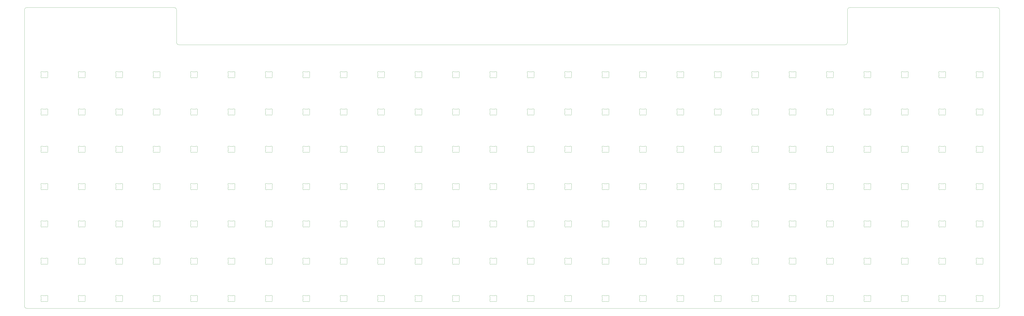
<source format=gbr>
G04 #@! TF.GenerationSoftware,KiCad,Pcbnew,(6.0.0-0)*
G04 #@! TF.CreationDate,2021-12-27T00:14:17+03:00*
G04 #@! TF.ProjectId,fu_keyboard,66755f6b-6579-4626-9f61-72642e6b6963,rev?*
G04 #@! TF.SameCoordinates,Original*
G04 #@! TF.FileFunction,Profile,NP*
%FSLAX46Y46*%
G04 Gerber Fmt 4.6, Leading zero omitted, Abs format (unit mm)*
G04 Created by KiCad (PCBNEW (6.0.0-0)) date 2021-12-27 00:14:17*
%MOMM*%
%LPD*%
G01*
G04 APERTURE LIST*
G04 #@! TA.AperFunction,Profile*
%ADD10C,0.050000*%
G04 #@! TD*
G04 #@! TA.AperFunction,Profile*
%ADD11C,0.100000*%
G04 #@! TD*
G04 APERTURE END LIST*
D10*
X448310000Y-27940000D02*
G75*
G03*
X447040000Y-29210000I-1J-1269999D01*
G01*
X524510000Y-180340000D02*
X524510000Y-29210000D01*
X447040000Y-29210000D02*
X447040000Y-45720000D01*
X104140000Y-27940000D02*
X29210000Y-27940000D01*
X445770000Y-46990000D02*
G75*
G03*
X447040000Y-45720000I1J1269999D01*
G01*
X105410000Y-29210000D02*
G75*
G03*
X104140000Y-27940000I-1269999J1D01*
G01*
X523240000Y-27940000D02*
X448310000Y-27940000D01*
X27940000Y-29210000D02*
X27940000Y-180340000D01*
X105410000Y-45720000D02*
X105410000Y-29210000D01*
X29210000Y-181610000D02*
X523240000Y-181610000D01*
X524510000Y-29210000D02*
G75*
G03*
X523240000Y-27940000I-1269999J1D01*
G01*
X105410000Y-45720000D02*
G75*
G03*
X106680000Y-46990000I1269999J-1D01*
G01*
X523240000Y-181610000D02*
G75*
G03*
X524510000Y-180340000I1J1269999D01*
G01*
X445770000Y-46990000D02*
X106680000Y-46990000D01*
X29210000Y-27940000D02*
G75*
G03*
X27940000Y-29210000I-1J-1269999D01*
G01*
X27940000Y-180340000D02*
G75*
G03*
X29210000Y-181610000I1269999J-1D01*
G01*
D11*
X229394452Y-158979999D02*
X227805547Y-158979999D01*
X226900001Y-158182842D02*
X226900001Y-156777158D01*
X227805548Y-155980000D02*
X229394452Y-155980000D01*
X230299999Y-156777158D02*
X230299999Y-158182842D01*
X229394452Y-155980000D02*
G75*
G03*
X229646710Y-155911701I-3J500009D01*
G01*
X230349484Y-156560280D02*
G75*
G03*
X230299999Y-156777157I450505J-216876D01*
G01*
X226850515Y-158399720D02*
G75*
G03*
X227553289Y-159048298I450516J-216877D01*
G01*
X229646711Y-159048299D02*
G75*
G03*
X230349484Y-158399720I252258J431701D01*
G01*
X227553289Y-155911701D02*
G75*
G03*
X226850516Y-156560281I-252259J-431700D01*
G01*
X226900001Y-156777158D02*
G75*
G03*
X226850516Y-156560280I-499990J2D01*
G01*
X226850516Y-158399720D02*
G75*
G03*
X226900001Y-158182843I-450505J216876D01*
G01*
X227805547Y-158979999D02*
G75*
G03*
X227553289Y-159048298I3J-500009D01*
G01*
X230299999Y-158182842D02*
G75*
G03*
X230349484Y-158399720I499990J-2D01*
G01*
X227553289Y-155911701D02*
G75*
G03*
X227805548Y-155980000I252261J431710D01*
G01*
X229646711Y-159048299D02*
G75*
G03*
X229394453Y-158980000I-252261J-431710D01*
G01*
X230349484Y-156560280D02*
G75*
G03*
X229646711Y-155911703I-450515J216877D01*
G01*
X229394452Y-82779999D02*
X227805547Y-82779999D01*
X227805548Y-79780000D02*
X229394452Y-79780000D01*
X230299999Y-80577158D02*
X230299999Y-81982842D01*
X226900001Y-81982842D02*
X226900001Y-80577158D01*
X230349484Y-80360280D02*
G75*
G03*
X230299999Y-80577157I450505J-216876D01*
G01*
X227553289Y-79711701D02*
G75*
G03*
X226850516Y-80360281I-252259J-431700D01*
G01*
X227553289Y-79711701D02*
G75*
G03*
X227805548Y-79780000I252261J431710D01*
G01*
X229646711Y-82848299D02*
G75*
G03*
X230349484Y-82199720I252258J431701D01*
G01*
X226900001Y-80577158D02*
G75*
G03*
X226850516Y-80360280I-499990J2D01*
G01*
X227805547Y-82779999D02*
G75*
G03*
X227553289Y-82848298I3J-500009D01*
G01*
X226850516Y-82199720D02*
G75*
G03*
X226900001Y-81982843I-450505J216876D01*
G01*
X229394452Y-79780000D02*
G75*
G03*
X229646710Y-79711701I-3J500009D01*
G01*
X226850515Y-82199720D02*
G75*
G03*
X227553289Y-82848298I450516J-216877D01*
G01*
X229646711Y-82848299D02*
G75*
G03*
X229394453Y-82780000I-252261J-431710D01*
G01*
X230349484Y-80360280D02*
G75*
G03*
X229646711Y-79711703I-450515J216877D01*
G01*
X230299999Y-81982842D02*
G75*
G03*
X230349484Y-82199720I499990J-2D01*
G01*
X154099999Y-175827157D02*
X154099999Y-177232841D01*
X151605548Y-175030000D02*
X153194453Y-175030000D01*
X153194452Y-178029999D02*
X151605548Y-178029999D01*
X150700001Y-177232841D02*
X150700001Y-175827157D01*
X150700001Y-175827157D02*
G75*
G03*
X150650516Y-175610279I-499990J2D01*
G01*
X153446711Y-178098298D02*
G75*
G03*
X153194452Y-178029999I-252261J-431710D01*
G01*
X153446711Y-178098298D02*
G75*
G03*
X154149484Y-177449718I252259J431700D01*
G01*
X151353289Y-174961700D02*
G75*
G03*
X151605547Y-175029999I252261J431710D01*
G01*
X154099999Y-177232841D02*
G75*
G03*
X154149484Y-177449719I499990J-2D01*
G01*
X153194453Y-175030000D02*
G75*
G03*
X153446711Y-174961701I-3J500009D01*
G01*
X154149484Y-175610279D02*
G75*
G03*
X154099999Y-175827156I450505J-216876D01*
G01*
X151353289Y-174961700D02*
G75*
G03*
X150650516Y-175610279I-252258J-431701D01*
G01*
X151605548Y-178029999D02*
G75*
G03*
X151353290Y-178098298I3J-500009D01*
G01*
X150650516Y-177449719D02*
G75*
G03*
X150700001Y-177232842I-450505J216876D01*
G01*
X150650516Y-177449719D02*
G75*
G03*
X151353289Y-178098296I450515J-216877D01*
G01*
X154149485Y-175610279D02*
G75*
G03*
X153446711Y-174961701I-450516J216877D01*
G01*
X477949999Y-175827157D02*
X477949999Y-177232841D01*
X477044452Y-178029999D02*
X475455548Y-178029999D01*
X475455548Y-175030000D02*
X477044453Y-175030000D01*
X474550001Y-177232841D02*
X474550001Y-175827157D01*
X475455548Y-178029999D02*
G75*
G03*
X475203290Y-178098298I3J-500009D01*
G01*
X475203289Y-174961700D02*
G75*
G03*
X474500516Y-175610279I-252258J-431701D01*
G01*
X477296711Y-178098298D02*
G75*
G03*
X477044452Y-178029999I-252261J-431710D01*
G01*
X475203289Y-174961700D02*
G75*
G03*
X475455547Y-175029999I252261J431710D01*
G01*
X477949999Y-177232841D02*
G75*
G03*
X477999484Y-177449719I499990J-2D01*
G01*
X474500516Y-177449719D02*
G75*
G03*
X474550001Y-177232842I-450505J216876D01*
G01*
X477296711Y-178098298D02*
G75*
G03*
X477999484Y-177449718I252259J431700D01*
G01*
X477999485Y-175610279D02*
G75*
G03*
X477296711Y-174961701I-450516J216877D01*
G01*
X474500516Y-177449719D02*
G75*
G03*
X475203289Y-178098296I450515J-216877D01*
G01*
X474550001Y-175827157D02*
G75*
G03*
X474500516Y-175610279I-499990J2D01*
G01*
X477044453Y-175030000D02*
G75*
G03*
X477296711Y-174961701I-3J500009D01*
G01*
X477999484Y-175610279D02*
G75*
G03*
X477949999Y-175827156I450505J-216876D01*
G01*
X172244452Y-120879999D02*
X170655547Y-120879999D01*
X173149999Y-118677158D02*
X173149999Y-120082842D01*
X169750001Y-120082842D02*
X169750001Y-118677158D01*
X170655548Y-117880000D02*
X172244452Y-117880000D01*
X170655547Y-120879999D02*
G75*
G03*
X170403289Y-120948298I3J-500009D01*
G01*
X169700515Y-120299720D02*
G75*
G03*
X170403289Y-120948298I450516J-216877D01*
G01*
X172496711Y-120948299D02*
G75*
G03*
X173199484Y-120299720I252258J431701D01*
G01*
X170403289Y-117811701D02*
G75*
G03*
X169700516Y-118460281I-252259J-431700D01*
G01*
X173199484Y-118460280D02*
G75*
G03*
X172496711Y-117811703I-450515J216877D01*
G01*
X169750001Y-118677158D02*
G75*
G03*
X169700516Y-118460280I-499990J2D01*
G01*
X173199484Y-118460280D02*
G75*
G03*
X173149999Y-118677157I450505J-216876D01*
G01*
X172244452Y-117880000D02*
G75*
G03*
X172496710Y-117811701I-3J500009D01*
G01*
X169700516Y-120299720D02*
G75*
G03*
X169750001Y-120082843I-450505J216876D01*
G01*
X170403289Y-117811701D02*
G75*
G03*
X170655548Y-117880000I252261J431710D01*
G01*
X172496711Y-120948299D02*
G75*
G03*
X172244453Y-120880000I-252261J-431710D01*
G01*
X173149999Y-120082842D02*
G75*
G03*
X173199484Y-120299720I499990J-2D01*
G01*
X496094452Y-158979999D02*
X494505547Y-158979999D01*
X493600001Y-158182842D02*
X493600001Y-156777158D01*
X496999999Y-156777158D02*
X496999999Y-158182842D01*
X494505548Y-155980000D02*
X496094452Y-155980000D01*
X496346711Y-159048299D02*
G75*
G03*
X497049484Y-158399720I252258J431701D01*
G01*
X493550515Y-158399720D02*
G75*
G03*
X494253289Y-159048298I450516J-216877D01*
G01*
X497049484Y-156560280D02*
G75*
G03*
X496999999Y-156777157I450505J-216876D01*
G01*
X494253289Y-155911701D02*
G75*
G03*
X493550516Y-156560281I-252259J-431700D01*
G01*
X494253289Y-155911701D02*
G75*
G03*
X494505548Y-155980000I252261J431710D01*
G01*
X494505547Y-158979999D02*
G75*
G03*
X494253289Y-159048298I3J-500009D01*
G01*
X496346711Y-159048299D02*
G75*
G03*
X496094453Y-158980000I-252261J-431710D01*
G01*
X493550516Y-158399720D02*
G75*
G03*
X493600001Y-158182843I-450505J216876D01*
G01*
X496999999Y-158182842D02*
G75*
G03*
X497049484Y-158399720I499990J-2D01*
G01*
X496094452Y-155980000D02*
G75*
G03*
X496346710Y-155911701I-3J500009D01*
G01*
X497049484Y-156560280D02*
G75*
G03*
X496346711Y-155911703I-450515J216877D01*
G01*
X493600001Y-156777158D02*
G75*
G03*
X493550516Y-156560280I-499990J2D01*
G01*
X361155548Y-155980000D02*
X362744452Y-155980000D01*
X363649999Y-156777158D02*
X363649999Y-158182842D01*
X362744452Y-158979999D02*
X361155547Y-158979999D01*
X360250001Y-158182842D02*
X360250001Y-156777158D01*
X360903289Y-155911701D02*
G75*
G03*
X361155548Y-155980000I252261J431710D01*
G01*
X363649999Y-158182842D02*
G75*
G03*
X363699484Y-158399720I499990J-2D01*
G01*
X363699484Y-156560280D02*
G75*
G03*
X363649999Y-156777157I450505J-216876D01*
G01*
X360200516Y-158399720D02*
G75*
G03*
X360250001Y-158182843I-450505J216876D01*
G01*
X361155547Y-158979999D02*
G75*
G03*
X360903289Y-159048298I3J-500009D01*
G01*
X362996711Y-159048299D02*
G75*
G03*
X363699484Y-158399720I252258J431701D01*
G01*
X362744452Y-155980000D02*
G75*
G03*
X362996710Y-155911701I-3J500009D01*
G01*
X363699484Y-156560280D02*
G75*
G03*
X362996711Y-155911703I-450515J216877D01*
G01*
X360903289Y-155911701D02*
G75*
G03*
X360200516Y-156560281I-252259J-431700D01*
G01*
X360200515Y-158399720D02*
G75*
G03*
X360903289Y-159048298I450516J-216877D01*
G01*
X360250001Y-156777158D02*
G75*
G03*
X360200516Y-156560280I-499990J2D01*
G01*
X362996711Y-159048299D02*
G75*
G03*
X362744453Y-158980000I-252261J-431710D01*
G01*
X287449999Y-118677158D02*
X287449999Y-120082842D01*
X284955548Y-117880000D02*
X286544452Y-117880000D01*
X284050001Y-120082842D02*
X284050001Y-118677158D01*
X286544452Y-120879999D02*
X284955547Y-120879999D01*
X286796711Y-120948299D02*
G75*
G03*
X287499484Y-120299720I252258J431701D01*
G01*
X284703289Y-117811701D02*
G75*
G03*
X284955548Y-117880000I252261J431710D01*
G01*
X284955547Y-120879999D02*
G75*
G03*
X284703289Y-120948298I3J-500009D01*
G01*
X286544452Y-117880000D02*
G75*
G03*
X286796710Y-117811701I-3J500009D01*
G01*
X284000515Y-120299720D02*
G75*
G03*
X284703289Y-120948298I450516J-216877D01*
G01*
X286796711Y-120948299D02*
G75*
G03*
X286544453Y-120880000I-252261J-431710D01*
G01*
X284703289Y-117811701D02*
G75*
G03*
X284000516Y-118460281I-252259J-431700D01*
G01*
X284000516Y-120299720D02*
G75*
G03*
X284050001Y-120082843I-450505J216876D01*
G01*
X284050001Y-118677158D02*
G75*
G03*
X284000516Y-118460280I-499990J2D01*
G01*
X287499484Y-118460280D02*
G75*
G03*
X286796711Y-117811703I-450515J216877D01*
G01*
X287449999Y-120082842D02*
G75*
G03*
X287499484Y-120299720I499990J-2D01*
G01*
X287499484Y-118460280D02*
G75*
G03*
X287449999Y-118677157I450505J-216876D01*
G01*
X58849999Y-99627157D02*
X58849999Y-101032841D01*
X55450001Y-101032841D02*
X55450001Y-99627157D01*
X56355548Y-98830000D02*
X57944453Y-98830000D01*
X57944452Y-101829999D02*
X56355548Y-101829999D01*
X55450001Y-99627157D02*
G75*
G03*
X55400516Y-99410279I-499990J2D01*
G01*
X57944453Y-98830000D02*
G75*
G03*
X58196711Y-98761701I-3J500009D01*
G01*
X58196711Y-101898298D02*
G75*
G03*
X58899484Y-101249718I252259J431700D01*
G01*
X55400516Y-101249719D02*
G75*
G03*
X55450001Y-101032842I-450505J216876D01*
G01*
X58196711Y-101898298D02*
G75*
G03*
X57944452Y-101829999I-252261J-431710D01*
G01*
X58899484Y-99410279D02*
G75*
G03*
X58849999Y-99627156I450505J-216876D01*
G01*
X55400516Y-101249719D02*
G75*
G03*
X56103289Y-101898296I450515J-216877D01*
G01*
X58849999Y-101032841D02*
G75*
G03*
X58899484Y-101249719I499990J-2D01*
G01*
X56103289Y-98761700D02*
G75*
G03*
X55400516Y-99410279I-252258J-431701D01*
G01*
X56355548Y-101829999D02*
G75*
G03*
X56103290Y-101898298I3J-500009D01*
G01*
X56103289Y-98761700D02*
G75*
G03*
X56355547Y-98829999I252261J431710D01*
G01*
X58899485Y-99410279D02*
G75*
G03*
X58196711Y-98761701I-450516J216877D01*
G01*
X74500001Y-101032841D02*
X74500001Y-99627157D01*
X75405548Y-98830000D02*
X76994453Y-98830000D01*
X76994452Y-101829999D02*
X75405548Y-101829999D01*
X77899999Y-99627157D02*
X77899999Y-101032841D01*
X75153289Y-98761700D02*
G75*
G03*
X74450516Y-99410279I-252258J-431701D01*
G01*
X77899999Y-101032841D02*
G75*
G03*
X77949484Y-101249719I499990J-2D01*
G01*
X75405548Y-101829999D02*
G75*
G03*
X75153290Y-101898298I3J-500009D01*
G01*
X77949484Y-99410279D02*
G75*
G03*
X77899999Y-99627156I450505J-216876D01*
G01*
X77246711Y-101898298D02*
G75*
G03*
X77949484Y-101249718I252259J431700D01*
G01*
X75153289Y-98761700D02*
G75*
G03*
X75405547Y-98829999I252261J431710D01*
G01*
X76994453Y-98830000D02*
G75*
G03*
X77246711Y-98761701I-3J500009D01*
G01*
X77246711Y-101898298D02*
G75*
G03*
X76994452Y-101829999I-252261J-431710D01*
G01*
X77949485Y-99410279D02*
G75*
G03*
X77246711Y-98761701I-450516J216877D01*
G01*
X74500001Y-99627157D02*
G75*
G03*
X74450516Y-99410279I-499990J2D01*
G01*
X74450516Y-101249719D02*
G75*
G03*
X74500001Y-101032842I-450505J216876D01*
G01*
X74450516Y-101249719D02*
G75*
G03*
X75153289Y-101898296I450515J-216877D01*
G01*
X265000001Y-101032841D02*
X265000001Y-99627157D01*
X265905548Y-98830000D02*
X267494453Y-98830000D01*
X267494452Y-101829999D02*
X265905548Y-101829999D01*
X268399999Y-99627157D02*
X268399999Y-101032841D01*
X267746711Y-101898298D02*
G75*
G03*
X268449484Y-101249718I252259J431700D01*
G01*
X265653289Y-98761700D02*
G75*
G03*
X264950516Y-99410279I-252258J-431701D01*
G01*
X268399999Y-101032841D02*
G75*
G03*
X268449484Y-101249719I499990J-2D01*
G01*
X268449485Y-99410279D02*
G75*
G03*
X267746711Y-98761701I-450516J216877D01*
G01*
X265653289Y-98761700D02*
G75*
G03*
X265905547Y-98829999I252261J431710D01*
G01*
X264950516Y-101249719D02*
G75*
G03*
X265653289Y-101898296I450515J-216877D01*
G01*
X267746711Y-101898298D02*
G75*
G03*
X267494452Y-101829999I-252261J-431710D01*
G01*
X267494453Y-98830000D02*
G75*
G03*
X267746711Y-98761701I-3J500009D01*
G01*
X264950516Y-101249719D02*
G75*
G03*
X265000001Y-101032842I-450505J216876D01*
G01*
X265905548Y-101829999D02*
G75*
G03*
X265653290Y-101898298I3J-500009D01*
G01*
X265000001Y-99627157D02*
G75*
G03*
X264950516Y-99410279I-499990J2D01*
G01*
X268449484Y-99410279D02*
G75*
G03*
X268399999Y-99627156I450505J-216876D01*
G01*
X325549999Y-175827157D02*
X325549999Y-177232841D01*
X323055548Y-175030000D02*
X324644453Y-175030000D01*
X324644452Y-178029999D02*
X323055548Y-178029999D01*
X322150001Y-177232841D02*
X322150001Y-175827157D01*
X324896711Y-178098298D02*
G75*
G03*
X325599484Y-177449718I252259J431700D01*
G01*
X324896711Y-178098298D02*
G75*
G03*
X324644452Y-178029999I-252261J-431710D01*
G01*
X322803289Y-174961700D02*
G75*
G03*
X323055547Y-175029999I252261J431710D01*
G01*
X322803289Y-174961700D02*
G75*
G03*
X322100516Y-175610279I-252258J-431701D01*
G01*
X323055548Y-178029999D02*
G75*
G03*
X322803290Y-178098298I3J-500009D01*
G01*
X325549999Y-177232841D02*
G75*
G03*
X325599484Y-177449719I499990J-2D01*
G01*
X325599485Y-175610279D02*
G75*
G03*
X324896711Y-174961701I-450516J216877D01*
G01*
X322100516Y-177449719D02*
G75*
G03*
X322150001Y-177232842I-450505J216876D01*
G01*
X325599484Y-175610279D02*
G75*
G03*
X325549999Y-175827156I450505J-216876D01*
G01*
X322150001Y-175827157D02*
G75*
G03*
X322100516Y-175610279I-499990J2D01*
G01*
X324644453Y-175030000D02*
G75*
G03*
X324896711Y-174961701I-3J500009D01*
G01*
X322100516Y-177449719D02*
G75*
G03*
X322803289Y-178098296I450515J-216877D01*
G01*
X284955548Y-98830000D02*
X286544453Y-98830000D01*
X287449999Y-99627157D02*
X287449999Y-101032841D01*
X284050001Y-101032841D02*
X284050001Y-99627157D01*
X286544452Y-101829999D02*
X284955548Y-101829999D01*
X287499485Y-99410279D02*
G75*
G03*
X286796711Y-98761701I-450516J216877D01*
G01*
X287449999Y-101032841D02*
G75*
G03*
X287499484Y-101249719I499990J-2D01*
G01*
X284703289Y-98761700D02*
G75*
G03*
X284000516Y-99410279I-252258J-431701D01*
G01*
X284955548Y-101829999D02*
G75*
G03*
X284703290Y-101898298I3J-500009D01*
G01*
X284703289Y-98761700D02*
G75*
G03*
X284955547Y-98829999I252261J431710D01*
G01*
X284000516Y-101249719D02*
G75*
G03*
X284703289Y-101898296I450515J-216877D01*
G01*
X284050001Y-99627157D02*
G75*
G03*
X284000516Y-99410279I-499990J2D01*
G01*
X287499484Y-99410279D02*
G75*
G03*
X287449999Y-99627156I450505J-216876D01*
G01*
X286796711Y-101898298D02*
G75*
G03*
X286544452Y-101829999I-252261J-431710D01*
G01*
X284000516Y-101249719D02*
G75*
G03*
X284050001Y-101032842I-450505J216876D01*
G01*
X286796711Y-101898298D02*
G75*
G03*
X287499484Y-101249718I252259J431700D01*
G01*
X286544453Y-98830000D02*
G75*
G03*
X286796711Y-98761701I-3J500009D01*
G01*
X458899999Y-137727157D02*
X458899999Y-139132841D01*
X457994452Y-139929999D02*
X456405548Y-139929999D01*
X456405548Y-136930000D02*
X457994453Y-136930000D01*
X455500001Y-139132841D02*
X455500001Y-137727157D01*
X456405548Y-139929999D02*
G75*
G03*
X456153290Y-139998298I3J-500009D01*
G01*
X456153289Y-136861700D02*
G75*
G03*
X456405547Y-136929999I252261J431710D01*
G01*
X455450516Y-139349719D02*
G75*
G03*
X456153289Y-139998296I450515J-216877D01*
G01*
X458949485Y-137510279D02*
G75*
G03*
X458246711Y-136861701I-450516J216877D01*
G01*
X458949484Y-137510279D02*
G75*
G03*
X458899999Y-137727156I450505J-216876D01*
G01*
X456153289Y-136861700D02*
G75*
G03*
X455450516Y-137510279I-252258J-431701D01*
G01*
X455500001Y-137727157D02*
G75*
G03*
X455450516Y-137510279I-499990J2D01*
G01*
X457994453Y-136930000D02*
G75*
G03*
X458246711Y-136861701I-3J500009D01*
G01*
X458246711Y-139998298D02*
G75*
G03*
X458949484Y-139349718I252259J431700D01*
G01*
X458246711Y-139998298D02*
G75*
G03*
X457994452Y-139929999I-252261J-431710D01*
G01*
X455450516Y-139349719D02*
G75*
G03*
X455500001Y-139132842I-450505J216876D01*
G01*
X458899999Y-139132841D02*
G75*
G03*
X458949484Y-139349719I499990J-2D01*
G01*
X341200001Y-177232841D02*
X341200001Y-175827157D01*
X343694452Y-178029999D02*
X342105548Y-178029999D01*
X344599999Y-175827157D02*
X344599999Y-177232841D01*
X342105548Y-175030000D02*
X343694453Y-175030000D01*
X341150516Y-177449719D02*
G75*
G03*
X341200001Y-177232842I-450505J216876D01*
G01*
X342105548Y-178029999D02*
G75*
G03*
X341853290Y-178098298I3J-500009D01*
G01*
X343694453Y-175030000D02*
G75*
G03*
X343946711Y-174961701I-3J500009D01*
G01*
X344649484Y-175610279D02*
G75*
G03*
X344599999Y-175827156I450505J-216876D01*
G01*
X341200001Y-175827157D02*
G75*
G03*
X341150516Y-175610279I-499990J2D01*
G01*
X341150516Y-177449719D02*
G75*
G03*
X341853289Y-178098296I450515J-216877D01*
G01*
X344649485Y-175610279D02*
G75*
G03*
X343946711Y-174961701I-450516J216877D01*
G01*
X341853289Y-174961700D02*
G75*
G03*
X342105547Y-175029999I252261J431710D01*
G01*
X343946711Y-178098298D02*
G75*
G03*
X344649484Y-177449718I252259J431700D01*
G01*
X341853289Y-174961700D02*
G75*
G03*
X341150516Y-175610279I-252258J-431701D01*
G01*
X343946711Y-178098298D02*
G75*
G03*
X343694452Y-178029999I-252261J-431710D01*
G01*
X344599999Y-177232841D02*
G75*
G03*
X344649484Y-177449719I499990J-2D01*
G01*
X380205548Y-136930000D02*
X381794453Y-136930000D01*
X381794452Y-139929999D02*
X380205548Y-139929999D01*
X382699999Y-137727157D02*
X382699999Y-139132841D01*
X379300001Y-139132841D02*
X379300001Y-137727157D01*
X382749485Y-137510279D02*
G75*
G03*
X382046711Y-136861701I-450516J216877D01*
G01*
X381794453Y-136930000D02*
G75*
G03*
X382046711Y-136861701I-3J500009D01*
G01*
X379300001Y-137727157D02*
G75*
G03*
X379250516Y-137510279I-499990J2D01*
G01*
X379250516Y-139349719D02*
G75*
G03*
X379953289Y-139998296I450515J-216877D01*
G01*
X379953289Y-136861700D02*
G75*
G03*
X379250516Y-137510279I-252258J-431701D01*
G01*
X382699999Y-139132841D02*
G75*
G03*
X382749484Y-139349719I499990J-2D01*
G01*
X380205548Y-139929999D02*
G75*
G03*
X379953290Y-139998298I3J-500009D01*
G01*
X382046711Y-139998298D02*
G75*
G03*
X382749484Y-139349718I252259J431700D01*
G01*
X382046711Y-139998298D02*
G75*
G03*
X381794452Y-139929999I-252261J-431710D01*
G01*
X379250516Y-139349719D02*
G75*
G03*
X379300001Y-139132842I-450505J216876D01*
G01*
X379953289Y-136861700D02*
G75*
G03*
X380205547Y-136929999I252261J431710D01*
G01*
X382749484Y-137510279D02*
G75*
G03*
X382699999Y-137727156I450505J-216876D01*
G01*
X265000001Y-62932841D02*
X265000001Y-61527157D01*
X265905548Y-60730000D02*
X267494453Y-60730000D01*
X267494452Y-63729999D02*
X265905548Y-63729999D01*
X268399999Y-61527157D02*
X268399999Y-62932841D01*
X268399999Y-62932841D02*
G75*
G03*
X268449484Y-63149719I499990J-2D01*
G01*
X264950516Y-63149719D02*
G75*
G03*
X265000001Y-62932842I-450505J216876D01*
G01*
X264950516Y-63149719D02*
G75*
G03*
X265653289Y-63798296I450515J-216877D01*
G01*
X267494453Y-60730000D02*
G75*
G03*
X267746711Y-60661701I-3J500009D01*
G01*
X265000001Y-61527157D02*
G75*
G03*
X264950516Y-61310279I-499990J2D01*
G01*
X267746711Y-63798298D02*
G75*
G03*
X268449484Y-63149718I252259J431700D01*
G01*
X265905548Y-63729999D02*
G75*
G03*
X265653290Y-63798298I3J-500009D01*
G01*
X267746711Y-63798298D02*
G75*
G03*
X267494452Y-63729999I-252261J-431710D01*
G01*
X265653289Y-60661700D02*
G75*
G03*
X264950516Y-61310279I-252258J-431701D01*
G01*
X265653289Y-60661700D02*
G75*
G03*
X265905547Y-60729999I252261J431710D01*
G01*
X268449485Y-61310279D02*
G75*
G03*
X267746711Y-60661701I-450516J216877D01*
G01*
X268449484Y-61310279D02*
G75*
G03*
X268399999Y-61527156I450505J-216876D01*
G01*
X324644452Y-158979999D02*
X323055547Y-158979999D01*
X325549999Y-156777158D02*
X325549999Y-158182842D01*
X322150001Y-158182842D02*
X322150001Y-156777158D01*
X323055548Y-155980000D02*
X324644452Y-155980000D01*
X322100516Y-158399720D02*
G75*
G03*
X322150001Y-158182843I-450505J216876D01*
G01*
X323055547Y-158979999D02*
G75*
G03*
X322803289Y-159048298I3J-500009D01*
G01*
X324896711Y-159048299D02*
G75*
G03*
X324644453Y-158980000I-252261J-431710D01*
G01*
X322803289Y-155911701D02*
G75*
G03*
X322100516Y-156560281I-252259J-431700D01*
G01*
X322803289Y-155911701D02*
G75*
G03*
X323055548Y-155980000I252261J431710D01*
G01*
X324896711Y-159048299D02*
G75*
G03*
X325599484Y-158399720I252258J431701D01*
G01*
X322150001Y-156777158D02*
G75*
G03*
X322100516Y-156560280I-499990J2D01*
G01*
X325599484Y-156560280D02*
G75*
G03*
X324896711Y-155911703I-450515J216877D01*
G01*
X324644452Y-155980000D02*
G75*
G03*
X324896710Y-155911701I-3J500009D01*
G01*
X325549999Y-158182842D02*
G75*
G03*
X325599484Y-158399720I499990J-2D01*
G01*
X322100515Y-158399720D02*
G75*
G03*
X322803289Y-159048298I450516J-216877D01*
G01*
X325599484Y-156560280D02*
G75*
G03*
X325549999Y-156777157I450505J-216876D01*
G01*
X132555548Y-117880000D02*
X134144452Y-117880000D01*
X135049999Y-118677158D02*
X135049999Y-120082842D01*
X134144452Y-120879999D02*
X132555547Y-120879999D01*
X131650001Y-120082842D02*
X131650001Y-118677158D01*
X131600515Y-120299720D02*
G75*
G03*
X132303289Y-120948298I450516J-216877D01*
G01*
X134396711Y-120948299D02*
G75*
G03*
X135099484Y-120299720I252258J431701D01*
G01*
X134144452Y-117880000D02*
G75*
G03*
X134396710Y-117811701I-3J500009D01*
G01*
X132555547Y-120879999D02*
G75*
G03*
X132303289Y-120948298I3J-500009D01*
G01*
X134396711Y-120948299D02*
G75*
G03*
X134144453Y-120880000I-252261J-431710D01*
G01*
X135049999Y-120082842D02*
G75*
G03*
X135099484Y-120299720I499990J-2D01*
G01*
X132303289Y-117811701D02*
G75*
G03*
X132555548Y-117880000I252261J431710D01*
G01*
X131600516Y-120299720D02*
G75*
G03*
X131650001Y-120082843I-450505J216876D01*
G01*
X135099484Y-118460280D02*
G75*
G03*
X135049999Y-118677157I450505J-216876D01*
G01*
X135099484Y-118460280D02*
G75*
G03*
X134396711Y-117811703I-450515J216877D01*
G01*
X132303289Y-117811701D02*
G75*
G03*
X131600516Y-118460281I-252259J-431700D01*
G01*
X131650001Y-118677158D02*
G75*
G03*
X131600516Y-118460280I-499990J2D01*
G01*
X36400001Y-120082841D02*
X36400001Y-118677157D01*
X39799999Y-118677157D02*
X39799999Y-120082841D01*
X37305548Y-117880000D02*
X38894453Y-117880000D01*
X38894452Y-120879999D02*
X37305548Y-120879999D01*
X39849484Y-118460279D02*
G75*
G03*
X39799999Y-118677156I450505J-216876D01*
G01*
X39146711Y-120948298D02*
G75*
G03*
X38894452Y-120879999I-252261J-431710D01*
G01*
X38894453Y-117880000D02*
G75*
G03*
X39146711Y-117811701I-3J500009D01*
G01*
X39799999Y-120082841D02*
G75*
G03*
X39849484Y-120299719I499990J-2D01*
G01*
X37053289Y-117811700D02*
G75*
G03*
X37305547Y-117879999I252261J431710D01*
G01*
X36350516Y-120299719D02*
G75*
G03*
X36400001Y-120082842I-450505J216876D01*
G01*
X36400001Y-118677157D02*
G75*
G03*
X36350516Y-118460279I-499990J2D01*
G01*
X39146711Y-120948298D02*
G75*
G03*
X39849484Y-120299718I252259J431700D01*
G01*
X37305548Y-120879999D02*
G75*
G03*
X37053290Y-120948298I3J-500009D01*
G01*
X36350516Y-120299719D02*
G75*
G03*
X37053289Y-120948296I450515J-216877D01*
G01*
X37053289Y-117811700D02*
G75*
G03*
X36350516Y-118460279I-252258J-431701D01*
G01*
X39849485Y-118460279D02*
G75*
G03*
X39146711Y-117811701I-450516J216877D01*
G01*
X151605548Y-136930000D02*
X153194453Y-136930000D01*
X153194452Y-139929999D02*
X151605548Y-139929999D01*
X154099999Y-137727157D02*
X154099999Y-139132841D01*
X150700001Y-139132841D02*
X150700001Y-137727157D01*
X151353289Y-136861700D02*
G75*
G03*
X151605547Y-136929999I252261J431710D01*
G01*
X153446711Y-139998298D02*
G75*
G03*
X154149484Y-139349718I252259J431700D01*
G01*
X154099999Y-139132841D02*
G75*
G03*
X154149484Y-139349719I499990J-2D01*
G01*
X151353289Y-136861700D02*
G75*
G03*
X150650516Y-137510279I-252258J-431701D01*
G01*
X150650516Y-139349719D02*
G75*
G03*
X150700001Y-139132842I-450505J216876D01*
G01*
X153446711Y-139998298D02*
G75*
G03*
X153194452Y-139929999I-252261J-431710D01*
G01*
X150650516Y-139349719D02*
G75*
G03*
X151353289Y-139998296I450515J-216877D01*
G01*
X153194453Y-136930000D02*
G75*
G03*
X153446711Y-136861701I-3J500009D01*
G01*
X150700001Y-137727157D02*
G75*
G03*
X150650516Y-137510279I-499990J2D01*
G01*
X154149484Y-137510279D02*
G75*
G03*
X154099999Y-137727156I450505J-216876D01*
G01*
X151605548Y-139929999D02*
G75*
G03*
X151353290Y-139998298I3J-500009D01*
G01*
X154149485Y-137510279D02*
G75*
G03*
X153446711Y-136861701I-450516J216877D01*
G01*
X419894452Y-158967998D02*
X418305547Y-158967998D01*
X420799999Y-156765157D02*
X420799999Y-158170841D01*
X418305548Y-155967999D02*
X419894452Y-155967999D01*
X417400001Y-158170841D02*
X417400001Y-156765157D01*
X420146711Y-159036298D02*
G75*
G03*
X420849484Y-158387719I252258J431701D01*
G01*
X420146711Y-159036298D02*
G75*
G03*
X419894453Y-158967999I-252261J-431710D01*
G01*
X420799999Y-158170841D02*
G75*
G03*
X420849484Y-158387719I499990J-2D01*
G01*
X418305547Y-158967998D02*
G75*
G03*
X418053289Y-159036297I3J-500009D01*
G01*
X417400001Y-156765157D02*
G75*
G03*
X417350516Y-156548279I-499990J2D01*
G01*
X420849484Y-156548279D02*
G75*
G03*
X420799999Y-156765156I450505J-216876D01*
G01*
X418053289Y-155899700D02*
G75*
G03*
X418305548Y-155967999I252261J431710D01*
G01*
X417350515Y-158387719D02*
G75*
G03*
X418053289Y-159036297I450516J-216877D01*
G01*
X418053289Y-155899700D02*
G75*
G03*
X417350516Y-156548280I-252259J-431700D01*
G01*
X420849484Y-156548279D02*
G75*
G03*
X420146711Y-155899702I-450515J216877D01*
G01*
X419894452Y-155967999D02*
G75*
G03*
X420146710Y-155899700I-3J500009D01*
G01*
X417350516Y-158387719D02*
G75*
G03*
X417400001Y-158170842I-450505J216876D01*
G01*
X173149999Y-80577158D02*
X173149999Y-81982842D01*
X169750001Y-81982842D02*
X169750001Y-80577158D01*
X170655548Y-79780000D02*
X172244452Y-79780000D01*
X172244452Y-82779999D02*
X170655547Y-82779999D01*
X173199484Y-80360280D02*
G75*
G03*
X173149999Y-80577157I450505J-216876D01*
G01*
X172244452Y-79780000D02*
G75*
G03*
X172496710Y-79711701I-3J500009D01*
G01*
X172496711Y-82848299D02*
G75*
G03*
X173199484Y-82199720I252258J431701D01*
G01*
X170403289Y-79711701D02*
G75*
G03*
X170655548Y-79780000I252261J431710D01*
G01*
X170655547Y-82779999D02*
G75*
G03*
X170403289Y-82848298I3J-500009D01*
G01*
X173149999Y-81982842D02*
G75*
G03*
X173199484Y-82199720I499990J-2D01*
G01*
X169750001Y-80577158D02*
G75*
G03*
X169700516Y-80360280I-499990J2D01*
G01*
X169700516Y-82199720D02*
G75*
G03*
X169750001Y-81982843I-450505J216876D01*
G01*
X173199484Y-80360280D02*
G75*
G03*
X172496711Y-79711703I-450515J216877D01*
G01*
X169700515Y-82199720D02*
G75*
G03*
X170403289Y-82848298I450516J-216877D01*
G01*
X170403289Y-79711701D02*
G75*
G03*
X169700516Y-80360281I-252259J-431700D01*
G01*
X172496711Y-82848299D02*
G75*
G03*
X172244453Y-82780000I-252261J-431710D01*
G01*
X436450001Y-139132841D02*
X436450001Y-137727157D01*
X437355548Y-136930000D02*
X438944453Y-136930000D01*
X439849999Y-137727157D02*
X439849999Y-139132841D01*
X438944452Y-139929999D02*
X437355548Y-139929999D01*
X437355548Y-139929999D02*
G75*
G03*
X437103290Y-139998298I3J-500009D01*
G01*
X437103289Y-136861700D02*
G75*
G03*
X437355547Y-136929999I252261J431710D01*
G01*
X436450001Y-137727157D02*
G75*
G03*
X436400516Y-137510279I-499990J2D01*
G01*
X439899484Y-137510279D02*
G75*
G03*
X439849999Y-137727156I450505J-216876D01*
G01*
X439849999Y-139132841D02*
G75*
G03*
X439899484Y-139349719I499990J-2D01*
G01*
X439899485Y-137510279D02*
G75*
G03*
X439196711Y-136861701I-450516J216877D01*
G01*
X437103289Y-136861700D02*
G75*
G03*
X436400516Y-137510279I-252258J-431701D01*
G01*
X439196711Y-139998298D02*
G75*
G03*
X439899484Y-139349718I252259J431700D01*
G01*
X436400516Y-139349719D02*
G75*
G03*
X437103289Y-139998296I450515J-216877D01*
G01*
X436400516Y-139349719D02*
G75*
G03*
X436450001Y-139132842I-450505J216876D01*
G01*
X439196711Y-139998298D02*
G75*
G03*
X438944452Y-139929999I-252261J-431710D01*
G01*
X438944453Y-136930000D02*
G75*
G03*
X439196711Y-136861701I-3J500009D01*
G01*
X399255548Y-175030000D02*
X400844453Y-175030000D01*
X400844452Y-178029999D02*
X399255548Y-178029999D01*
X401749999Y-175827157D02*
X401749999Y-177232841D01*
X398350001Y-177232841D02*
X398350001Y-175827157D01*
X399003289Y-174961700D02*
G75*
G03*
X399255547Y-175029999I252261J431710D01*
G01*
X401096711Y-178098298D02*
G75*
G03*
X400844452Y-178029999I-252261J-431710D01*
G01*
X401799485Y-175610279D02*
G75*
G03*
X401096711Y-174961701I-450516J216877D01*
G01*
X398300516Y-177449719D02*
G75*
G03*
X399003289Y-178098296I450515J-216877D01*
G01*
X398300516Y-177449719D02*
G75*
G03*
X398350001Y-177232842I-450505J216876D01*
G01*
X400844453Y-175030000D02*
G75*
G03*
X401096711Y-174961701I-3J500009D01*
G01*
X401799484Y-175610279D02*
G75*
G03*
X401749999Y-175827156I450505J-216876D01*
G01*
X401749999Y-177232841D02*
G75*
G03*
X401799484Y-177449719I499990J-2D01*
G01*
X399255548Y-178029999D02*
G75*
G03*
X399003290Y-178098298I3J-500009D01*
G01*
X398350001Y-175827157D02*
G75*
G03*
X398300516Y-175610279I-499990J2D01*
G01*
X401096711Y-178098298D02*
G75*
G03*
X401799484Y-177449718I252259J431700D01*
G01*
X399003289Y-174961700D02*
G75*
G03*
X398300516Y-175610279I-252258J-431701D01*
G01*
X458899999Y-118677158D02*
X458899999Y-120082842D01*
X455500001Y-120082842D02*
X455500001Y-118677158D01*
X457994452Y-120879999D02*
X456405547Y-120879999D01*
X456405548Y-117880000D02*
X457994452Y-117880000D01*
X458949484Y-118460280D02*
G75*
G03*
X458899999Y-118677157I450505J-216876D01*
G01*
X456405547Y-120879999D02*
G75*
G03*
X456153289Y-120948298I3J-500009D01*
G01*
X457994452Y-117880000D02*
G75*
G03*
X458246710Y-117811701I-3J500009D01*
G01*
X458949484Y-118460280D02*
G75*
G03*
X458246711Y-117811703I-450515J216877D01*
G01*
X455450515Y-120299720D02*
G75*
G03*
X456153289Y-120948298I450516J-216877D01*
G01*
X455450516Y-120299720D02*
G75*
G03*
X455500001Y-120082843I-450505J216876D01*
G01*
X458899999Y-120082842D02*
G75*
G03*
X458949484Y-120299720I499990J-2D01*
G01*
X456153289Y-117811701D02*
G75*
G03*
X455450516Y-118460281I-252259J-431700D01*
G01*
X458246711Y-120948299D02*
G75*
G03*
X458949484Y-120299720I252258J431701D01*
G01*
X456153289Y-117811701D02*
G75*
G03*
X456405548Y-117880000I252261J431710D01*
G01*
X458246711Y-120948299D02*
G75*
G03*
X457994453Y-120880000I-252261J-431710D01*
G01*
X455500001Y-118677158D02*
G75*
G03*
X455450516Y-118460280I-499990J2D01*
G01*
X477949999Y-137727157D02*
X477949999Y-139132841D01*
X475455548Y-136930000D02*
X477044453Y-136930000D01*
X474550001Y-139132841D02*
X474550001Y-137727157D01*
X477044452Y-139929999D02*
X475455548Y-139929999D01*
X475455548Y-139929999D02*
G75*
G03*
X475203290Y-139998298I3J-500009D01*
G01*
X477296711Y-139998298D02*
G75*
G03*
X477999484Y-139349718I252259J431700D01*
G01*
X477999485Y-137510279D02*
G75*
G03*
X477296711Y-136861701I-450516J216877D01*
G01*
X475203289Y-136861700D02*
G75*
G03*
X474500516Y-137510279I-252258J-431701D01*
G01*
X477296711Y-139998298D02*
G75*
G03*
X477044452Y-139929999I-252261J-431710D01*
G01*
X474500516Y-139349719D02*
G75*
G03*
X474550001Y-139132842I-450505J216876D01*
G01*
X477999484Y-137510279D02*
G75*
G03*
X477949999Y-137727156I450505J-216876D01*
G01*
X475203289Y-136861700D02*
G75*
G03*
X475455547Y-136929999I252261J431710D01*
G01*
X477044453Y-136930000D02*
G75*
G03*
X477296711Y-136861701I-3J500009D01*
G01*
X477949999Y-139132841D02*
G75*
G03*
X477999484Y-139349719I499990J-2D01*
G01*
X474550001Y-137727157D02*
G75*
G03*
X474500516Y-137510279I-499990J2D01*
G01*
X474500516Y-139349719D02*
G75*
G03*
X475203289Y-139998296I450515J-216877D01*
G01*
X360250001Y-120082842D02*
X360250001Y-118677158D01*
X362744452Y-120879999D02*
X361155547Y-120879999D01*
X361155548Y-117880000D02*
X362744452Y-117880000D01*
X363649999Y-118677158D02*
X363649999Y-120082842D01*
X362996711Y-120948299D02*
G75*
G03*
X362744453Y-120880000I-252261J-431710D01*
G01*
X363649999Y-120082842D02*
G75*
G03*
X363699484Y-120299720I499990J-2D01*
G01*
X360250001Y-118677158D02*
G75*
G03*
X360200516Y-118460280I-499990J2D01*
G01*
X360200515Y-120299720D02*
G75*
G03*
X360903289Y-120948298I450516J-216877D01*
G01*
X362996711Y-120948299D02*
G75*
G03*
X363699484Y-120299720I252258J431701D01*
G01*
X363699484Y-118460280D02*
G75*
G03*
X363649999Y-118677157I450505J-216876D01*
G01*
X361155547Y-120879999D02*
G75*
G03*
X360903289Y-120948298I3J-500009D01*
G01*
X362744452Y-117880000D02*
G75*
G03*
X362996710Y-117811701I-3J500009D01*
G01*
X360903289Y-117811701D02*
G75*
G03*
X361155548Y-117880000I252261J431710D01*
G01*
X360200516Y-120299720D02*
G75*
G03*
X360250001Y-120082843I-450505J216876D01*
G01*
X363699484Y-118460280D02*
G75*
G03*
X362996711Y-117811703I-450515J216877D01*
G01*
X360903289Y-117811701D02*
G75*
G03*
X360200516Y-118460281I-252259J-431700D01*
G01*
X493600001Y-62932841D02*
X493600001Y-61527157D01*
X494505548Y-60730000D02*
X496094453Y-60730000D01*
X496999999Y-61527157D02*
X496999999Y-62932841D01*
X496094452Y-63729999D02*
X494505548Y-63729999D01*
X496999999Y-62932841D02*
G75*
G03*
X497049484Y-63149719I499990J-2D01*
G01*
X496346711Y-63798298D02*
G75*
G03*
X496094452Y-63729999I-252261J-431710D01*
G01*
X496094453Y-60730000D02*
G75*
G03*
X496346711Y-60661701I-3J500009D01*
G01*
X494253289Y-60661700D02*
G75*
G03*
X494505547Y-60729999I252261J431710D01*
G01*
X497049484Y-61310279D02*
G75*
G03*
X496999999Y-61527156I450505J-216876D01*
G01*
X497049485Y-61310279D02*
G75*
G03*
X496346711Y-60661701I-450516J216877D01*
G01*
X494253289Y-60661700D02*
G75*
G03*
X493550516Y-61310279I-252258J-431701D01*
G01*
X493550516Y-63149719D02*
G75*
G03*
X493600001Y-62932842I-450505J216876D01*
G01*
X493600001Y-61527157D02*
G75*
G03*
X493550516Y-61310279I-499990J2D01*
G01*
X493550516Y-63149719D02*
G75*
G03*
X494253289Y-63798296I450515J-216877D01*
G01*
X494505548Y-63729999D02*
G75*
G03*
X494253290Y-63798298I3J-500009D01*
G01*
X496346711Y-63798298D02*
G75*
G03*
X497049484Y-63149718I252259J431700D01*
G01*
X265000001Y-81982842D02*
X265000001Y-80577158D01*
X267494452Y-82779999D02*
X265905547Y-82779999D01*
X265905548Y-79780000D02*
X267494452Y-79780000D01*
X268399999Y-80577158D02*
X268399999Y-81982842D01*
X267746711Y-82848299D02*
G75*
G03*
X268449484Y-82199720I252258J431701D01*
G01*
X265905547Y-82779999D02*
G75*
G03*
X265653289Y-82848298I3J-500009D01*
G01*
X265000001Y-80577158D02*
G75*
G03*
X264950516Y-80360280I-499990J2D01*
G01*
X267746711Y-82848299D02*
G75*
G03*
X267494453Y-82780000I-252261J-431710D01*
G01*
X268449484Y-80360280D02*
G75*
G03*
X268399999Y-80577157I450505J-216876D01*
G01*
X268449484Y-80360280D02*
G75*
G03*
X267746711Y-79711703I-450515J216877D01*
G01*
X267494452Y-79780000D02*
G75*
G03*
X267746710Y-79711701I-3J500009D01*
G01*
X264950516Y-82199720D02*
G75*
G03*
X265000001Y-81982843I-450505J216876D01*
G01*
X264950515Y-82199720D02*
G75*
G03*
X265653289Y-82848298I450516J-216877D01*
G01*
X265653289Y-79711701D02*
G75*
G03*
X264950516Y-80360281I-252259J-431700D01*
G01*
X268399999Y-81982842D02*
G75*
G03*
X268449484Y-82199720I499990J-2D01*
G01*
X265653289Y-79711701D02*
G75*
G03*
X265905548Y-79780000I252261J431710D01*
G01*
X210344452Y-82779999D02*
X208755547Y-82779999D01*
X208755548Y-79780000D02*
X210344452Y-79780000D01*
X211249999Y-80577158D02*
X211249999Y-81982842D01*
X207850001Y-81982842D02*
X207850001Y-80577158D01*
X207800515Y-82199720D02*
G75*
G03*
X208503289Y-82848298I450516J-216877D01*
G01*
X207800516Y-82199720D02*
G75*
G03*
X207850001Y-81982843I-450505J216876D01*
G01*
X211249999Y-81982842D02*
G75*
G03*
X211299484Y-82199720I499990J-2D01*
G01*
X211299484Y-80360280D02*
G75*
G03*
X210596711Y-79711703I-450515J216877D01*
G01*
X210596711Y-82848299D02*
G75*
G03*
X210344453Y-82780000I-252261J-431710D01*
G01*
X210596711Y-82848299D02*
G75*
G03*
X211299484Y-82199720I252258J431701D01*
G01*
X208755547Y-82779999D02*
G75*
G03*
X208503289Y-82848298I3J-500009D01*
G01*
X208503289Y-79711701D02*
G75*
G03*
X208755548Y-79780000I252261J431710D01*
G01*
X211299484Y-80360280D02*
G75*
G03*
X211249999Y-80577157I450505J-216876D01*
G01*
X208503289Y-79711701D02*
G75*
G03*
X207800516Y-80360281I-252259J-431700D01*
G01*
X207850001Y-80577158D02*
G75*
G03*
X207800516Y-80360280I-499990J2D01*
G01*
X210344452Y-79780000D02*
G75*
G03*
X210596710Y-79711701I-3J500009D01*
G01*
X287449999Y-156777158D02*
X287449999Y-158182842D01*
X284955548Y-155980000D02*
X286544452Y-155980000D01*
X284050001Y-158182842D02*
X284050001Y-156777158D01*
X286544452Y-158979999D02*
X284955547Y-158979999D01*
X284000515Y-158399720D02*
G75*
G03*
X284703289Y-159048298I450516J-216877D01*
G01*
X284703289Y-155911701D02*
G75*
G03*
X284955548Y-155980000I252261J431710D01*
G01*
X286796711Y-159048299D02*
G75*
G03*
X287499484Y-158399720I252258J431701D01*
G01*
X287499484Y-156560280D02*
G75*
G03*
X287449999Y-156777157I450505J-216876D01*
G01*
X284050001Y-156777158D02*
G75*
G03*
X284000516Y-156560280I-499990J2D01*
G01*
X286796711Y-159048299D02*
G75*
G03*
X286544453Y-158980000I-252261J-431710D01*
G01*
X284703289Y-155911701D02*
G75*
G03*
X284000516Y-156560281I-252259J-431700D01*
G01*
X287449999Y-158182842D02*
G75*
G03*
X287499484Y-158399720I499990J-2D01*
G01*
X286544452Y-155980000D02*
G75*
G03*
X286796710Y-155911701I-3J500009D01*
G01*
X284000516Y-158399720D02*
G75*
G03*
X284050001Y-158182843I-450505J216876D01*
G01*
X287499484Y-156560280D02*
G75*
G03*
X286796711Y-155911703I-450515J216877D01*
G01*
X284955547Y-158979999D02*
G75*
G03*
X284703289Y-159048298I3J-500009D01*
G01*
X211249999Y-118677158D02*
X211249999Y-120082842D01*
X207850001Y-120082842D02*
X207850001Y-118677158D01*
X210344452Y-120879999D02*
X208755547Y-120879999D01*
X208755548Y-117880000D02*
X210344452Y-117880000D01*
X210596711Y-120948299D02*
G75*
G03*
X211299484Y-120299720I252258J431701D01*
G01*
X208503289Y-117811701D02*
G75*
G03*
X208755548Y-117880000I252261J431710D01*
G01*
X207800516Y-120299720D02*
G75*
G03*
X207850001Y-120082843I-450505J216876D01*
G01*
X210344452Y-117880000D02*
G75*
G03*
X210596710Y-117811701I-3J500009D01*
G01*
X211299484Y-118460280D02*
G75*
G03*
X210596711Y-117811703I-450515J216877D01*
G01*
X211299484Y-118460280D02*
G75*
G03*
X211249999Y-118677157I450505J-216876D01*
G01*
X210596711Y-120948299D02*
G75*
G03*
X210344453Y-120880000I-252261J-431710D01*
G01*
X207850001Y-118677158D02*
G75*
G03*
X207800516Y-118460280I-499990J2D01*
G01*
X211249999Y-120082842D02*
G75*
G03*
X211299484Y-120299720I499990J-2D01*
G01*
X208755547Y-120879999D02*
G75*
G03*
X208503289Y-120948298I3J-500009D01*
G01*
X208503289Y-117811701D02*
G75*
G03*
X207800516Y-118460281I-252259J-431700D01*
G01*
X207800515Y-120299720D02*
G75*
G03*
X208503289Y-120948298I450516J-216877D01*
G01*
X515144452Y-120879999D02*
X513555547Y-120879999D01*
X513555548Y-117880000D02*
X515144452Y-117880000D01*
X516049999Y-118677158D02*
X516049999Y-120082842D01*
X512650001Y-120082842D02*
X512650001Y-118677158D01*
X516099484Y-118460280D02*
G75*
G03*
X516049999Y-118677157I450505J-216876D01*
G01*
X512600516Y-120299720D02*
G75*
G03*
X512650001Y-120082843I-450505J216876D01*
G01*
X515144452Y-117880000D02*
G75*
G03*
X515396710Y-117811701I-3J500009D01*
G01*
X512650001Y-118677158D02*
G75*
G03*
X512600516Y-118460280I-499990J2D01*
G01*
X512600515Y-120299720D02*
G75*
G03*
X513303289Y-120948298I450516J-216877D01*
G01*
X513303289Y-117811701D02*
G75*
G03*
X512600516Y-118460281I-252259J-431700D01*
G01*
X516049999Y-120082842D02*
G75*
G03*
X516099484Y-120299720I499990J-2D01*
G01*
X515396711Y-120948299D02*
G75*
G03*
X515144453Y-120880000I-252261J-431710D01*
G01*
X513303289Y-117811701D02*
G75*
G03*
X513555548Y-117880000I252261J431710D01*
G01*
X515396711Y-120948299D02*
G75*
G03*
X516099484Y-120299720I252258J431701D01*
G01*
X516099484Y-118460280D02*
G75*
G03*
X515396711Y-117811703I-450515J216877D01*
G01*
X513555547Y-120879999D02*
G75*
G03*
X513303289Y-120948298I3J-500009D01*
G01*
X437355548Y-175030000D02*
X438944453Y-175030000D01*
X436450001Y-177232841D02*
X436450001Y-175827157D01*
X438944452Y-178029999D02*
X437355548Y-178029999D01*
X439849999Y-175827157D02*
X439849999Y-177232841D01*
X437355548Y-178029999D02*
G75*
G03*
X437103290Y-178098298I3J-500009D01*
G01*
X436400516Y-177449719D02*
G75*
G03*
X436450001Y-177232842I-450505J216876D01*
G01*
X439899485Y-175610279D02*
G75*
G03*
X439196711Y-174961701I-450516J216877D01*
G01*
X439196711Y-178098298D02*
G75*
G03*
X438944452Y-178029999I-252261J-431710D01*
G01*
X438944453Y-175030000D02*
G75*
G03*
X439196711Y-174961701I-3J500009D01*
G01*
X439899484Y-175610279D02*
G75*
G03*
X439849999Y-175827156I450505J-216876D01*
G01*
X439849999Y-177232841D02*
G75*
G03*
X439899484Y-177449719I499990J-2D01*
G01*
X436450001Y-175827157D02*
G75*
G03*
X436400516Y-175610279I-499990J2D01*
G01*
X437103289Y-174961700D02*
G75*
G03*
X436400516Y-175610279I-252258J-431701D01*
G01*
X437103289Y-174961700D02*
G75*
G03*
X437355547Y-175029999I252261J431710D01*
G01*
X439196711Y-178098298D02*
G75*
G03*
X439899484Y-177449718I252259J431700D01*
G01*
X436400516Y-177449719D02*
G75*
G03*
X437103289Y-178098296I450515J-216877D01*
G01*
X305594452Y-158979999D02*
X304005547Y-158979999D01*
X304005548Y-155980000D02*
X305594452Y-155980000D01*
X306499999Y-156777158D02*
X306499999Y-158182842D01*
X303100001Y-158182842D02*
X303100001Y-156777158D01*
X305594452Y-155980000D02*
G75*
G03*
X305846710Y-155911701I-3J500009D01*
G01*
X306549484Y-156560280D02*
G75*
G03*
X306499999Y-156777157I450505J-216876D01*
G01*
X305846711Y-159048299D02*
G75*
G03*
X306549484Y-158399720I252258J431701D01*
G01*
X304005547Y-158979999D02*
G75*
G03*
X303753289Y-159048298I3J-500009D01*
G01*
X303753289Y-155911701D02*
G75*
G03*
X304005548Y-155980000I252261J431710D01*
G01*
X306549484Y-156560280D02*
G75*
G03*
X305846711Y-155911703I-450515J216877D01*
G01*
X306499999Y-158182842D02*
G75*
G03*
X306549484Y-158399720I499990J-2D01*
G01*
X305846711Y-159048299D02*
G75*
G03*
X305594453Y-158980000I-252261J-431710D01*
G01*
X303050516Y-158399720D02*
G75*
G03*
X303100001Y-158182843I-450505J216876D01*
G01*
X303050515Y-158399720D02*
G75*
G03*
X303753289Y-159048298I450516J-216877D01*
G01*
X303753289Y-155911701D02*
G75*
G03*
X303050516Y-156560281I-252259J-431700D01*
G01*
X303100001Y-156777158D02*
G75*
G03*
X303050516Y-156560280I-499990J2D01*
G01*
X496094452Y-82779999D02*
X494505547Y-82779999D01*
X494505548Y-79780000D02*
X496094452Y-79780000D01*
X496999999Y-80577158D02*
X496999999Y-81982842D01*
X493600001Y-81982842D02*
X493600001Y-80577158D01*
X493550515Y-82199720D02*
G75*
G03*
X494253289Y-82848298I450516J-216877D01*
G01*
X494253289Y-79711701D02*
G75*
G03*
X493550516Y-80360281I-252259J-431700D01*
G01*
X496346711Y-82848299D02*
G75*
G03*
X497049484Y-82199720I252258J431701D01*
G01*
X496094452Y-79780000D02*
G75*
G03*
X496346710Y-79711701I-3J500009D01*
G01*
X493600001Y-80577158D02*
G75*
G03*
X493550516Y-80360280I-499990J2D01*
G01*
X493550516Y-82199720D02*
G75*
G03*
X493600001Y-81982843I-450505J216876D01*
G01*
X496346711Y-82848299D02*
G75*
G03*
X496094453Y-82780000I-252261J-431710D01*
G01*
X497049484Y-80360280D02*
G75*
G03*
X496999999Y-80577157I450505J-216876D01*
G01*
X496999999Y-81982842D02*
G75*
G03*
X497049484Y-82199720I499990J-2D01*
G01*
X494505547Y-82779999D02*
G75*
G03*
X494253289Y-82848298I3J-500009D01*
G01*
X494253289Y-79711701D02*
G75*
G03*
X494505548Y-79780000I252261J431710D01*
G01*
X497049484Y-80360280D02*
G75*
G03*
X496346711Y-79711703I-450515J216877D01*
G01*
X192199999Y-61527157D02*
X192199999Y-62932841D01*
X191294452Y-63729999D02*
X189705548Y-63729999D01*
X189705548Y-60730000D02*
X191294453Y-60730000D01*
X188800001Y-62932841D02*
X188800001Y-61527157D01*
X189453289Y-60661700D02*
G75*
G03*
X189705547Y-60729999I252261J431710D01*
G01*
X191546711Y-63798298D02*
G75*
G03*
X191294452Y-63729999I-252261J-431710D01*
G01*
X192249485Y-61310279D02*
G75*
G03*
X191546711Y-60661701I-450516J216877D01*
G01*
X189453289Y-60661700D02*
G75*
G03*
X188750516Y-61310279I-252258J-431701D01*
G01*
X188800001Y-61527157D02*
G75*
G03*
X188750516Y-61310279I-499990J2D01*
G01*
X188750516Y-63149719D02*
G75*
G03*
X189453289Y-63798296I450515J-216877D01*
G01*
X191546711Y-63798298D02*
G75*
G03*
X192249484Y-63149718I252259J431700D01*
G01*
X188750516Y-63149719D02*
G75*
G03*
X188800001Y-62932842I-450505J216876D01*
G01*
X189705548Y-63729999D02*
G75*
G03*
X189453290Y-63798298I3J-500009D01*
G01*
X191294453Y-60730000D02*
G75*
G03*
X191546711Y-60661701I-3J500009D01*
G01*
X192249484Y-61310279D02*
G75*
G03*
X192199999Y-61527156I450505J-216876D01*
G01*
X192199999Y-62932841D02*
G75*
G03*
X192249484Y-63149719I499990J-2D01*
G01*
X380205548Y-117880000D02*
X381794452Y-117880000D01*
X379300001Y-120082842D02*
X379300001Y-118677158D01*
X381794452Y-120879999D02*
X380205547Y-120879999D01*
X382699999Y-118677158D02*
X382699999Y-120082842D01*
X379250515Y-120299720D02*
G75*
G03*
X379953289Y-120948298I450516J-216877D01*
G01*
X382699999Y-120082842D02*
G75*
G03*
X382749484Y-120299720I499990J-2D01*
G01*
X382046711Y-120948299D02*
G75*
G03*
X381794453Y-120880000I-252261J-431710D01*
G01*
X380205547Y-120879999D02*
G75*
G03*
X379953289Y-120948298I3J-500009D01*
G01*
X379250516Y-120299720D02*
G75*
G03*
X379300001Y-120082843I-450505J216876D01*
G01*
X381794452Y-117880000D02*
G75*
G03*
X382046710Y-117811701I-3J500009D01*
G01*
X379953289Y-117811701D02*
G75*
G03*
X380205548Y-117880000I252261J431710D01*
G01*
X382749484Y-118460280D02*
G75*
G03*
X382699999Y-118677157I450505J-216876D01*
G01*
X382749484Y-118460280D02*
G75*
G03*
X382046711Y-117811703I-450515J216877D01*
G01*
X382046711Y-120948299D02*
G75*
G03*
X382749484Y-120299720I252258J431701D01*
G01*
X379953289Y-117811701D02*
G75*
G03*
X379250516Y-118460281I-252259J-431700D01*
G01*
X379300001Y-118677158D02*
G75*
G03*
X379250516Y-118460280I-499990J2D01*
G01*
X457994452Y-82779999D02*
X456405547Y-82779999D01*
X458899999Y-80577158D02*
X458899999Y-81982842D01*
X456405548Y-79780000D02*
X457994452Y-79780000D01*
X455500001Y-81982842D02*
X455500001Y-80577158D01*
X456153289Y-79711701D02*
G75*
G03*
X456405548Y-79780000I252261J431710D01*
G01*
X458899999Y-81982842D02*
G75*
G03*
X458949484Y-82199720I499990J-2D01*
G01*
X458949484Y-80360280D02*
G75*
G03*
X458899999Y-80577157I450505J-216876D01*
G01*
X458246711Y-82848299D02*
G75*
G03*
X458949484Y-82199720I252258J431701D01*
G01*
X456153289Y-79711701D02*
G75*
G03*
X455450516Y-80360281I-252259J-431700D01*
G01*
X455450516Y-82199720D02*
G75*
G03*
X455500001Y-81982843I-450505J216876D01*
G01*
X455450515Y-82199720D02*
G75*
G03*
X456153289Y-82848298I450516J-216877D01*
G01*
X457994452Y-79780000D02*
G75*
G03*
X458246710Y-79711701I-3J500009D01*
G01*
X458949484Y-80360280D02*
G75*
G03*
X458246711Y-79711703I-450515J216877D01*
G01*
X458246711Y-82848299D02*
G75*
G03*
X457994453Y-82780000I-252261J-431710D01*
G01*
X456405547Y-82779999D02*
G75*
G03*
X456153289Y-82848298I3J-500009D01*
G01*
X455500001Y-80577158D02*
G75*
G03*
X455450516Y-80360280I-499990J2D01*
G01*
X343694452Y-158979999D02*
X342105547Y-158979999D01*
X342105548Y-155980000D02*
X343694452Y-155980000D01*
X344599999Y-156777158D02*
X344599999Y-158182842D01*
X341200001Y-158182842D02*
X341200001Y-156777158D01*
X342105547Y-158979999D02*
G75*
G03*
X341853289Y-159048298I3J-500009D01*
G01*
X341853289Y-155911701D02*
G75*
G03*
X341150516Y-156560281I-252259J-431700D01*
G01*
X341200001Y-156777158D02*
G75*
G03*
X341150516Y-156560280I-499990J2D01*
G01*
X344649484Y-156560280D02*
G75*
G03*
X343946711Y-155911703I-450515J216877D01*
G01*
X341150515Y-158399720D02*
G75*
G03*
X341853289Y-159048298I450516J-216877D01*
G01*
X344649484Y-156560280D02*
G75*
G03*
X344599999Y-156777157I450505J-216876D01*
G01*
X343946711Y-159048299D02*
G75*
G03*
X344649484Y-158399720I252258J431701D01*
G01*
X344599999Y-158182842D02*
G75*
G03*
X344649484Y-158399720I499990J-2D01*
G01*
X343946711Y-159048299D02*
G75*
G03*
X343694453Y-158980000I-252261J-431710D01*
G01*
X341150516Y-158399720D02*
G75*
G03*
X341200001Y-158182843I-450505J216876D01*
G01*
X343694452Y-155980000D02*
G75*
G03*
X343946710Y-155911701I-3J500009D01*
G01*
X341853289Y-155911701D02*
G75*
G03*
X342105548Y-155980000I252261J431710D01*
G01*
X437355548Y-60730000D02*
X438944453Y-60730000D01*
X439849999Y-61527157D02*
X439849999Y-62932841D01*
X438944452Y-63729999D02*
X437355548Y-63729999D01*
X436450001Y-62932841D02*
X436450001Y-61527157D01*
X437103289Y-60661700D02*
G75*
G03*
X437355547Y-60729999I252261J431710D01*
G01*
X439899484Y-61310279D02*
G75*
G03*
X439849999Y-61527156I450505J-216876D01*
G01*
X437103289Y-60661700D02*
G75*
G03*
X436400516Y-61310279I-252258J-431701D01*
G01*
X439196711Y-63798298D02*
G75*
G03*
X438944452Y-63729999I-252261J-431710D01*
G01*
X439899485Y-61310279D02*
G75*
G03*
X439196711Y-60661701I-450516J216877D01*
G01*
X437355548Y-63729999D02*
G75*
G03*
X437103290Y-63798298I3J-500009D01*
G01*
X439196711Y-63798298D02*
G75*
G03*
X439899484Y-63149718I252259J431700D01*
G01*
X436400516Y-63149719D02*
G75*
G03*
X437103289Y-63798296I450515J-216877D01*
G01*
X438944453Y-60730000D02*
G75*
G03*
X439196711Y-60661701I-3J500009D01*
G01*
X436450001Y-61527157D02*
G75*
G03*
X436400516Y-61310279I-499990J2D01*
G01*
X439849999Y-62932841D02*
G75*
G03*
X439899484Y-63149719I499990J-2D01*
G01*
X436400516Y-63149719D02*
G75*
G03*
X436450001Y-62932842I-450505J216876D01*
G01*
X362744452Y-178029999D02*
X361155548Y-178029999D01*
X361155548Y-175030000D02*
X362744453Y-175030000D01*
X360250001Y-177232841D02*
X360250001Y-175827157D01*
X363649999Y-175827157D02*
X363649999Y-177232841D01*
X360200516Y-177449719D02*
G75*
G03*
X360250001Y-177232842I-450505J216876D01*
G01*
X363699485Y-175610279D02*
G75*
G03*
X362996711Y-174961701I-450516J216877D01*
G01*
X360250001Y-175827157D02*
G75*
G03*
X360200516Y-175610279I-499990J2D01*
G01*
X360903289Y-174961700D02*
G75*
G03*
X360200516Y-175610279I-252258J-431701D01*
G01*
X363699484Y-175610279D02*
G75*
G03*
X363649999Y-175827156I450505J-216876D01*
G01*
X363649999Y-177232841D02*
G75*
G03*
X363699484Y-177449719I499990J-2D01*
G01*
X361155548Y-178029999D02*
G75*
G03*
X360903290Y-178098298I3J-500009D01*
G01*
X360200516Y-177449719D02*
G75*
G03*
X360903289Y-178098296I450515J-216877D01*
G01*
X362996711Y-178098298D02*
G75*
G03*
X362744452Y-178029999I-252261J-431710D01*
G01*
X362996711Y-178098298D02*
G75*
G03*
X363699484Y-177449718I252259J431700D01*
G01*
X362744453Y-175030000D02*
G75*
G03*
X362996711Y-174961701I-3J500009D01*
G01*
X360903289Y-174961700D02*
G75*
G03*
X361155547Y-175029999I252261J431710D01*
G01*
X401749999Y-61527157D02*
X401749999Y-62932841D01*
X399255548Y-60730000D02*
X400844453Y-60730000D01*
X400844452Y-63729999D02*
X399255548Y-63729999D01*
X398350001Y-62932841D02*
X398350001Y-61527157D01*
X401799484Y-61310279D02*
G75*
G03*
X401749999Y-61527156I450505J-216876D01*
G01*
X398350001Y-61527157D02*
G75*
G03*
X398300516Y-61310279I-499990J2D01*
G01*
X398300516Y-63149719D02*
G75*
G03*
X399003289Y-63798296I450515J-216877D01*
G01*
X399003289Y-60661700D02*
G75*
G03*
X398300516Y-61310279I-252258J-431701D01*
G01*
X400844453Y-60730000D02*
G75*
G03*
X401096711Y-60661701I-3J500009D01*
G01*
X399003289Y-60661700D02*
G75*
G03*
X399255547Y-60729999I252261J431710D01*
G01*
X401096711Y-63798298D02*
G75*
G03*
X400844452Y-63729999I-252261J-431710D01*
G01*
X399255548Y-63729999D02*
G75*
G03*
X399003290Y-63798298I3J-500009D01*
G01*
X398300516Y-63149719D02*
G75*
G03*
X398350001Y-62932842I-450505J216876D01*
G01*
X401799485Y-61310279D02*
G75*
G03*
X401096711Y-60661701I-450516J216877D01*
G01*
X401749999Y-62932841D02*
G75*
G03*
X401799484Y-63149719I499990J-2D01*
G01*
X401096711Y-63798298D02*
G75*
G03*
X401799484Y-63149718I252259J431700D01*
G01*
X515144452Y-63729999D02*
X513555548Y-63729999D01*
X513555548Y-60730000D02*
X515144453Y-60730000D01*
X512650001Y-62932841D02*
X512650001Y-61527157D01*
X516049999Y-61527157D02*
X516049999Y-62932841D01*
X512650001Y-61527157D02*
G75*
G03*
X512600516Y-61310279I-499990J2D01*
G01*
X512600516Y-63149719D02*
G75*
G03*
X513303289Y-63798296I450515J-216877D01*
G01*
X515396711Y-63798298D02*
G75*
G03*
X515144452Y-63729999I-252261J-431710D01*
G01*
X513555548Y-63729999D02*
G75*
G03*
X513303290Y-63798298I3J-500009D01*
G01*
X512600516Y-63149719D02*
G75*
G03*
X512650001Y-62932842I-450505J216876D01*
G01*
X513303289Y-60661700D02*
G75*
G03*
X513555547Y-60729999I252261J431710D01*
G01*
X516049999Y-62932841D02*
G75*
G03*
X516099484Y-63149719I499990J-2D01*
G01*
X516099485Y-61310279D02*
G75*
G03*
X515396711Y-60661701I-450516J216877D01*
G01*
X515144453Y-60730000D02*
G75*
G03*
X515396711Y-60661701I-3J500009D01*
G01*
X516099484Y-61310279D02*
G75*
G03*
X516049999Y-61527156I450505J-216876D01*
G01*
X515396711Y-63798298D02*
G75*
G03*
X516099484Y-63149718I252259J431700D01*
G01*
X513303289Y-60661700D02*
G75*
G03*
X512600516Y-61310279I-252258J-431701D01*
G01*
X227805548Y-60730000D02*
X229394453Y-60730000D01*
X226900001Y-62932841D02*
X226900001Y-61527157D01*
X230299999Y-61527157D02*
X230299999Y-62932841D01*
X229394452Y-63729999D02*
X227805548Y-63729999D01*
X229646711Y-63798298D02*
G75*
G03*
X230349484Y-63149718I252259J431700D01*
G01*
X227805548Y-63729999D02*
G75*
G03*
X227553290Y-63798298I3J-500009D01*
G01*
X227553289Y-60661700D02*
G75*
G03*
X226850516Y-61310279I-252258J-431701D01*
G01*
X226850516Y-63149719D02*
G75*
G03*
X226900001Y-62932842I-450505J216876D01*
G01*
X229646711Y-63798298D02*
G75*
G03*
X229394452Y-63729999I-252261J-431710D01*
G01*
X226850516Y-63149719D02*
G75*
G03*
X227553289Y-63798296I450515J-216877D01*
G01*
X226900001Y-61527157D02*
G75*
G03*
X226850516Y-61310279I-499990J2D01*
G01*
X230349485Y-61310279D02*
G75*
G03*
X229646711Y-60661701I-450516J216877D01*
G01*
X230299999Y-62932841D02*
G75*
G03*
X230349484Y-63149719I499990J-2D01*
G01*
X229394453Y-60730000D02*
G75*
G03*
X229646711Y-60661701I-3J500009D01*
G01*
X230349484Y-61310279D02*
G75*
G03*
X230299999Y-61527156I450505J-216876D01*
G01*
X227553289Y-60661700D02*
G75*
G03*
X227805547Y-60729999I252261J431710D01*
G01*
X207850001Y-101032841D02*
X207850001Y-99627157D01*
X211249999Y-99627157D02*
X211249999Y-101032841D01*
X210344452Y-101829999D02*
X208755548Y-101829999D01*
X208755548Y-98830000D02*
X210344453Y-98830000D01*
X210596711Y-101898298D02*
G75*
G03*
X211299484Y-101249718I252259J431700D01*
G01*
X207850001Y-99627157D02*
G75*
G03*
X207800516Y-99410279I-499990J2D01*
G01*
X210344453Y-98830000D02*
G75*
G03*
X210596711Y-98761701I-3J500009D01*
G01*
X211299484Y-99410279D02*
G75*
G03*
X211249999Y-99627156I450505J-216876D01*
G01*
X208755548Y-101829999D02*
G75*
G03*
X208503290Y-101898298I3J-500009D01*
G01*
X207800516Y-101249719D02*
G75*
G03*
X207850001Y-101032842I-450505J216876D01*
G01*
X211299485Y-99410279D02*
G75*
G03*
X210596711Y-98761701I-450516J216877D01*
G01*
X211249999Y-101032841D02*
G75*
G03*
X211299484Y-101249719I499990J-2D01*
G01*
X208503289Y-98761700D02*
G75*
G03*
X207800516Y-99410279I-252258J-431701D01*
G01*
X207800516Y-101249719D02*
G75*
G03*
X208503289Y-101898296I450515J-216877D01*
G01*
X208503289Y-98761700D02*
G75*
G03*
X208755547Y-98829999I252261J431710D01*
G01*
X210596711Y-101898298D02*
G75*
G03*
X210344452Y-101829999I-252261J-431710D01*
G01*
X475455548Y-155980000D02*
X477044452Y-155980000D01*
X474550001Y-158182842D02*
X474550001Y-156777158D01*
X477949999Y-156777158D02*
X477949999Y-158182842D01*
X477044452Y-158979999D02*
X475455547Y-158979999D01*
X477999484Y-156560280D02*
G75*
G03*
X477296711Y-155911703I-450515J216877D01*
G01*
X475203289Y-155911701D02*
G75*
G03*
X475455548Y-155980000I252261J431710D01*
G01*
X474500515Y-158399720D02*
G75*
G03*
X475203289Y-159048298I450516J-216877D01*
G01*
X477949999Y-158182842D02*
G75*
G03*
X477999484Y-158399720I499990J-2D01*
G01*
X477999484Y-156560280D02*
G75*
G03*
X477949999Y-156777157I450505J-216876D01*
G01*
X474550001Y-156777158D02*
G75*
G03*
X474500516Y-156560280I-499990J2D01*
G01*
X474500516Y-158399720D02*
G75*
G03*
X474550001Y-158182843I-450505J216876D01*
G01*
X477296711Y-159048299D02*
G75*
G03*
X477044453Y-158980000I-252261J-431710D01*
G01*
X477296711Y-159048299D02*
G75*
G03*
X477999484Y-158399720I252258J431701D01*
G01*
X477044452Y-155980000D02*
G75*
G03*
X477296710Y-155911701I-3J500009D01*
G01*
X475455547Y-158979999D02*
G75*
G03*
X475203289Y-159048298I3J-500009D01*
G01*
X475203289Y-155911701D02*
G75*
G03*
X474500516Y-156560281I-252259J-431700D01*
G01*
X477949999Y-99627157D02*
X477949999Y-101032841D01*
X477044452Y-101829999D02*
X475455548Y-101829999D01*
X474550001Y-101032841D02*
X474550001Y-99627157D01*
X475455548Y-98830000D02*
X477044453Y-98830000D01*
X475203289Y-98761700D02*
G75*
G03*
X475455547Y-98829999I252261J431710D01*
G01*
X475203289Y-98761700D02*
G75*
G03*
X474500516Y-99410279I-252258J-431701D01*
G01*
X477999485Y-99410279D02*
G75*
G03*
X477296711Y-98761701I-450516J216877D01*
G01*
X475455548Y-101829999D02*
G75*
G03*
X475203290Y-101898298I3J-500009D01*
G01*
X477949999Y-101032841D02*
G75*
G03*
X477999484Y-101249719I499990J-2D01*
G01*
X477296711Y-101898298D02*
G75*
G03*
X477999484Y-101249718I252259J431700D01*
G01*
X474500516Y-101249719D02*
G75*
G03*
X474550001Y-101032842I-450505J216876D01*
G01*
X474500516Y-101249719D02*
G75*
G03*
X475203289Y-101898296I450515J-216877D01*
G01*
X474550001Y-99627157D02*
G75*
G03*
X474500516Y-99410279I-499990J2D01*
G01*
X477999484Y-99410279D02*
G75*
G03*
X477949999Y-99627156I450505J-216876D01*
G01*
X477044453Y-98830000D02*
G75*
G03*
X477296711Y-98761701I-3J500009D01*
G01*
X477296711Y-101898298D02*
G75*
G03*
X477044452Y-101829999I-252261J-431710D01*
G01*
X226900001Y-139132841D02*
X226900001Y-137727157D01*
X230299999Y-137727157D02*
X230299999Y-139132841D01*
X227805548Y-136930000D02*
X229394453Y-136930000D01*
X229394452Y-139929999D02*
X227805548Y-139929999D01*
X229646711Y-139998298D02*
G75*
G03*
X230349484Y-139349718I252259J431700D01*
G01*
X230299999Y-139132841D02*
G75*
G03*
X230349484Y-139349719I499990J-2D01*
G01*
X227553289Y-136861700D02*
G75*
G03*
X227805547Y-136929999I252261J431710D01*
G01*
X227553289Y-136861700D02*
G75*
G03*
X226850516Y-137510279I-252258J-431701D01*
G01*
X230349484Y-137510279D02*
G75*
G03*
X230299999Y-137727156I450505J-216876D01*
G01*
X229646711Y-139998298D02*
G75*
G03*
X229394452Y-139929999I-252261J-431710D01*
G01*
X227805548Y-139929999D02*
G75*
G03*
X227553290Y-139998298I3J-500009D01*
G01*
X226850516Y-139349719D02*
G75*
G03*
X226900001Y-139132842I-450505J216876D01*
G01*
X230349485Y-137510279D02*
G75*
G03*
X229646711Y-136861701I-450516J216877D01*
G01*
X229394453Y-136930000D02*
G75*
G03*
X229646711Y-136861701I-3J500009D01*
G01*
X226850516Y-139349719D02*
G75*
G03*
X227553289Y-139998296I450515J-216877D01*
G01*
X226900001Y-137727157D02*
G75*
G03*
X226850516Y-137510279I-499990J2D01*
G01*
X94455548Y-98830000D02*
X96044453Y-98830000D01*
X96949999Y-99627157D02*
X96949999Y-101032841D01*
X96044452Y-101829999D02*
X94455548Y-101829999D01*
X93550001Y-101032841D02*
X93550001Y-99627157D01*
X96999485Y-99410279D02*
G75*
G03*
X96296711Y-98761701I-450516J216877D01*
G01*
X94203289Y-98761700D02*
G75*
G03*
X93500516Y-99410279I-252258J-431701D01*
G01*
X96999484Y-99410279D02*
G75*
G03*
X96949999Y-99627156I450505J-216876D01*
G01*
X93500516Y-101249719D02*
G75*
G03*
X94203289Y-101898296I450515J-216877D01*
G01*
X94455548Y-101829999D02*
G75*
G03*
X94203290Y-101898298I3J-500009D01*
G01*
X96296711Y-101898298D02*
G75*
G03*
X96044452Y-101829999I-252261J-431710D01*
G01*
X96296711Y-101898298D02*
G75*
G03*
X96999484Y-101249718I252259J431700D01*
G01*
X96044453Y-98830000D02*
G75*
G03*
X96296711Y-98761701I-3J500009D01*
G01*
X94203289Y-98761700D02*
G75*
G03*
X94455547Y-98829999I252261J431710D01*
G01*
X93550001Y-99627157D02*
G75*
G03*
X93500516Y-99410279I-499990J2D01*
G01*
X96949999Y-101032841D02*
G75*
G03*
X96999484Y-101249719I499990J-2D01*
G01*
X93500516Y-101249719D02*
G75*
G03*
X93550001Y-101032842I-450505J216876D01*
G01*
X267494452Y-158979999D02*
X265905547Y-158979999D01*
X265905548Y-155980000D02*
X267494452Y-155980000D01*
X265000001Y-158182842D02*
X265000001Y-156777158D01*
X268399999Y-156777158D02*
X268399999Y-158182842D01*
X267746711Y-159048299D02*
G75*
G03*
X267494453Y-158980000I-252261J-431710D01*
G01*
X268449484Y-156560280D02*
G75*
G03*
X267746711Y-155911703I-450515J216877D01*
G01*
X267746711Y-159048299D02*
G75*
G03*
X268449484Y-158399720I252258J431701D01*
G01*
X265653289Y-155911701D02*
G75*
G03*
X264950516Y-156560281I-252259J-431700D01*
G01*
X268449484Y-156560280D02*
G75*
G03*
X268399999Y-156777157I450505J-216876D01*
G01*
X268399999Y-158182842D02*
G75*
G03*
X268449484Y-158399720I499990J-2D01*
G01*
X267494452Y-155980000D02*
G75*
G03*
X267746710Y-155911701I-3J500009D01*
G01*
X265000001Y-156777158D02*
G75*
G03*
X264950516Y-156560280I-499990J2D01*
G01*
X264950515Y-158399720D02*
G75*
G03*
X265653289Y-159048298I450516J-216877D01*
G01*
X264950516Y-158399720D02*
G75*
G03*
X265000001Y-158182843I-450505J216876D01*
G01*
X265905547Y-158979999D02*
G75*
G03*
X265653289Y-159048298I3J-500009D01*
G01*
X265653289Y-155911701D02*
G75*
G03*
X265905548Y-155980000I252261J431710D01*
G01*
X96949999Y-175827157D02*
X96949999Y-177232841D01*
X93550001Y-177232841D02*
X93550001Y-175827157D01*
X94455548Y-175030000D02*
X96044453Y-175030000D01*
X96044452Y-178029999D02*
X94455548Y-178029999D01*
X93500516Y-177449719D02*
G75*
G03*
X93550001Y-177232842I-450505J216876D01*
G01*
X94203289Y-174961700D02*
G75*
G03*
X94455547Y-175029999I252261J431710D01*
G01*
X96296711Y-178098298D02*
G75*
G03*
X96044452Y-178029999I-252261J-431710D01*
G01*
X96999485Y-175610279D02*
G75*
G03*
X96296711Y-174961701I-450516J216877D01*
G01*
X93500516Y-177449719D02*
G75*
G03*
X94203289Y-178098296I450515J-216877D01*
G01*
X96999484Y-175610279D02*
G75*
G03*
X96949999Y-175827156I450505J-216876D01*
G01*
X96296711Y-178098298D02*
G75*
G03*
X96999484Y-177449718I252259J431700D01*
G01*
X96044453Y-175030000D02*
G75*
G03*
X96296711Y-174961701I-3J500009D01*
G01*
X93550001Y-175827157D02*
G75*
G03*
X93500516Y-175610279I-499990J2D01*
G01*
X94455548Y-178029999D02*
G75*
G03*
X94203290Y-178098298I3J-500009D01*
G01*
X96949999Y-177232841D02*
G75*
G03*
X96999484Y-177449719I499990J-2D01*
G01*
X94203289Y-174961700D02*
G75*
G03*
X93500516Y-175610279I-252258J-431701D01*
G01*
X115094452Y-101829999D02*
X113505548Y-101829999D01*
X113505548Y-98830000D02*
X115094453Y-98830000D01*
X115999999Y-99627157D02*
X115999999Y-101032841D01*
X112600001Y-101032841D02*
X112600001Y-99627157D01*
X113253289Y-98761700D02*
G75*
G03*
X112550516Y-99410279I-252258J-431701D01*
G01*
X113505548Y-101829999D02*
G75*
G03*
X113253290Y-101898298I3J-500009D01*
G01*
X115346711Y-101898298D02*
G75*
G03*
X115094452Y-101829999I-252261J-431710D01*
G01*
X115999999Y-101032841D02*
G75*
G03*
X116049484Y-101249719I499990J-2D01*
G01*
X112550516Y-101249719D02*
G75*
G03*
X112600001Y-101032842I-450505J216876D01*
G01*
X116049484Y-99410279D02*
G75*
G03*
X115999999Y-99627156I450505J-216876D01*
G01*
X115346711Y-101898298D02*
G75*
G03*
X116049484Y-101249718I252259J431700D01*
G01*
X116049485Y-99410279D02*
G75*
G03*
X115346711Y-98761701I-450516J216877D01*
G01*
X112550516Y-101249719D02*
G75*
G03*
X113253289Y-101898296I450515J-216877D01*
G01*
X112600001Y-99627157D02*
G75*
G03*
X112550516Y-99410279I-499990J2D01*
G01*
X115094453Y-98830000D02*
G75*
G03*
X115346711Y-98761701I-3J500009D01*
G01*
X113253289Y-98761700D02*
G75*
G03*
X113505547Y-98829999I252261J431710D01*
G01*
X399255548Y-155980000D02*
X400844452Y-155980000D01*
X400844452Y-158979999D02*
X399255547Y-158979999D01*
X398350001Y-158182842D02*
X398350001Y-156777158D01*
X401749999Y-156777158D02*
X401749999Y-158182842D01*
X401799484Y-156560280D02*
G75*
G03*
X401096711Y-155911703I-450515J216877D01*
G01*
X398300515Y-158399720D02*
G75*
G03*
X399003289Y-159048298I450516J-216877D01*
G01*
X401096711Y-159048299D02*
G75*
G03*
X400844453Y-158980000I-252261J-431710D01*
G01*
X399255547Y-158979999D02*
G75*
G03*
X399003289Y-159048298I3J-500009D01*
G01*
X398350001Y-156777158D02*
G75*
G03*
X398300516Y-156560280I-499990J2D01*
G01*
X399003289Y-155911701D02*
G75*
G03*
X399255548Y-155980000I252261J431710D01*
G01*
X401749999Y-158182842D02*
G75*
G03*
X401799484Y-158399720I499990J-2D01*
G01*
X398300516Y-158399720D02*
G75*
G03*
X398350001Y-158182843I-450505J216876D01*
G01*
X401799484Y-156560280D02*
G75*
G03*
X401749999Y-156777157I450505J-216876D01*
G01*
X400844452Y-155980000D02*
G75*
G03*
X401096710Y-155911701I-3J500009D01*
G01*
X399003289Y-155911701D02*
G75*
G03*
X398300516Y-156560281I-252259J-431700D01*
G01*
X401096711Y-159048299D02*
G75*
G03*
X401799484Y-158399720I252258J431701D01*
G01*
X192199999Y-156777158D02*
X192199999Y-158182842D01*
X191294452Y-158979999D02*
X189705547Y-158979999D01*
X188800001Y-158182842D02*
X188800001Y-156777158D01*
X189705548Y-155980000D02*
X191294452Y-155980000D01*
X191546711Y-159048299D02*
G75*
G03*
X191294453Y-158980000I-252261J-431710D01*
G01*
X188750515Y-158399720D02*
G75*
G03*
X189453289Y-159048298I450516J-216877D01*
G01*
X192249484Y-156560280D02*
G75*
G03*
X192199999Y-156777157I450505J-216876D01*
G01*
X189453289Y-155911701D02*
G75*
G03*
X189705548Y-155980000I252261J431710D01*
G01*
X191294452Y-155980000D02*
G75*
G03*
X191546710Y-155911701I-3J500009D01*
G01*
X188750516Y-158399720D02*
G75*
G03*
X188800001Y-158182843I-450505J216876D01*
G01*
X189705547Y-158979999D02*
G75*
G03*
X189453289Y-159048298I3J-500009D01*
G01*
X191546711Y-159048299D02*
G75*
G03*
X192249484Y-158399720I252258J431701D01*
G01*
X192249484Y-156560280D02*
G75*
G03*
X191546711Y-155911703I-450515J216877D01*
G01*
X192199999Y-158182842D02*
G75*
G03*
X192249484Y-158399720I499990J-2D01*
G01*
X189453289Y-155911701D02*
G75*
G03*
X188750516Y-156560281I-252259J-431700D01*
G01*
X188800001Y-156777158D02*
G75*
G03*
X188750516Y-156560280I-499990J2D01*
G01*
X189705548Y-98830000D02*
X191294453Y-98830000D01*
X188800001Y-101032841D02*
X188800001Y-99627157D01*
X192199999Y-99627157D02*
X192199999Y-101032841D01*
X191294452Y-101829999D02*
X189705548Y-101829999D01*
X188750516Y-101249719D02*
G75*
G03*
X189453289Y-101898296I450515J-216877D01*
G01*
X191546711Y-101898298D02*
G75*
G03*
X192249484Y-101249718I252259J431700D01*
G01*
X188800001Y-99627157D02*
G75*
G03*
X188750516Y-99410279I-499990J2D01*
G01*
X191546711Y-101898298D02*
G75*
G03*
X191294452Y-101829999I-252261J-431710D01*
G01*
X189705548Y-101829999D02*
G75*
G03*
X189453290Y-101898298I3J-500009D01*
G01*
X192249484Y-99410279D02*
G75*
G03*
X192199999Y-99627156I450505J-216876D01*
G01*
X189453289Y-98761700D02*
G75*
G03*
X189705547Y-98829999I252261J431710D01*
G01*
X192249485Y-99410279D02*
G75*
G03*
X191546711Y-98761701I-450516J216877D01*
G01*
X192199999Y-101032841D02*
G75*
G03*
X192249484Y-101249719I499990J-2D01*
G01*
X191294453Y-98830000D02*
G75*
G03*
X191546711Y-98761701I-3J500009D01*
G01*
X189453289Y-98761700D02*
G75*
G03*
X188750516Y-99410279I-252258J-431701D01*
G01*
X188750516Y-101249719D02*
G75*
G03*
X188800001Y-101032842I-450505J216876D01*
G01*
X151605548Y-155980000D02*
X153194452Y-155980000D01*
X150700001Y-158182842D02*
X150700001Y-156777158D01*
X154099999Y-156777158D02*
X154099999Y-158182842D01*
X153194452Y-158979999D02*
X151605547Y-158979999D01*
X153446711Y-159048299D02*
G75*
G03*
X154149484Y-158399720I252258J431701D01*
G01*
X150700001Y-156777158D02*
G75*
G03*
X150650516Y-156560280I-499990J2D01*
G01*
X153446711Y-159048299D02*
G75*
G03*
X153194453Y-158980000I-252261J-431710D01*
G01*
X154099999Y-158182842D02*
G75*
G03*
X154149484Y-158399720I499990J-2D01*
G01*
X151605547Y-158979999D02*
G75*
G03*
X151353289Y-159048298I3J-500009D01*
G01*
X151353289Y-155911701D02*
G75*
G03*
X151605548Y-155980000I252261J431710D01*
G01*
X154149484Y-156560280D02*
G75*
G03*
X153446711Y-155911703I-450515J216877D01*
G01*
X154149484Y-156560280D02*
G75*
G03*
X154099999Y-156777157I450505J-216876D01*
G01*
X153194452Y-155980000D02*
G75*
G03*
X153446710Y-155911701I-3J500009D01*
G01*
X150650516Y-158399720D02*
G75*
G03*
X150700001Y-158182843I-450505J216876D01*
G01*
X150650515Y-158399720D02*
G75*
G03*
X151353289Y-159048298I450516J-216877D01*
G01*
X151353289Y-155911701D02*
G75*
G03*
X150650516Y-156560281I-252259J-431700D01*
G01*
X115999999Y-118677158D02*
X115999999Y-120082842D01*
X112600001Y-120082842D02*
X112600001Y-118677158D01*
X115094452Y-120879999D02*
X113505547Y-120879999D01*
X113505548Y-117880000D02*
X115094452Y-117880000D01*
X115346711Y-120948299D02*
G75*
G03*
X115094453Y-120880000I-252261J-431710D01*
G01*
X113253289Y-117811701D02*
G75*
G03*
X112550516Y-118460281I-252259J-431700D01*
G01*
X112600001Y-118677158D02*
G75*
G03*
X112550516Y-118460280I-499990J2D01*
G01*
X112550515Y-120299720D02*
G75*
G03*
X113253289Y-120948298I450516J-216877D01*
G01*
X113505547Y-120879999D02*
G75*
G03*
X113253289Y-120948298I3J-500009D01*
G01*
X115999999Y-120082842D02*
G75*
G03*
X116049484Y-120299720I499990J-2D01*
G01*
X116049484Y-118460280D02*
G75*
G03*
X115346711Y-117811703I-450515J216877D01*
G01*
X116049484Y-118460280D02*
G75*
G03*
X115999999Y-118677157I450505J-216876D01*
G01*
X115094452Y-117880000D02*
G75*
G03*
X115346710Y-117811701I-3J500009D01*
G01*
X112550516Y-120299720D02*
G75*
G03*
X112600001Y-120082843I-450505J216876D01*
G01*
X115346711Y-120948299D02*
G75*
G03*
X116049484Y-120299720I252258J431701D01*
G01*
X113253289Y-117811701D02*
G75*
G03*
X113505548Y-117880000I252261J431710D01*
G01*
X516049999Y-175827157D02*
X516049999Y-177232841D01*
X513555548Y-175030000D02*
X515144453Y-175030000D01*
X515144452Y-178029999D02*
X513555548Y-178029999D01*
X512650001Y-177232841D02*
X512650001Y-175827157D01*
X515396711Y-178098298D02*
G75*
G03*
X516099484Y-177449718I252259J431700D01*
G01*
X512650001Y-175827157D02*
G75*
G03*
X512600516Y-175610279I-499990J2D01*
G01*
X513303289Y-174961700D02*
G75*
G03*
X513555547Y-175029999I252261J431710D01*
G01*
X516049999Y-177232841D02*
G75*
G03*
X516099484Y-177449719I499990J-2D01*
G01*
X512600516Y-177449719D02*
G75*
G03*
X513303289Y-178098296I450515J-216877D01*
G01*
X513303289Y-174961700D02*
G75*
G03*
X512600516Y-175610279I-252258J-431701D01*
G01*
X513555548Y-178029999D02*
G75*
G03*
X513303290Y-178098298I3J-500009D01*
G01*
X512600516Y-177449719D02*
G75*
G03*
X512650001Y-177232842I-450505J216876D01*
G01*
X516099484Y-175610279D02*
G75*
G03*
X516049999Y-175827156I450505J-216876D01*
G01*
X515144453Y-175030000D02*
G75*
G03*
X515396711Y-174961701I-3J500009D01*
G01*
X515396711Y-178098298D02*
G75*
G03*
X515144452Y-178029999I-252261J-431710D01*
G01*
X516099485Y-175610279D02*
G75*
G03*
X515396711Y-174961701I-450516J216877D01*
G01*
X207850001Y-158182842D02*
X207850001Y-156777158D01*
X208755548Y-155980000D02*
X210344452Y-155980000D01*
X210344452Y-158979999D02*
X208755547Y-158979999D01*
X211249999Y-156777158D02*
X211249999Y-158182842D01*
X211249999Y-158182842D02*
G75*
G03*
X211299484Y-158399720I499990J-2D01*
G01*
X211299484Y-156560280D02*
G75*
G03*
X210596711Y-155911703I-450515J216877D01*
G01*
X208503289Y-155911701D02*
G75*
G03*
X208755548Y-155980000I252261J431710D01*
G01*
X210596711Y-159048299D02*
G75*
G03*
X210344453Y-158980000I-252261J-431710D01*
G01*
X208755547Y-158979999D02*
G75*
G03*
X208503289Y-159048298I3J-500009D01*
G01*
X207800515Y-158399720D02*
G75*
G03*
X208503289Y-159048298I450516J-216877D01*
G01*
X207800516Y-158399720D02*
G75*
G03*
X207850001Y-158182843I-450505J216876D01*
G01*
X208503289Y-155911701D02*
G75*
G03*
X207800516Y-156560281I-252259J-431700D01*
G01*
X211299484Y-156560280D02*
G75*
G03*
X211249999Y-156777157I450505J-216876D01*
G01*
X210596711Y-159048299D02*
G75*
G03*
X211299484Y-158399720I252258J431701D01*
G01*
X207850001Y-156777158D02*
G75*
G03*
X207800516Y-156560280I-499990J2D01*
G01*
X210344452Y-155980000D02*
G75*
G03*
X210596710Y-155911701I-3J500009D01*
G01*
X284955548Y-79780000D02*
X286544452Y-79780000D01*
X287449999Y-80577158D02*
X287449999Y-81982842D01*
X286544452Y-82779999D02*
X284955547Y-82779999D01*
X284050001Y-81982842D02*
X284050001Y-80577158D01*
X284000515Y-82199720D02*
G75*
G03*
X284703289Y-82848298I450516J-216877D01*
G01*
X284703289Y-79711701D02*
G75*
G03*
X284955548Y-79780000I252261J431710D01*
G01*
X284703289Y-79711701D02*
G75*
G03*
X284000516Y-80360281I-252259J-431700D01*
G01*
X287499484Y-80360280D02*
G75*
G03*
X287449999Y-80577157I450505J-216876D01*
G01*
X284000516Y-82199720D02*
G75*
G03*
X284050001Y-81982843I-450505J216876D01*
G01*
X287449999Y-81982842D02*
G75*
G03*
X287499484Y-82199720I499990J-2D01*
G01*
X287499484Y-80360280D02*
G75*
G03*
X286796711Y-79711703I-450515J216877D01*
G01*
X286796711Y-82848299D02*
G75*
G03*
X287499484Y-82199720I252258J431701D01*
G01*
X286796711Y-82848299D02*
G75*
G03*
X286544453Y-82780000I-252261J-431710D01*
G01*
X284955547Y-82779999D02*
G75*
G03*
X284703289Y-82848298I3J-500009D01*
G01*
X286544452Y-79780000D02*
G75*
G03*
X286796710Y-79711701I-3J500009D01*
G01*
X284050001Y-80577158D02*
G75*
G03*
X284000516Y-80360280I-499990J2D01*
G01*
X496094452Y-139929999D02*
X494505548Y-139929999D01*
X493600001Y-139132841D02*
X493600001Y-137727157D01*
X496999999Y-137727157D02*
X496999999Y-139132841D01*
X494505548Y-136930000D02*
X496094453Y-136930000D01*
X496094453Y-136930000D02*
G75*
G03*
X496346711Y-136861701I-3J500009D01*
G01*
X494505548Y-139929999D02*
G75*
G03*
X494253290Y-139998298I3J-500009D01*
G01*
X496346711Y-139998298D02*
G75*
G03*
X496094452Y-139929999I-252261J-431710D01*
G01*
X497049485Y-137510279D02*
G75*
G03*
X496346711Y-136861701I-450516J216877D01*
G01*
X496999999Y-139132841D02*
G75*
G03*
X497049484Y-139349719I499990J-2D01*
G01*
X497049484Y-137510279D02*
G75*
G03*
X496999999Y-137727156I450505J-216876D01*
G01*
X493550516Y-139349719D02*
G75*
G03*
X493600001Y-139132842I-450505J216876D01*
G01*
X494253289Y-136861700D02*
G75*
G03*
X493550516Y-137510279I-252258J-431701D01*
G01*
X496346711Y-139998298D02*
G75*
G03*
X497049484Y-139349718I252259J431700D01*
G01*
X493550516Y-139349719D02*
G75*
G03*
X494253289Y-139998296I450515J-216877D01*
G01*
X493600001Y-137727157D02*
G75*
G03*
X493550516Y-137510279I-499990J2D01*
G01*
X494253289Y-136861700D02*
G75*
G03*
X494505547Y-136929999I252261J431710D01*
G01*
X417400001Y-62932841D02*
X417400001Y-61527157D01*
X419894452Y-63729999D02*
X418305548Y-63729999D01*
X420799999Y-61527157D02*
X420799999Y-62932841D01*
X418305548Y-60730000D02*
X419894453Y-60730000D01*
X420799999Y-62932841D02*
G75*
G03*
X420849484Y-63149719I499990J-2D01*
G01*
X418053289Y-60661700D02*
G75*
G03*
X417350516Y-61310279I-252258J-431701D01*
G01*
X420146711Y-63798298D02*
G75*
G03*
X420849484Y-63149718I252259J431700D01*
G01*
X417400001Y-61527157D02*
G75*
G03*
X417350516Y-61310279I-499990J2D01*
G01*
X418053289Y-60661700D02*
G75*
G03*
X418305547Y-60729999I252261J431710D01*
G01*
X418305548Y-63729999D02*
G75*
G03*
X418053290Y-63798298I3J-500009D01*
G01*
X420849485Y-61310279D02*
G75*
G03*
X420146711Y-60661701I-450516J216877D01*
G01*
X417350516Y-63149719D02*
G75*
G03*
X418053289Y-63798296I450515J-216877D01*
G01*
X420146711Y-63798298D02*
G75*
G03*
X419894452Y-63729999I-252261J-431710D01*
G01*
X417350516Y-63149719D02*
G75*
G03*
X417400001Y-62932842I-450505J216876D01*
G01*
X420849484Y-61310279D02*
G75*
G03*
X420799999Y-61527156I450505J-216876D01*
G01*
X419894453Y-60730000D02*
G75*
G03*
X420146711Y-60661701I-3J500009D01*
G01*
X150700001Y-62932841D02*
X150700001Y-61527157D01*
X151605548Y-60730000D02*
X153194453Y-60730000D01*
X154099999Y-61527157D02*
X154099999Y-62932841D01*
X153194452Y-63729999D02*
X151605548Y-63729999D01*
X150650516Y-63149719D02*
G75*
G03*
X151353289Y-63798296I450515J-216877D01*
G01*
X154149485Y-61310279D02*
G75*
G03*
X153446711Y-60661701I-450516J216877D01*
G01*
X150650516Y-63149719D02*
G75*
G03*
X150700001Y-62932842I-450505J216876D01*
G01*
X153194453Y-60730000D02*
G75*
G03*
X153446711Y-60661701I-3J500009D01*
G01*
X154099999Y-62932841D02*
G75*
G03*
X154149484Y-63149719I499990J-2D01*
G01*
X151353289Y-60661700D02*
G75*
G03*
X151605547Y-60729999I252261J431710D01*
G01*
X151605548Y-63729999D02*
G75*
G03*
X151353290Y-63798298I3J-500009D01*
G01*
X150700001Y-61527157D02*
G75*
G03*
X150650516Y-61310279I-499990J2D01*
G01*
X151353289Y-60661700D02*
G75*
G03*
X150650516Y-61310279I-252258J-431701D01*
G01*
X153446711Y-63798298D02*
G75*
G03*
X153194452Y-63729999I-252261J-431710D01*
G01*
X154149484Y-61310279D02*
G75*
G03*
X154099999Y-61527156I450505J-216876D01*
G01*
X153446711Y-63798298D02*
G75*
G03*
X154149484Y-63149718I252259J431700D01*
G01*
X457994452Y-158979999D02*
X456405547Y-158979999D01*
X458899999Y-156777158D02*
X458899999Y-158182842D01*
X456405548Y-155980000D02*
X457994452Y-155980000D01*
X455500001Y-158182842D02*
X455500001Y-156777158D01*
X455450515Y-158399720D02*
G75*
G03*
X456153289Y-159048298I450516J-216877D01*
G01*
X456405547Y-158979999D02*
G75*
G03*
X456153289Y-159048298I3J-500009D01*
G01*
X456153289Y-155911701D02*
G75*
G03*
X455450516Y-156560281I-252259J-431700D01*
G01*
X458949484Y-156560280D02*
G75*
G03*
X458899999Y-156777157I450505J-216876D01*
G01*
X455450516Y-158399720D02*
G75*
G03*
X455500001Y-158182843I-450505J216876D01*
G01*
X456153289Y-155911701D02*
G75*
G03*
X456405548Y-155980000I252261J431710D01*
G01*
X458899999Y-158182842D02*
G75*
G03*
X458949484Y-158399720I499990J-2D01*
G01*
X458949484Y-156560280D02*
G75*
G03*
X458246711Y-155911703I-450515J216877D01*
G01*
X458246711Y-159048299D02*
G75*
G03*
X457994453Y-158980000I-252261J-431710D01*
G01*
X457994452Y-155980000D02*
G75*
G03*
X458246710Y-155911701I-3J500009D01*
G01*
X458246711Y-159048299D02*
G75*
G03*
X458949484Y-158399720I252258J431701D01*
G01*
X455500001Y-156777158D02*
G75*
G03*
X455450516Y-156560280I-499990J2D01*
G01*
X172244452Y-139929999D02*
X170655548Y-139929999D01*
X170655548Y-136930000D02*
X172244453Y-136930000D01*
X169750001Y-139132841D02*
X169750001Y-137727157D01*
X173149999Y-137727157D02*
X173149999Y-139132841D01*
X173149999Y-139132841D02*
G75*
G03*
X173199484Y-139349719I499990J-2D01*
G01*
X172244453Y-136930000D02*
G75*
G03*
X172496711Y-136861701I-3J500009D01*
G01*
X172496711Y-139998298D02*
G75*
G03*
X173199484Y-139349718I252259J431700D01*
G01*
X172496711Y-139998298D02*
G75*
G03*
X172244452Y-139929999I-252261J-431710D01*
G01*
X169700516Y-139349719D02*
G75*
G03*
X169750001Y-139132842I-450505J216876D01*
G01*
X170655548Y-139929999D02*
G75*
G03*
X170403290Y-139998298I3J-500009D01*
G01*
X169750001Y-137727157D02*
G75*
G03*
X169700516Y-137510279I-499990J2D01*
G01*
X169700516Y-139349719D02*
G75*
G03*
X170403289Y-139998296I450515J-216877D01*
G01*
X170403289Y-136861700D02*
G75*
G03*
X169700516Y-137510279I-252258J-431701D01*
G01*
X173199485Y-137510279D02*
G75*
G03*
X172496711Y-136861701I-450516J216877D01*
G01*
X173199484Y-137510279D02*
G75*
G03*
X173149999Y-137727156I450505J-216876D01*
G01*
X170403289Y-136861700D02*
G75*
G03*
X170655547Y-136929999I252261J431710D01*
G01*
X246855548Y-175030000D02*
X248444453Y-175030000D01*
X245950001Y-177232841D02*
X245950001Y-175827157D01*
X248444452Y-178029999D02*
X246855548Y-178029999D01*
X249349999Y-175827157D02*
X249349999Y-177232841D01*
X249349999Y-177232841D02*
G75*
G03*
X249399484Y-177449719I499990J-2D01*
G01*
X245900516Y-177449719D02*
G75*
G03*
X245950001Y-177232842I-450505J216876D01*
G01*
X249399485Y-175610279D02*
G75*
G03*
X248696711Y-174961701I-450516J216877D01*
G01*
X248696711Y-178098298D02*
G75*
G03*
X249399484Y-177449718I252259J431700D01*
G01*
X249399484Y-175610279D02*
G75*
G03*
X249349999Y-175827156I450505J-216876D01*
G01*
X246603289Y-174961700D02*
G75*
G03*
X246855547Y-175029999I252261J431710D01*
G01*
X246855548Y-178029999D02*
G75*
G03*
X246603290Y-178098298I3J-500009D01*
G01*
X245950001Y-175827157D02*
G75*
G03*
X245900516Y-175610279I-499990J2D01*
G01*
X248444453Y-175030000D02*
G75*
G03*
X248696711Y-174961701I-3J500009D01*
G01*
X248696711Y-178098298D02*
G75*
G03*
X248444452Y-178029999I-252261J-431710D01*
G01*
X245900516Y-177449719D02*
G75*
G03*
X246603289Y-178098296I450515J-216877D01*
G01*
X246603289Y-174961700D02*
G75*
G03*
X245900516Y-175610279I-252258J-431701D01*
G01*
X325549999Y-137727157D02*
X325549999Y-139132841D01*
X324644452Y-139929999D02*
X323055548Y-139929999D01*
X322150001Y-139132841D02*
X322150001Y-137727157D01*
X323055548Y-136930000D02*
X324644453Y-136930000D01*
X322100516Y-139349719D02*
G75*
G03*
X322150001Y-139132842I-450505J216876D01*
G01*
X325599485Y-137510279D02*
G75*
G03*
X324896711Y-136861701I-450516J216877D01*
G01*
X324896711Y-139998298D02*
G75*
G03*
X324644452Y-139929999I-252261J-431710D01*
G01*
X322150001Y-137727157D02*
G75*
G03*
X322100516Y-137510279I-499990J2D01*
G01*
X324896711Y-139998298D02*
G75*
G03*
X325599484Y-139349718I252259J431700D01*
G01*
X322803289Y-136861700D02*
G75*
G03*
X322100516Y-137510279I-252258J-431701D01*
G01*
X324644453Y-136930000D02*
G75*
G03*
X324896711Y-136861701I-3J500009D01*
G01*
X322100516Y-139349719D02*
G75*
G03*
X322803289Y-139998296I450515J-216877D01*
G01*
X325599484Y-137510279D02*
G75*
G03*
X325549999Y-137727156I450505J-216876D01*
G01*
X323055548Y-139929999D02*
G75*
G03*
X322803290Y-139998298I3J-500009D01*
G01*
X325549999Y-139132841D02*
G75*
G03*
X325599484Y-139349719I499990J-2D01*
G01*
X322803289Y-136861700D02*
G75*
G03*
X323055547Y-136929999I252261J431710D01*
G01*
X172244452Y-101829999D02*
X170655548Y-101829999D01*
X170655548Y-98830000D02*
X172244453Y-98830000D01*
X169750001Y-101032841D02*
X169750001Y-99627157D01*
X173149999Y-99627157D02*
X173149999Y-101032841D01*
X169750001Y-99627157D02*
G75*
G03*
X169700516Y-99410279I-499990J2D01*
G01*
X172496711Y-101898298D02*
G75*
G03*
X172244452Y-101829999I-252261J-431710D01*
G01*
X169700516Y-101249719D02*
G75*
G03*
X169750001Y-101032842I-450505J216876D01*
G01*
X170655548Y-101829999D02*
G75*
G03*
X170403290Y-101898298I3J-500009D01*
G01*
X172496711Y-101898298D02*
G75*
G03*
X173199484Y-101249718I252259J431700D01*
G01*
X170403289Y-98761700D02*
G75*
G03*
X170655547Y-98829999I252261J431710D01*
G01*
X173149999Y-101032841D02*
G75*
G03*
X173199484Y-101249719I499990J-2D01*
G01*
X173199485Y-99410279D02*
G75*
G03*
X172496711Y-98761701I-450516J216877D01*
G01*
X169700516Y-101249719D02*
G75*
G03*
X170403289Y-101898296I450515J-216877D01*
G01*
X170403289Y-98761700D02*
G75*
G03*
X169700516Y-99410279I-252258J-431701D01*
G01*
X173199484Y-99410279D02*
G75*
G03*
X173149999Y-99627156I450505J-216876D01*
G01*
X172244453Y-98830000D02*
G75*
G03*
X172496711Y-98761701I-3J500009D01*
G01*
X399255548Y-79780000D02*
X400844452Y-79780000D01*
X398350001Y-81982842D02*
X398350001Y-80577158D01*
X401749999Y-80577158D02*
X401749999Y-81982842D01*
X400844452Y-82779999D02*
X399255547Y-82779999D01*
X398300516Y-82199720D02*
G75*
G03*
X398350001Y-81982843I-450505J216876D01*
G01*
X399003289Y-79711701D02*
G75*
G03*
X398300516Y-80360281I-252259J-431700D01*
G01*
X401096711Y-82848299D02*
G75*
G03*
X400844453Y-82780000I-252261J-431710D01*
G01*
X401799484Y-80360280D02*
G75*
G03*
X401749999Y-80577157I450505J-216876D01*
G01*
X400844452Y-79780000D02*
G75*
G03*
X401096710Y-79711701I-3J500009D01*
G01*
X399255547Y-82779999D02*
G75*
G03*
X399003289Y-82848298I3J-500009D01*
G01*
X399003289Y-79711701D02*
G75*
G03*
X399255548Y-79780000I252261J431710D01*
G01*
X398300515Y-82199720D02*
G75*
G03*
X399003289Y-82848298I450516J-216877D01*
G01*
X401799484Y-80360280D02*
G75*
G03*
X401096711Y-79711703I-450515J216877D01*
G01*
X401749999Y-81982842D02*
G75*
G03*
X401799484Y-82199720I499990J-2D01*
G01*
X401096711Y-82848299D02*
G75*
G03*
X401799484Y-82199720I252258J431701D01*
G01*
X398350001Y-80577158D02*
G75*
G03*
X398300516Y-80360280I-499990J2D01*
G01*
X363649999Y-61527157D02*
X363649999Y-62932841D01*
X361155548Y-60730000D02*
X362744453Y-60730000D01*
X362744452Y-63729999D02*
X361155548Y-63729999D01*
X360250001Y-62932841D02*
X360250001Y-61527157D01*
X363699485Y-61310279D02*
G75*
G03*
X362996711Y-60661701I-450516J216877D01*
G01*
X363649999Y-62932841D02*
G75*
G03*
X363699484Y-63149719I499990J-2D01*
G01*
X360200516Y-63149719D02*
G75*
G03*
X360903289Y-63798296I450515J-216877D01*
G01*
X363699484Y-61310279D02*
G75*
G03*
X363649999Y-61527156I450505J-216876D01*
G01*
X360200516Y-63149719D02*
G75*
G03*
X360250001Y-62932842I-450505J216876D01*
G01*
X362744453Y-60730000D02*
G75*
G03*
X362996711Y-60661701I-3J500009D01*
G01*
X360903289Y-60661700D02*
G75*
G03*
X360200516Y-61310279I-252258J-431701D01*
G01*
X361155548Y-63729999D02*
G75*
G03*
X360903290Y-63798298I3J-500009D01*
G01*
X360250001Y-61527157D02*
G75*
G03*
X360200516Y-61310279I-499990J2D01*
G01*
X362996711Y-63798298D02*
G75*
G03*
X363699484Y-63149718I252259J431700D01*
G01*
X362996711Y-63798298D02*
G75*
G03*
X362744452Y-63729999I-252261J-431710D01*
G01*
X360903289Y-60661700D02*
G75*
G03*
X361155547Y-60729999I252261J431710D01*
G01*
X96949999Y-118677158D02*
X96949999Y-120082842D01*
X93550001Y-120082842D02*
X93550001Y-118677158D01*
X96044452Y-120879999D02*
X94455547Y-120879999D01*
X94455548Y-117880000D02*
X96044452Y-117880000D01*
X93500515Y-120299720D02*
G75*
G03*
X94203289Y-120948298I450516J-216877D01*
G01*
X96999484Y-118460280D02*
G75*
G03*
X96949999Y-118677157I450505J-216876D01*
G01*
X94203289Y-117811701D02*
G75*
G03*
X94455548Y-117880000I252261J431710D01*
G01*
X94455547Y-120879999D02*
G75*
G03*
X94203289Y-120948298I3J-500009D01*
G01*
X93550001Y-118677158D02*
G75*
G03*
X93500516Y-118460280I-499990J2D01*
G01*
X93500516Y-120299720D02*
G75*
G03*
X93550001Y-120082843I-450505J216876D01*
G01*
X96044452Y-117880000D02*
G75*
G03*
X96296710Y-117811701I-3J500009D01*
G01*
X96296711Y-120948299D02*
G75*
G03*
X96999484Y-120299720I252258J431701D01*
G01*
X96999484Y-118460280D02*
G75*
G03*
X96296711Y-117811703I-450515J216877D01*
G01*
X96949999Y-120082842D02*
G75*
G03*
X96999484Y-120299720I499990J-2D01*
G01*
X94203289Y-117811701D02*
G75*
G03*
X93500516Y-118460281I-252259J-431700D01*
G01*
X96296711Y-120948299D02*
G75*
G03*
X96044453Y-120880000I-252261J-431710D01*
G01*
X303100001Y-120082842D02*
X303100001Y-118677158D01*
X305594452Y-120879999D02*
X304005547Y-120879999D01*
X306499999Y-118677158D02*
X306499999Y-120082842D01*
X304005548Y-117880000D02*
X305594452Y-117880000D01*
X306549484Y-118460280D02*
G75*
G03*
X305846711Y-117811703I-450515J216877D01*
G01*
X304005547Y-120879999D02*
G75*
G03*
X303753289Y-120948298I3J-500009D01*
G01*
X305594452Y-117880000D02*
G75*
G03*
X305846710Y-117811701I-3J500009D01*
G01*
X303100001Y-118677158D02*
G75*
G03*
X303050516Y-118460280I-499990J2D01*
G01*
X303753289Y-117811701D02*
G75*
G03*
X303050516Y-118460281I-252259J-431700D01*
G01*
X305846711Y-120948299D02*
G75*
G03*
X305594453Y-120880000I-252261J-431710D01*
G01*
X303753289Y-117811701D02*
G75*
G03*
X304005548Y-117880000I252261J431710D01*
G01*
X305846711Y-120948299D02*
G75*
G03*
X306549484Y-120299720I252258J431701D01*
G01*
X303050516Y-120299720D02*
G75*
G03*
X303100001Y-120082843I-450505J216876D01*
G01*
X306549484Y-118460280D02*
G75*
G03*
X306499999Y-118677157I450505J-216876D01*
G01*
X306499999Y-120082842D02*
G75*
G03*
X306549484Y-120299720I499990J-2D01*
G01*
X303050515Y-120299720D02*
G75*
G03*
X303753289Y-120948298I450516J-216877D01*
G01*
X248444452Y-63729999D02*
X246855548Y-63729999D01*
X246855548Y-60730000D02*
X248444453Y-60730000D01*
X245950001Y-62932841D02*
X245950001Y-61527157D01*
X249349999Y-61527157D02*
X249349999Y-62932841D01*
X245950001Y-61527157D02*
G75*
G03*
X245900516Y-61310279I-499990J2D01*
G01*
X245900516Y-63149719D02*
G75*
G03*
X246603289Y-63798296I450515J-216877D01*
G01*
X248444453Y-60730000D02*
G75*
G03*
X248696711Y-60661701I-3J500009D01*
G01*
X246603289Y-60661700D02*
G75*
G03*
X246855547Y-60729999I252261J431710D01*
G01*
X249399485Y-61310279D02*
G75*
G03*
X248696711Y-60661701I-450516J216877D01*
G01*
X246603289Y-60661700D02*
G75*
G03*
X245900516Y-61310279I-252258J-431701D01*
G01*
X248696711Y-63798298D02*
G75*
G03*
X249399484Y-63149718I252259J431700D01*
G01*
X246855548Y-63729999D02*
G75*
G03*
X246603290Y-63798298I3J-500009D01*
G01*
X249399484Y-61310279D02*
G75*
G03*
X249349999Y-61527156I450505J-216876D01*
G01*
X245900516Y-63149719D02*
G75*
G03*
X245950001Y-62932842I-450505J216876D01*
G01*
X249349999Y-62932841D02*
G75*
G03*
X249399484Y-63149719I499990J-2D01*
G01*
X248696711Y-63798298D02*
G75*
G03*
X248444452Y-63729999I-252261J-431710D01*
G01*
X113505548Y-60730000D02*
X115094453Y-60730000D01*
X115094452Y-63729999D02*
X113505548Y-63729999D01*
X112600001Y-62932841D02*
X112600001Y-61527157D01*
X115999999Y-61527157D02*
X115999999Y-62932841D01*
X115346711Y-63798298D02*
G75*
G03*
X116049484Y-63149718I252259J431700D01*
G01*
X112550516Y-63149719D02*
G75*
G03*
X113253289Y-63798296I450515J-216877D01*
G01*
X112550516Y-63149719D02*
G75*
G03*
X112600001Y-62932842I-450505J216876D01*
G01*
X113253289Y-60661700D02*
G75*
G03*
X112550516Y-61310279I-252258J-431701D01*
G01*
X116049485Y-61310279D02*
G75*
G03*
X115346711Y-60661701I-450516J216877D01*
G01*
X115999999Y-62932841D02*
G75*
G03*
X116049484Y-63149719I499990J-2D01*
G01*
X115094453Y-60730000D02*
G75*
G03*
X115346711Y-60661701I-3J500009D01*
G01*
X113505548Y-63729999D02*
G75*
G03*
X113253290Y-63798298I3J-500009D01*
G01*
X116049484Y-61310279D02*
G75*
G03*
X115999999Y-61527156I450505J-216876D01*
G01*
X115346711Y-63798298D02*
G75*
G03*
X115094452Y-63729999I-252261J-431710D01*
G01*
X112600001Y-61527157D02*
G75*
G03*
X112550516Y-61310279I-499990J2D01*
G01*
X113253289Y-60661700D02*
G75*
G03*
X113505547Y-60729999I252261J431710D01*
G01*
X77899999Y-61527157D02*
X77899999Y-62932841D01*
X75405548Y-60730000D02*
X76994453Y-60730000D01*
X74500001Y-62932841D02*
X74500001Y-61527157D01*
X76994452Y-63729999D02*
X75405548Y-63729999D01*
X76994453Y-60730000D02*
G75*
G03*
X77246711Y-60661701I-3J500009D01*
G01*
X74450516Y-63149719D02*
G75*
G03*
X74500001Y-62932842I-450505J216876D01*
G01*
X77246711Y-63798298D02*
G75*
G03*
X77949484Y-63149718I252259J431700D01*
G01*
X77949484Y-61310279D02*
G75*
G03*
X77899999Y-61527156I450505J-216876D01*
G01*
X74450516Y-63149719D02*
G75*
G03*
X75153289Y-63798296I450515J-216877D01*
G01*
X77246711Y-63798298D02*
G75*
G03*
X76994452Y-63729999I-252261J-431710D01*
G01*
X74500001Y-61527157D02*
G75*
G03*
X74450516Y-61310279I-499990J2D01*
G01*
X75153289Y-60661700D02*
G75*
G03*
X75405547Y-60729999I252261J431710D01*
G01*
X75153289Y-60661700D02*
G75*
G03*
X74450516Y-61310279I-252258J-431701D01*
G01*
X75405548Y-63729999D02*
G75*
G03*
X75153290Y-63798298I3J-500009D01*
G01*
X77949485Y-61310279D02*
G75*
G03*
X77246711Y-60661701I-450516J216877D01*
G01*
X77899999Y-62932841D02*
G75*
G03*
X77949484Y-63149719I499990J-2D01*
G01*
X37305548Y-175030000D02*
X38894453Y-175030000D01*
X36400001Y-177232841D02*
X36400001Y-175827157D01*
X39799999Y-175827157D02*
X39799999Y-177232841D01*
X38894452Y-178029999D02*
X37305548Y-178029999D01*
X39849484Y-175610279D02*
G75*
G03*
X39799999Y-175827156I450505J-216876D01*
G01*
X39799999Y-177232841D02*
G75*
G03*
X39849484Y-177449719I499990J-2D01*
G01*
X36350516Y-177449719D02*
G75*
G03*
X36400001Y-177232842I-450505J216876D01*
G01*
X37305548Y-178029999D02*
G75*
G03*
X37053290Y-178098298I3J-500009D01*
G01*
X39849485Y-175610279D02*
G75*
G03*
X39146711Y-174961701I-450516J216877D01*
G01*
X39146711Y-178098298D02*
G75*
G03*
X39849484Y-177449718I252259J431700D01*
G01*
X38894453Y-175030000D02*
G75*
G03*
X39146711Y-174961701I-3J500009D01*
G01*
X36400001Y-175827157D02*
G75*
G03*
X36350516Y-175610279I-499990J2D01*
G01*
X37053289Y-174961700D02*
G75*
G03*
X37305547Y-175029999I252261J431710D01*
G01*
X36350516Y-177449719D02*
G75*
G03*
X37053289Y-178098296I450515J-216877D01*
G01*
X37053289Y-174961700D02*
G75*
G03*
X36350516Y-175610279I-252258J-431701D01*
G01*
X39146711Y-178098298D02*
G75*
G03*
X38894452Y-178029999I-252261J-431710D01*
G01*
X420799999Y-175827157D02*
X420799999Y-177232841D01*
X417400001Y-177232841D02*
X417400001Y-175827157D01*
X418305548Y-175030000D02*
X419894453Y-175030000D01*
X419894452Y-178029999D02*
X418305548Y-178029999D01*
X420849484Y-175610279D02*
G75*
G03*
X420799999Y-175827156I450505J-216876D01*
G01*
X417400001Y-175827157D02*
G75*
G03*
X417350516Y-175610279I-499990J2D01*
G01*
X418053289Y-174961700D02*
G75*
G03*
X418305547Y-175029999I252261J431710D01*
G01*
X420799999Y-177232841D02*
G75*
G03*
X420849484Y-177449719I499990J-2D01*
G01*
X417350516Y-177449719D02*
G75*
G03*
X418053289Y-178098296I450515J-216877D01*
G01*
X419894453Y-175030000D02*
G75*
G03*
X420146711Y-174961701I-3J500009D01*
G01*
X418305548Y-178029999D02*
G75*
G03*
X418053290Y-178098298I3J-500009D01*
G01*
X420146711Y-178098298D02*
G75*
G03*
X419894452Y-178029999I-252261J-431710D01*
G01*
X418053289Y-174961700D02*
G75*
G03*
X417350516Y-175610279I-252258J-431701D01*
G01*
X417350516Y-177449719D02*
G75*
G03*
X417400001Y-177232842I-450505J216876D01*
G01*
X420849485Y-175610279D02*
G75*
G03*
X420146711Y-174961701I-450516J216877D01*
G01*
X420146711Y-178098298D02*
G75*
G03*
X420849484Y-177449718I252259J431700D01*
G01*
X245950001Y-120082842D02*
X245950001Y-118677158D01*
X248444452Y-120879999D02*
X246855547Y-120879999D01*
X249349999Y-118677158D02*
X249349999Y-120082842D01*
X246855548Y-117880000D02*
X248444452Y-117880000D01*
X248696711Y-120948299D02*
G75*
G03*
X249399484Y-120299720I252258J431701D01*
G01*
X245900516Y-120299720D02*
G75*
G03*
X245950001Y-120082843I-450505J216876D01*
G01*
X248444452Y-117880000D02*
G75*
G03*
X248696710Y-117811701I-3J500009D01*
G01*
X245900515Y-120299720D02*
G75*
G03*
X246603289Y-120948298I450516J-216877D01*
G01*
X249399484Y-118460280D02*
G75*
G03*
X249349999Y-118677157I450505J-216876D01*
G01*
X246603289Y-117811701D02*
G75*
G03*
X246855548Y-117880000I252261J431710D01*
G01*
X246855547Y-120879999D02*
G75*
G03*
X246603289Y-120948298I3J-500009D01*
G01*
X248696711Y-120948299D02*
G75*
G03*
X248444453Y-120880000I-252261J-431710D01*
G01*
X249399484Y-118460280D02*
G75*
G03*
X248696711Y-117811703I-450515J216877D01*
G01*
X245950001Y-118677158D02*
G75*
G03*
X245900516Y-118460280I-499990J2D01*
G01*
X249349999Y-120082842D02*
G75*
G03*
X249399484Y-120299720I499990J-2D01*
G01*
X246603289Y-117811701D02*
G75*
G03*
X245900516Y-118460281I-252259J-431700D01*
G01*
X135049999Y-156777158D02*
X135049999Y-158182842D01*
X132555548Y-155980000D02*
X134144452Y-155980000D01*
X134144452Y-158979999D02*
X132555547Y-158979999D01*
X131650001Y-158182842D02*
X131650001Y-156777158D01*
X132303289Y-155911701D02*
G75*
G03*
X132555548Y-155980000I252261J431710D01*
G01*
X134144452Y-155980000D02*
G75*
G03*
X134396710Y-155911701I-3J500009D01*
G01*
X134396711Y-159048299D02*
G75*
G03*
X135099484Y-158399720I252258J431701D01*
G01*
X132303289Y-155911701D02*
G75*
G03*
X131600516Y-156560281I-252259J-431700D01*
G01*
X131600515Y-158399720D02*
G75*
G03*
X132303289Y-159048298I450516J-216877D01*
G01*
X135049999Y-158182842D02*
G75*
G03*
X135099484Y-158399720I499990J-2D01*
G01*
X131600516Y-158399720D02*
G75*
G03*
X131650001Y-158182843I-450505J216876D01*
G01*
X132555547Y-158979999D02*
G75*
G03*
X132303289Y-159048298I3J-500009D01*
G01*
X134396711Y-159048299D02*
G75*
G03*
X134144453Y-158980000I-252261J-431710D01*
G01*
X135099484Y-156560280D02*
G75*
G03*
X134396711Y-155911703I-450515J216877D01*
G01*
X135099484Y-156560280D02*
G75*
G03*
X135049999Y-156777157I450505J-216876D01*
G01*
X131650001Y-156777158D02*
G75*
G03*
X131600516Y-156560280I-499990J2D01*
G01*
X343694452Y-82779999D02*
X342105547Y-82779999D01*
X342105548Y-79780000D02*
X343694452Y-79780000D01*
X341200001Y-81982842D02*
X341200001Y-80577158D01*
X344599999Y-80577158D02*
X344599999Y-81982842D01*
X341200001Y-80577158D02*
G75*
G03*
X341150516Y-80360280I-499990J2D01*
G01*
X344649484Y-80360280D02*
G75*
G03*
X344599999Y-80577157I450505J-216876D01*
G01*
X341150516Y-82199720D02*
G75*
G03*
X341200001Y-81982843I-450505J216876D01*
G01*
X341150515Y-82199720D02*
G75*
G03*
X341853289Y-82848298I450516J-216877D01*
G01*
X342105547Y-82779999D02*
G75*
G03*
X341853289Y-82848298I3J-500009D01*
G01*
X343946711Y-82848299D02*
G75*
G03*
X343694453Y-82780000I-252261J-431710D01*
G01*
X343694452Y-79780000D02*
G75*
G03*
X343946710Y-79711701I-3J500009D01*
G01*
X341853289Y-79711701D02*
G75*
G03*
X341150516Y-80360281I-252259J-431700D01*
G01*
X344599999Y-81982842D02*
G75*
G03*
X344649484Y-82199720I499990J-2D01*
G01*
X344649484Y-80360280D02*
G75*
G03*
X343946711Y-79711703I-450515J216877D01*
G01*
X341853289Y-79711701D02*
G75*
G03*
X342105548Y-79780000I252261J431710D01*
G01*
X343946711Y-82848299D02*
G75*
G03*
X344649484Y-82199720I252258J431701D01*
G01*
X516049999Y-137727158D02*
X516049999Y-139132842D01*
X513555548Y-136930000D02*
X515144452Y-136930000D01*
X512650001Y-139132842D02*
X512650001Y-137727158D01*
X515144452Y-139929999D02*
X513555547Y-139929999D01*
X512600516Y-139349720D02*
G75*
G03*
X512650001Y-139132843I-450505J216876D01*
G01*
X513555547Y-139929999D02*
G75*
G03*
X513303289Y-139998298I3J-500009D01*
G01*
X516049999Y-139132842D02*
G75*
G03*
X516099484Y-139349720I499990J-2D01*
G01*
X515396711Y-139998299D02*
G75*
G03*
X516099484Y-139349720I252258J431701D01*
G01*
X512600515Y-139349720D02*
G75*
G03*
X513303289Y-139998298I450516J-216877D01*
G01*
X516099484Y-137510280D02*
G75*
G03*
X515396711Y-136861703I-450515J216877D01*
G01*
X512650001Y-137727158D02*
G75*
G03*
X512600516Y-137510280I-499990J2D01*
G01*
X515144452Y-136930000D02*
G75*
G03*
X515396710Y-136861701I-3J500009D01*
G01*
X513303289Y-136861701D02*
G75*
G03*
X512600516Y-137510281I-252259J-431700D01*
G01*
X513303289Y-136861701D02*
G75*
G03*
X513555548Y-136930000I252261J431710D01*
G01*
X515396711Y-139998299D02*
G75*
G03*
X515144453Y-139930000I-252261J-431710D01*
G01*
X516099484Y-137510280D02*
G75*
G03*
X516049999Y-137727157I450505J-216876D01*
G01*
X512650001Y-101032842D02*
X512650001Y-99627158D01*
X515144452Y-101829999D02*
X513555547Y-101829999D01*
X516049999Y-99627158D02*
X516049999Y-101032842D01*
X513555548Y-98830000D02*
X515144452Y-98830000D01*
X516099484Y-99410280D02*
G75*
G03*
X516049999Y-99627157I450505J-216876D01*
G01*
X513303289Y-98761701D02*
G75*
G03*
X513555548Y-98830000I252261J431710D01*
G01*
X515144452Y-98830000D02*
G75*
G03*
X515396710Y-98761701I-3J500009D01*
G01*
X512600515Y-101249720D02*
G75*
G03*
X513303289Y-101898298I450516J-216877D01*
G01*
X512650001Y-99627158D02*
G75*
G03*
X512600516Y-99410280I-499990J2D01*
G01*
X515396711Y-101898299D02*
G75*
G03*
X515144453Y-101830000I-252261J-431710D01*
G01*
X515396711Y-101898299D02*
G75*
G03*
X516099484Y-101249720I252258J431701D01*
G01*
X516099484Y-99410280D02*
G75*
G03*
X515396711Y-98761703I-450515J216877D01*
G01*
X516049999Y-101032842D02*
G75*
G03*
X516099484Y-101249720I499990J-2D01*
G01*
X512600516Y-101249720D02*
G75*
G03*
X512650001Y-101032843I-450505J216876D01*
G01*
X513303289Y-98761701D02*
G75*
G03*
X512600516Y-99410281I-252259J-431700D01*
G01*
X513555547Y-101829999D02*
G75*
G03*
X513303289Y-101898298I3J-500009D01*
G01*
X192199999Y-175827157D02*
X192199999Y-177232841D01*
X188800001Y-177232841D02*
X188800001Y-175827157D01*
X189705548Y-175030000D02*
X191294453Y-175030000D01*
X191294452Y-178029999D02*
X189705548Y-178029999D01*
X189453289Y-174961700D02*
G75*
G03*
X189705547Y-175029999I252261J431710D01*
G01*
X192249484Y-175610279D02*
G75*
G03*
X192199999Y-175827156I450505J-216876D01*
G01*
X188750516Y-177449719D02*
G75*
G03*
X188800001Y-177232842I-450505J216876D01*
G01*
X189453289Y-174961700D02*
G75*
G03*
X188750516Y-175610279I-252258J-431701D01*
G01*
X192199999Y-177232841D02*
G75*
G03*
X192249484Y-177449719I499990J-2D01*
G01*
X188750516Y-177449719D02*
G75*
G03*
X189453289Y-178098296I450515J-216877D01*
G01*
X188800001Y-175827157D02*
G75*
G03*
X188750516Y-175610279I-499990J2D01*
G01*
X191294453Y-175030000D02*
G75*
G03*
X191546711Y-174961701I-3J500009D01*
G01*
X191546711Y-178098298D02*
G75*
G03*
X191294452Y-178029999I-252261J-431710D01*
G01*
X192249485Y-175610279D02*
G75*
G03*
X191546711Y-174961701I-450516J216877D01*
G01*
X191546711Y-178098298D02*
G75*
G03*
X192249484Y-177449718I252259J431700D01*
G01*
X189705548Y-178029999D02*
G75*
G03*
X189453290Y-178098298I3J-500009D01*
G01*
X36400001Y-62932841D02*
X36400001Y-61527157D01*
X39799999Y-61527157D02*
X39799999Y-62932841D01*
X38894452Y-63729999D02*
X37305548Y-63729999D01*
X37305548Y-60730000D02*
X38894453Y-60730000D01*
X39146711Y-63798298D02*
G75*
G03*
X39849484Y-63149718I252259J431700D01*
G01*
X39799999Y-62932841D02*
G75*
G03*
X39849484Y-63149719I499990J-2D01*
G01*
X36400001Y-61527157D02*
G75*
G03*
X36350516Y-61310279I-499990J2D01*
G01*
X39146711Y-63798298D02*
G75*
G03*
X38894452Y-63729999I-252261J-431710D01*
G01*
X39849484Y-61310279D02*
G75*
G03*
X39799999Y-61527156I450505J-216876D01*
G01*
X36350516Y-63149719D02*
G75*
G03*
X37053289Y-63798296I450515J-216877D01*
G01*
X39849485Y-61310279D02*
G75*
G03*
X39146711Y-60661701I-450516J216877D01*
G01*
X38894453Y-60730000D02*
G75*
G03*
X39146711Y-60661701I-3J500009D01*
G01*
X37053289Y-60661700D02*
G75*
G03*
X36350516Y-61310279I-252258J-431701D01*
G01*
X37305548Y-63729999D02*
G75*
G03*
X37053290Y-63798298I3J-500009D01*
G01*
X37053289Y-60661700D02*
G75*
G03*
X37305547Y-60729999I252261J431710D01*
G01*
X36350516Y-63149719D02*
G75*
G03*
X36400001Y-62932842I-450505J216876D01*
G01*
X57944452Y-139929999D02*
X56355548Y-139929999D01*
X58849999Y-137727157D02*
X58849999Y-139132841D01*
X55450001Y-139132841D02*
X55450001Y-137727157D01*
X56355548Y-136930000D02*
X57944453Y-136930000D01*
X56103289Y-136861700D02*
G75*
G03*
X55400516Y-137510279I-252258J-431701D01*
G01*
X58196711Y-139998298D02*
G75*
G03*
X58899484Y-139349718I252259J431700D01*
G01*
X57944453Y-136930000D02*
G75*
G03*
X58196711Y-136861701I-3J500009D01*
G01*
X58849999Y-139132841D02*
G75*
G03*
X58899484Y-139349719I499990J-2D01*
G01*
X55400516Y-139349719D02*
G75*
G03*
X56103289Y-139998296I450515J-216877D01*
G01*
X56103289Y-136861700D02*
G75*
G03*
X56355547Y-136929999I252261J431710D01*
G01*
X58899484Y-137510279D02*
G75*
G03*
X58849999Y-137727156I450505J-216876D01*
G01*
X56355548Y-139929999D02*
G75*
G03*
X56103290Y-139998298I3J-500009D01*
G01*
X58899485Y-137510279D02*
G75*
G03*
X58196711Y-136861701I-450516J216877D01*
G01*
X55450001Y-137727157D02*
G75*
G03*
X55400516Y-137510279I-499990J2D01*
G01*
X55400516Y-139349719D02*
G75*
G03*
X55450001Y-139132842I-450505J216876D01*
G01*
X58196711Y-139998298D02*
G75*
G03*
X57944452Y-139929999I-252261J-431710D01*
G01*
X417400001Y-120082842D02*
X417400001Y-118677158D01*
X418305548Y-117880000D02*
X419894452Y-117880000D01*
X420799999Y-118677158D02*
X420799999Y-120082842D01*
X419894452Y-120879999D02*
X418305547Y-120879999D01*
X417400001Y-118677158D02*
G75*
G03*
X417350516Y-118460280I-499990J2D01*
G01*
X418053289Y-117811701D02*
G75*
G03*
X418305548Y-117880000I252261J431710D01*
G01*
X417350515Y-120299720D02*
G75*
G03*
X418053289Y-120948298I450516J-216877D01*
G01*
X417350516Y-120299720D02*
G75*
G03*
X417400001Y-120082843I-450505J216876D01*
G01*
X420146711Y-120948299D02*
G75*
G03*
X420849484Y-120299720I252258J431701D01*
G01*
X420849484Y-118460280D02*
G75*
G03*
X420146711Y-117811703I-450515J216877D01*
G01*
X419894452Y-117880000D02*
G75*
G03*
X420146710Y-117811701I-3J500009D01*
G01*
X418053289Y-117811701D02*
G75*
G03*
X417350516Y-118460281I-252259J-431700D01*
G01*
X418305547Y-120879999D02*
G75*
G03*
X418053289Y-120948298I3J-500009D01*
G01*
X420146711Y-120948299D02*
G75*
G03*
X419894453Y-120880000I-252261J-431710D01*
G01*
X420799999Y-120082842D02*
G75*
G03*
X420849484Y-120299720I499990J-2D01*
G01*
X420849484Y-118460280D02*
G75*
G03*
X420799999Y-118677157I450505J-216876D01*
G01*
X169750001Y-177232841D02*
X169750001Y-175827157D01*
X173149999Y-175827157D02*
X173149999Y-177232841D01*
X172244452Y-178029999D02*
X170655548Y-178029999D01*
X170655548Y-175030000D02*
X172244453Y-175030000D01*
X172244453Y-175030000D02*
G75*
G03*
X172496711Y-174961701I-3J500009D01*
G01*
X169750001Y-175827157D02*
G75*
G03*
X169700516Y-175610279I-499990J2D01*
G01*
X173149999Y-177232841D02*
G75*
G03*
X173199484Y-177449719I499990J-2D01*
G01*
X172496711Y-178098298D02*
G75*
G03*
X172244452Y-178029999I-252261J-431710D01*
G01*
X172496711Y-178098298D02*
G75*
G03*
X173199484Y-177449718I252259J431700D01*
G01*
X173199484Y-175610279D02*
G75*
G03*
X173149999Y-175827156I450505J-216876D01*
G01*
X170403289Y-174961700D02*
G75*
G03*
X169700516Y-175610279I-252258J-431701D01*
G01*
X173199485Y-175610279D02*
G75*
G03*
X172496711Y-174961701I-450516J216877D01*
G01*
X170403289Y-174961700D02*
G75*
G03*
X170655547Y-175029999I252261J431710D01*
G01*
X169700516Y-177449719D02*
G75*
G03*
X169750001Y-177232842I-450505J216876D01*
G01*
X169700516Y-177449719D02*
G75*
G03*
X170403289Y-178098296I450515J-216877D01*
G01*
X170655548Y-178029999D02*
G75*
G03*
X170403290Y-178098298I3J-500009D01*
G01*
X265000001Y-139132841D02*
X265000001Y-137727157D01*
X268399999Y-137727157D02*
X268399999Y-139132841D01*
X265905548Y-136930000D02*
X267494453Y-136930000D01*
X267494452Y-139929999D02*
X265905548Y-139929999D01*
X265000001Y-137727157D02*
G75*
G03*
X264950516Y-137510279I-499990J2D01*
G01*
X268449484Y-137510279D02*
G75*
G03*
X268399999Y-137727156I450505J-216876D01*
G01*
X264950516Y-139349719D02*
G75*
G03*
X265000001Y-139132842I-450505J216876D01*
G01*
X267746711Y-139998298D02*
G75*
G03*
X268449484Y-139349718I252259J431700D01*
G01*
X267494453Y-136930000D02*
G75*
G03*
X267746711Y-136861701I-3J500009D01*
G01*
X265905548Y-139929999D02*
G75*
G03*
X265653290Y-139998298I3J-500009D01*
G01*
X265653289Y-136861700D02*
G75*
G03*
X265905547Y-136929999I252261J431710D01*
G01*
X265653289Y-136861700D02*
G75*
G03*
X264950516Y-137510279I-252258J-431701D01*
G01*
X264950516Y-139349719D02*
G75*
G03*
X265653289Y-139998296I450515J-216877D01*
G01*
X267746711Y-139998298D02*
G75*
G03*
X267494452Y-139929999I-252261J-431710D01*
G01*
X268449485Y-137510279D02*
G75*
G03*
X267746711Y-136861701I-450516J216877D01*
G01*
X268399999Y-139132841D02*
G75*
G03*
X268449484Y-139349719I499990J-2D01*
G01*
X513555548Y-155980000D02*
X515144452Y-155980000D01*
X512650001Y-158182842D02*
X512650001Y-156777158D01*
X516049999Y-156777158D02*
X516049999Y-158182842D01*
X515144452Y-158979999D02*
X513555547Y-158979999D01*
X516099484Y-156560280D02*
G75*
G03*
X515396711Y-155911703I-450515J216877D01*
G01*
X516049999Y-158182842D02*
G75*
G03*
X516099484Y-158399720I499990J-2D01*
G01*
X512650001Y-156777158D02*
G75*
G03*
X512600516Y-156560280I-499990J2D01*
G01*
X515396711Y-159048299D02*
G75*
G03*
X515144453Y-158980000I-252261J-431710D01*
G01*
X515396711Y-159048299D02*
G75*
G03*
X516099484Y-158399720I252258J431701D01*
G01*
X512600515Y-158399720D02*
G75*
G03*
X513303289Y-159048298I450516J-216877D01*
G01*
X516099484Y-156560280D02*
G75*
G03*
X516049999Y-156777157I450505J-216876D01*
G01*
X515144452Y-155980000D02*
G75*
G03*
X515396710Y-155911701I-3J500009D01*
G01*
X513555547Y-158979999D02*
G75*
G03*
X513303289Y-159048298I3J-500009D01*
G01*
X512600516Y-158399720D02*
G75*
G03*
X512650001Y-158182843I-450505J216876D01*
G01*
X513303289Y-155911701D02*
G75*
G03*
X512600516Y-156560281I-252259J-431700D01*
G01*
X513303289Y-155911701D02*
G75*
G03*
X513555548Y-155980000I252261J431710D01*
G01*
X112600001Y-81982842D02*
X112600001Y-80577158D01*
X115999999Y-80577158D02*
X115999999Y-81982842D01*
X113505548Y-79780000D02*
X115094452Y-79780000D01*
X115094452Y-82779999D02*
X113505547Y-82779999D01*
X115094452Y-79780000D02*
G75*
G03*
X115346710Y-79711701I-3J500009D01*
G01*
X115346711Y-82848299D02*
G75*
G03*
X115094453Y-82780000I-252261J-431710D01*
G01*
X116049484Y-80360280D02*
G75*
G03*
X115999999Y-80577157I450505J-216876D01*
G01*
X112550515Y-82199720D02*
G75*
G03*
X113253289Y-82848298I450516J-216877D01*
G01*
X113505547Y-82779999D02*
G75*
G03*
X113253289Y-82848298I3J-500009D01*
G01*
X116049484Y-80360280D02*
G75*
G03*
X115346711Y-79711703I-450515J216877D01*
G01*
X112550516Y-82199720D02*
G75*
G03*
X112600001Y-81982843I-450505J216876D01*
G01*
X113253289Y-79711701D02*
G75*
G03*
X112550516Y-80360281I-252259J-431700D01*
G01*
X113253289Y-79711701D02*
G75*
G03*
X113505548Y-79780000I252261J431710D01*
G01*
X112600001Y-80577158D02*
G75*
G03*
X112550516Y-80360280I-499990J2D01*
G01*
X115999999Y-81982842D02*
G75*
G03*
X116049484Y-82199720I499990J-2D01*
G01*
X115346711Y-82848299D02*
G75*
G03*
X116049484Y-82199720I252258J431701D01*
G01*
X230299999Y-118677158D02*
X230299999Y-120082842D01*
X226900001Y-120082842D02*
X226900001Y-118677158D01*
X227805548Y-117880000D02*
X229394452Y-117880000D01*
X229394452Y-120879999D02*
X227805547Y-120879999D01*
X229646711Y-120948299D02*
G75*
G03*
X229394453Y-120880000I-252261J-431710D01*
G01*
X229394452Y-117880000D02*
G75*
G03*
X229646710Y-117811701I-3J500009D01*
G01*
X227553289Y-117811701D02*
G75*
G03*
X226850516Y-118460281I-252259J-431700D01*
G01*
X227553289Y-117811701D02*
G75*
G03*
X227805548Y-117880000I252261J431710D01*
G01*
X230349484Y-118460280D02*
G75*
G03*
X230299999Y-118677157I450505J-216876D01*
G01*
X229646711Y-120948299D02*
G75*
G03*
X230349484Y-120299720I252258J431701D01*
G01*
X230349484Y-118460280D02*
G75*
G03*
X229646711Y-117811703I-450515J216877D01*
G01*
X226850515Y-120299720D02*
G75*
G03*
X227553289Y-120948298I450516J-216877D01*
G01*
X226900001Y-118677158D02*
G75*
G03*
X226850516Y-118460280I-499990J2D01*
G01*
X227805547Y-120879999D02*
G75*
G03*
X227553289Y-120948298I3J-500009D01*
G01*
X230299999Y-120082842D02*
G75*
G03*
X230349484Y-120299720I499990J-2D01*
G01*
X226850516Y-120299720D02*
G75*
G03*
X226900001Y-120082843I-450505J216876D01*
G01*
X170655548Y-60730000D02*
X172244453Y-60730000D01*
X169750001Y-62932841D02*
X169750001Y-61527157D01*
X173149999Y-61527157D02*
X173149999Y-62932841D01*
X172244452Y-63729999D02*
X170655548Y-63729999D01*
X173199484Y-61310279D02*
G75*
G03*
X173149999Y-61527156I450505J-216876D01*
G01*
X173149999Y-62932841D02*
G75*
G03*
X173199484Y-63149719I499990J-2D01*
G01*
X172244453Y-60730000D02*
G75*
G03*
X172496711Y-60661701I-3J500009D01*
G01*
X172496711Y-63798298D02*
G75*
G03*
X172244452Y-63729999I-252261J-431710D01*
G01*
X169700516Y-63149719D02*
G75*
G03*
X170403289Y-63798296I450515J-216877D01*
G01*
X169700516Y-63149719D02*
G75*
G03*
X169750001Y-62932842I-450505J216876D01*
G01*
X173199485Y-61310279D02*
G75*
G03*
X172496711Y-60661701I-450516J216877D01*
G01*
X169750001Y-61527157D02*
G75*
G03*
X169700516Y-61310279I-499990J2D01*
G01*
X170655548Y-63729999D02*
G75*
G03*
X170403290Y-63798298I3J-500009D01*
G01*
X170403289Y-60661700D02*
G75*
G03*
X170655547Y-60729999I252261J431710D01*
G01*
X172496711Y-63798298D02*
G75*
G03*
X173199484Y-63149718I252259J431700D01*
G01*
X170403289Y-60661700D02*
G75*
G03*
X169700516Y-61310279I-252258J-431701D01*
G01*
X153194452Y-101829999D02*
X151605548Y-101829999D01*
X150700001Y-101032841D02*
X150700001Y-99627157D01*
X151605548Y-98830000D02*
X153194453Y-98830000D01*
X154099999Y-99627157D02*
X154099999Y-101032841D01*
X150700001Y-99627157D02*
G75*
G03*
X150650516Y-99410279I-499990J2D01*
G01*
X150650516Y-101249719D02*
G75*
G03*
X150700001Y-101032842I-450505J216876D01*
G01*
X151353289Y-98761700D02*
G75*
G03*
X151605547Y-98829999I252261J431710D01*
G01*
X153446711Y-101898298D02*
G75*
G03*
X153194452Y-101829999I-252261J-431710D01*
G01*
X153446711Y-101898298D02*
G75*
G03*
X154149484Y-101249718I252259J431700D01*
G01*
X150650516Y-101249719D02*
G75*
G03*
X151353289Y-101898296I450515J-216877D01*
G01*
X153194453Y-98830000D02*
G75*
G03*
X153446711Y-98761701I-3J500009D01*
G01*
X154149485Y-99410279D02*
G75*
G03*
X153446711Y-98761701I-450516J216877D01*
G01*
X154149484Y-99410279D02*
G75*
G03*
X154099999Y-99627156I450505J-216876D01*
G01*
X151353289Y-98761700D02*
G75*
G03*
X150650516Y-99410279I-252258J-431701D01*
G01*
X151605548Y-101829999D02*
G75*
G03*
X151353290Y-101898298I3J-500009D01*
G01*
X154099999Y-101032841D02*
G75*
G03*
X154149484Y-101249719I499990J-2D01*
G01*
X475455548Y-60730000D02*
X477044453Y-60730000D01*
X474550001Y-62932841D02*
X474550001Y-61527157D01*
X477949999Y-61527157D02*
X477949999Y-62932841D01*
X477044452Y-63729999D02*
X475455548Y-63729999D01*
X477296711Y-63798298D02*
G75*
G03*
X477044452Y-63729999I-252261J-431710D01*
G01*
X477949999Y-62932841D02*
G75*
G03*
X477999484Y-63149719I499990J-2D01*
G01*
X474500516Y-63149719D02*
G75*
G03*
X475203289Y-63798296I450515J-216877D01*
G01*
X477296711Y-63798298D02*
G75*
G03*
X477999484Y-63149718I252259J431700D01*
G01*
X477999485Y-61310279D02*
G75*
G03*
X477296711Y-60661701I-450516J216877D01*
G01*
X475203289Y-60661700D02*
G75*
G03*
X475455547Y-60729999I252261J431710D01*
G01*
X474550001Y-61527157D02*
G75*
G03*
X474500516Y-61310279I-499990J2D01*
G01*
X474500516Y-63149719D02*
G75*
G03*
X474550001Y-62932842I-450505J216876D01*
G01*
X475203289Y-60661700D02*
G75*
G03*
X474500516Y-61310279I-252258J-431701D01*
G01*
X475455548Y-63729999D02*
G75*
G03*
X475203290Y-63798298I3J-500009D01*
G01*
X477044453Y-60730000D02*
G75*
G03*
X477296711Y-60661701I-3J500009D01*
G01*
X477999484Y-61310279D02*
G75*
G03*
X477949999Y-61527156I450505J-216876D01*
G01*
X400844452Y-139929999D02*
X399255548Y-139929999D01*
X399255548Y-136930000D02*
X400844453Y-136930000D01*
X401749999Y-137727157D02*
X401749999Y-139132841D01*
X398350001Y-139132841D02*
X398350001Y-137727157D01*
X401799484Y-137510279D02*
G75*
G03*
X401749999Y-137727156I450505J-216876D01*
G01*
X399003289Y-136861700D02*
G75*
G03*
X399255547Y-136929999I252261J431710D01*
G01*
X399003289Y-136861700D02*
G75*
G03*
X398300516Y-137510279I-252258J-431701D01*
G01*
X398350001Y-137727157D02*
G75*
G03*
X398300516Y-137510279I-499990J2D01*
G01*
X401799485Y-137510279D02*
G75*
G03*
X401096711Y-136861701I-450516J216877D01*
G01*
X401749999Y-139132841D02*
G75*
G03*
X401799484Y-139349719I499990J-2D01*
G01*
X401096711Y-139998298D02*
G75*
G03*
X400844452Y-139929999I-252261J-431710D01*
G01*
X398300516Y-139349719D02*
G75*
G03*
X398350001Y-139132842I-450505J216876D01*
G01*
X399255548Y-139929999D02*
G75*
G03*
X399003290Y-139998298I3J-500009D01*
G01*
X401096711Y-139998298D02*
G75*
G03*
X401799484Y-139349718I252259J431700D01*
G01*
X400844453Y-136930000D02*
G75*
G03*
X401096711Y-136861701I-3J500009D01*
G01*
X398300516Y-139349719D02*
G75*
G03*
X399003289Y-139998296I450515J-216877D01*
G01*
X474550001Y-120082842D02*
X474550001Y-118677158D01*
X477949999Y-118677158D02*
X477949999Y-120082842D01*
X477044452Y-120879999D02*
X475455547Y-120879999D01*
X475455548Y-117880000D02*
X477044452Y-117880000D01*
X477999484Y-118460280D02*
G75*
G03*
X477949999Y-118677157I450505J-216876D01*
G01*
X477296711Y-120948299D02*
G75*
G03*
X477044453Y-120880000I-252261J-431710D01*
G01*
X475203289Y-117811701D02*
G75*
G03*
X474500516Y-118460281I-252259J-431700D01*
G01*
X474500516Y-120299720D02*
G75*
G03*
X474550001Y-120082843I-450505J216876D01*
G01*
X477296711Y-120948299D02*
G75*
G03*
X477999484Y-120299720I252258J431701D01*
G01*
X474500515Y-120299720D02*
G75*
G03*
X475203289Y-120948298I450516J-216877D01*
G01*
X475455547Y-120879999D02*
G75*
G03*
X475203289Y-120948298I3J-500009D01*
G01*
X474550001Y-118677158D02*
G75*
G03*
X474500516Y-118460280I-499990J2D01*
G01*
X477949999Y-120082842D02*
G75*
G03*
X477999484Y-120299720I499990J-2D01*
G01*
X475203289Y-117811701D02*
G75*
G03*
X475455548Y-117880000I252261J431710D01*
G01*
X477999484Y-118460280D02*
G75*
G03*
X477296711Y-117811703I-450515J216877D01*
G01*
X477044452Y-117880000D02*
G75*
G03*
X477296710Y-117811701I-3J500009D01*
G01*
X112600001Y-177232841D02*
X112600001Y-175827157D01*
X115094452Y-178029999D02*
X113505548Y-178029999D01*
X113505548Y-175030000D02*
X115094453Y-175030000D01*
X115999999Y-175827157D02*
X115999999Y-177232841D01*
X115346711Y-178098298D02*
G75*
G03*
X115094452Y-178029999I-252261J-431710D01*
G01*
X115094453Y-175030000D02*
G75*
G03*
X115346711Y-174961701I-3J500009D01*
G01*
X115999999Y-177232841D02*
G75*
G03*
X116049484Y-177449719I499990J-2D01*
G01*
X115346711Y-178098298D02*
G75*
G03*
X116049484Y-177449718I252259J431700D01*
G01*
X116049484Y-175610279D02*
G75*
G03*
X115999999Y-175827156I450505J-216876D01*
G01*
X113253289Y-174961700D02*
G75*
G03*
X112550516Y-175610279I-252258J-431701D01*
G01*
X116049485Y-175610279D02*
G75*
G03*
X115346711Y-174961701I-450516J216877D01*
G01*
X112550516Y-177449719D02*
G75*
G03*
X113253289Y-178098296I450515J-216877D01*
G01*
X112600001Y-175827157D02*
G75*
G03*
X112550516Y-175610279I-499990J2D01*
G01*
X113253289Y-174961700D02*
G75*
G03*
X113505547Y-175029999I252261J431710D01*
G01*
X113505548Y-178029999D02*
G75*
G03*
X113253290Y-178098298I3J-500009D01*
G01*
X112550516Y-177449719D02*
G75*
G03*
X112600001Y-177232842I-450505J216876D01*
G01*
X211249999Y-61527157D02*
X211249999Y-62932841D01*
X210344452Y-63729999D02*
X208755548Y-63729999D01*
X208755548Y-60730000D02*
X210344453Y-60730000D01*
X207850001Y-62932841D02*
X207850001Y-61527157D01*
X207850001Y-61527157D02*
G75*
G03*
X207800516Y-61310279I-499990J2D01*
G01*
X211299484Y-61310279D02*
G75*
G03*
X211249999Y-61527156I450505J-216876D01*
G01*
X208503289Y-60661700D02*
G75*
G03*
X207800516Y-61310279I-252258J-431701D01*
G01*
X207800516Y-63149719D02*
G75*
G03*
X207850001Y-62932842I-450505J216876D01*
G01*
X207800516Y-63149719D02*
G75*
G03*
X208503289Y-63798296I450515J-216877D01*
G01*
X211299485Y-61310279D02*
G75*
G03*
X210596711Y-60661701I-450516J216877D01*
G01*
X208503289Y-60661700D02*
G75*
G03*
X208755547Y-60729999I252261J431710D01*
G01*
X210596711Y-63798298D02*
G75*
G03*
X211299484Y-63149718I252259J431700D01*
G01*
X210344453Y-60730000D02*
G75*
G03*
X210596711Y-60661701I-3J500009D01*
G01*
X211249999Y-62932841D02*
G75*
G03*
X211299484Y-63149719I499990J-2D01*
G01*
X210596711Y-63798298D02*
G75*
G03*
X210344452Y-63729999I-252261J-431710D01*
G01*
X208755548Y-63729999D02*
G75*
G03*
X208503290Y-63798298I3J-500009D01*
G01*
X398350001Y-120082842D02*
X398350001Y-118677158D01*
X401749999Y-118677158D02*
X401749999Y-120082842D01*
X399255548Y-117880000D02*
X400844452Y-117880000D01*
X400844452Y-120879999D02*
X399255547Y-120879999D01*
X398300515Y-120299720D02*
G75*
G03*
X399003289Y-120948298I450516J-216877D01*
G01*
X401799484Y-118460280D02*
G75*
G03*
X401096711Y-117811703I-450515J216877D01*
G01*
X401096711Y-120948299D02*
G75*
G03*
X400844453Y-120880000I-252261J-431710D01*
G01*
X398300516Y-120299720D02*
G75*
G03*
X398350001Y-120082843I-450505J216876D01*
G01*
X401096711Y-120948299D02*
G75*
G03*
X401799484Y-120299720I252258J431701D01*
G01*
X401749999Y-120082842D02*
G75*
G03*
X401799484Y-120299720I499990J-2D01*
G01*
X399003289Y-117811701D02*
G75*
G03*
X399255548Y-117880000I252261J431710D01*
G01*
X399255547Y-120879999D02*
G75*
G03*
X399003289Y-120948298I3J-500009D01*
G01*
X400844452Y-117880000D02*
G75*
G03*
X401096710Y-117811701I-3J500009D01*
G01*
X401799484Y-118460280D02*
G75*
G03*
X401749999Y-118677157I450505J-216876D01*
G01*
X398350001Y-118677158D02*
G75*
G03*
X398300516Y-118460280I-499990J2D01*
G01*
X399003289Y-117811701D02*
G75*
G03*
X398300516Y-118460281I-252259J-431700D01*
G01*
X188800001Y-81982842D02*
X188800001Y-80577158D01*
X192199999Y-80577158D02*
X192199999Y-81982842D01*
X191294452Y-82779999D02*
X189705547Y-82779999D01*
X189705548Y-79780000D02*
X191294452Y-79780000D01*
X192249484Y-80360280D02*
G75*
G03*
X191546711Y-79711703I-450515J216877D01*
G01*
X191546711Y-82848299D02*
G75*
G03*
X192249484Y-82199720I252258J431701D01*
G01*
X189453289Y-79711701D02*
G75*
G03*
X188750516Y-80360281I-252259J-431700D01*
G01*
X191294452Y-79780000D02*
G75*
G03*
X191546710Y-79711701I-3J500009D01*
G01*
X188750515Y-82199720D02*
G75*
G03*
X189453289Y-82848298I450516J-216877D01*
G01*
X192249484Y-80360280D02*
G75*
G03*
X192199999Y-80577157I450505J-216876D01*
G01*
X188800001Y-80577158D02*
G75*
G03*
X188750516Y-80360280I-499990J2D01*
G01*
X188750516Y-82199720D02*
G75*
G03*
X188800001Y-81982843I-450505J216876D01*
G01*
X189705547Y-82779999D02*
G75*
G03*
X189453289Y-82848298I3J-500009D01*
G01*
X191546711Y-82848299D02*
G75*
G03*
X191294453Y-82780000I-252261J-431710D01*
G01*
X189453289Y-79711701D02*
G75*
G03*
X189705548Y-79780000I252261J431710D01*
G01*
X192199999Y-81982842D02*
G75*
G03*
X192249484Y-82199720I499990J-2D01*
G01*
X399255548Y-98830000D02*
X400844453Y-98830000D01*
X398350001Y-101032841D02*
X398350001Y-99627157D01*
X400844452Y-101829999D02*
X399255548Y-101829999D01*
X401749999Y-99627157D02*
X401749999Y-101032841D01*
X400844453Y-98830000D02*
G75*
G03*
X401096711Y-98761701I-3J500009D01*
G01*
X399255548Y-101829999D02*
G75*
G03*
X399003290Y-101898298I3J-500009D01*
G01*
X401096711Y-101898298D02*
G75*
G03*
X400844452Y-101829999I-252261J-431710D01*
G01*
X401799484Y-99410279D02*
G75*
G03*
X401749999Y-99627156I450505J-216876D01*
G01*
X398300516Y-101249719D02*
G75*
G03*
X399003289Y-101898296I450515J-216877D01*
G01*
X399003289Y-98761700D02*
G75*
G03*
X398300516Y-99410279I-252258J-431701D01*
G01*
X398350001Y-99627157D02*
G75*
G03*
X398300516Y-99410279I-499990J2D01*
G01*
X398300516Y-101249719D02*
G75*
G03*
X398350001Y-101032842I-450505J216876D01*
G01*
X399003289Y-98761700D02*
G75*
G03*
X399255547Y-98829999I252261J431710D01*
G01*
X401749999Y-101032841D02*
G75*
G03*
X401799484Y-101249719I499990J-2D01*
G01*
X401799485Y-99410279D02*
G75*
G03*
X401096711Y-98761701I-450516J216877D01*
G01*
X401096711Y-101898298D02*
G75*
G03*
X401799484Y-101249718I252259J431700D01*
G01*
X55450001Y-158182842D02*
X55450001Y-156777158D01*
X57944452Y-158979999D02*
X56355547Y-158979999D01*
X56355548Y-155980000D02*
X57944452Y-155980000D01*
X58849999Y-156777158D02*
X58849999Y-158182842D01*
X58196711Y-159048299D02*
G75*
G03*
X57944453Y-158980000I-252261J-431710D01*
G01*
X58899484Y-156560280D02*
G75*
G03*
X58849999Y-156777157I450505J-216876D01*
G01*
X55400515Y-158399720D02*
G75*
G03*
X56103289Y-159048298I450516J-216877D01*
G01*
X58849999Y-158182842D02*
G75*
G03*
X58899484Y-158399720I499990J-2D01*
G01*
X58196711Y-159048299D02*
G75*
G03*
X58899484Y-158399720I252258J431701D01*
G01*
X56355547Y-158979999D02*
G75*
G03*
X56103289Y-159048298I3J-500009D01*
G01*
X56103289Y-155911701D02*
G75*
G03*
X56355548Y-155980000I252261J431710D01*
G01*
X56103289Y-155911701D02*
G75*
G03*
X55400516Y-156560281I-252259J-431700D01*
G01*
X55400516Y-158399720D02*
G75*
G03*
X55450001Y-158182843I-450505J216876D01*
G01*
X57944452Y-155980000D02*
G75*
G03*
X58196710Y-155911701I-3J500009D01*
G01*
X58899484Y-156560280D02*
G75*
G03*
X58196711Y-155911703I-450515J216877D01*
G01*
X55450001Y-156777158D02*
G75*
G03*
X55400516Y-156560280I-499990J2D01*
G01*
X229394452Y-101829999D02*
X227805548Y-101829999D01*
X226900001Y-101032841D02*
X226900001Y-99627157D01*
X227805548Y-98830000D02*
X229394453Y-98830000D01*
X230299999Y-99627157D02*
X230299999Y-101032841D01*
X229646711Y-101898298D02*
G75*
G03*
X230349484Y-101249718I252259J431700D01*
G01*
X230299999Y-101032841D02*
G75*
G03*
X230349484Y-101249719I499990J-2D01*
G01*
X227805548Y-101829999D02*
G75*
G03*
X227553290Y-101898298I3J-500009D01*
G01*
X229394453Y-98830000D02*
G75*
G03*
X229646711Y-98761701I-3J500009D01*
G01*
X230349485Y-99410279D02*
G75*
G03*
X229646711Y-98761701I-450516J216877D01*
G01*
X226850516Y-101249719D02*
G75*
G03*
X227553289Y-101898296I450515J-216877D01*
G01*
X230349484Y-99410279D02*
G75*
G03*
X230299999Y-99627156I450505J-216876D01*
G01*
X227553289Y-98761700D02*
G75*
G03*
X226850516Y-99410279I-252258J-431701D01*
G01*
X226900001Y-99627157D02*
G75*
G03*
X226850516Y-99410279I-499990J2D01*
G01*
X229646711Y-101898298D02*
G75*
G03*
X229394452Y-101829999I-252261J-431710D01*
G01*
X226850516Y-101249719D02*
G75*
G03*
X226900001Y-101032842I-450505J216876D01*
G01*
X227553289Y-98761700D02*
G75*
G03*
X227805547Y-98829999I252261J431710D01*
G01*
X39799999Y-137727157D02*
X39799999Y-139132841D01*
X37305548Y-136930000D02*
X38894453Y-136930000D01*
X36400001Y-139132841D02*
X36400001Y-137727157D01*
X38894452Y-139929999D02*
X37305548Y-139929999D01*
X38894453Y-136930000D02*
G75*
G03*
X39146711Y-136861701I-3J500009D01*
G01*
X39849484Y-137510279D02*
G75*
G03*
X39799999Y-137727156I450505J-216876D01*
G01*
X39799999Y-139132841D02*
G75*
G03*
X39849484Y-139349719I499990J-2D01*
G01*
X39146711Y-139998298D02*
G75*
G03*
X38894452Y-139929999I-252261J-431710D01*
G01*
X36350516Y-139349719D02*
G75*
G03*
X36400001Y-139132842I-450505J216876D01*
G01*
X39146711Y-139998298D02*
G75*
G03*
X39849484Y-139349718I252259J431700D01*
G01*
X39849485Y-137510279D02*
G75*
G03*
X39146711Y-136861701I-450516J216877D01*
G01*
X36400001Y-137727157D02*
G75*
G03*
X36350516Y-137510279I-499990J2D01*
G01*
X37305548Y-139929999D02*
G75*
G03*
X37053290Y-139998298I3J-500009D01*
G01*
X36350516Y-139349719D02*
G75*
G03*
X37053289Y-139998296I450515J-216877D01*
G01*
X37053289Y-136861700D02*
G75*
G03*
X37305547Y-136929999I252261J431710D01*
G01*
X37053289Y-136861700D02*
G75*
G03*
X36350516Y-137510279I-252258J-431701D01*
G01*
X284050001Y-62932841D02*
X284050001Y-61527157D01*
X284955548Y-60730000D02*
X286544453Y-60730000D01*
X287449999Y-61527157D02*
X287449999Y-62932841D01*
X286544452Y-63729999D02*
X284955548Y-63729999D01*
X284000516Y-63149719D02*
G75*
G03*
X284050001Y-62932842I-450505J216876D01*
G01*
X286796711Y-63798298D02*
G75*
G03*
X286544452Y-63729999I-252261J-431710D01*
G01*
X287449999Y-62932841D02*
G75*
G03*
X287499484Y-63149719I499990J-2D01*
G01*
X284050001Y-61527157D02*
G75*
G03*
X284000516Y-61310279I-499990J2D01*
G01*
X284000516Y-63149719D02*
G75*
G03*
X284703289Y-63798296I450515J-216877D01*
G01*
X287499484Y-61310279D02*
G75*
G03*
X287449999Y-61527156I450505J-216876D01*
G01*
X286796711Y-63798298D02*
G75*
G03*
X287499484Y-63149718I252259J431700D01*
G01*
X286544453Y-60730000D02*
G75*
G03*
X286796711Y-60661701I-3J500009D01*
G01*
X284703289Y-60661700D02*
G75*
G03*
X284955547Y-60729999I252261J431710D01*
G01*
X284955548Y-63729999D02*
G75*
G03*
X284703290Y-63798298I3J-500009D01*
G01*
X287499485Y-61310279D02*
G75*
G03*
X286796711Y-60661701I-450516J216877D01*
G01*
X284703289Y-60661700D02*
G75*
G03*
X284000516Y-61310279I-252258J-431701D01*
G01*
X246855548Y-155980000D02*
X248444452Y-155980000D01*
X245950001Y-158182842D02*
X245950001Y-156777158D01*
X249349999Y-156777158D02*
X249349999Y-158182842D01*
X248444452Y-158979999D02*
X246855547Y-158979999D01*
X249349999Y-158182842D02*
G75*
G03*
X249399484Y-158399720I499990J-2D01*
G01*
X249399484Y-156560280D02*
G75*
G03*
X249349999Y-156777157I450505J-216876D01*
G01*
X248696711Y-159048299D02*
G75*
G03*
X248444453Y-158980000I-252261J-431710D01*
G01*
X249399484Y-156560280D02*
G75*
G03*
X248696711Y-155911703I-450515J216877D01*
G01*
X246603289Y-155911701D02*
G75*
G03*
X245900516Y-156560281I-252259J-431700D01*
G01*
X245900515Y-158399720D02*
G75*
G03*
X246603289Y-159048298I450516J-216877D01*
G01*
X246855547Y-158979999D02*
G75*
G03*
X246603289Y-159048298I3J-500009D01*
G01*
X245900516Y-158399720D02*
G75*
G03*
X245950001Y-158182843I-450505J216876D01*
G01*
X248696711Y-159048299D02*
G75*
G03*
X249399484Y-158399720I252258J431701D01*
G01*
X246603289Y-155911701D02*
G75*
G03*
X246855548Y-155980000I252261J431710D01*
G01*
X248444452Y-155980000D02*
G75*
G03*
X248696710Y-155911701I-3J500009D01*
G01*
X245950001Y-156777158D02*
G75*
G03*
X245900516Y-156560280I-499990J2D01*
G01*
X418305548Y-98830000D02*
X419894453Y-98830000D01*
X419894452Y-101829999D02*
X418305548Y-101829999D01*
X417400001Y-101032841D02*
X417400001Y-99627157D01*
X420799999Y-99627157D02*
X420799999Y-101032841D01*
X420146711Y-101898298D02*
G75*
G03*
X420849484Y-101249718I252259J431700D01*
G01*
X420849484Y-99410279D02*
G75*
G03*
X420799999Y-99627156I450505J-216876D01*
G01*
X417350516Y-101249719D02*
G75*
G03*
X418053289Y-101898296I450515J-216877D01*
G01*
X419894453Y-98830000D02*
G75*
G03*
X420146711Y-98761701I-3J500009D01*
G01*
X420849485Y-99410279D02*
G75*
G03*
X420146711Y-98761701I-450516J216877D01*
G01*
X420799999Y-101032841D02*
G75*
G03*
X420849484Y-101249719I499990J-2D01*
G01*
X417400001Y-99627157D02*
G75*
G03*
X417350516Y-99410279I-499990J2D01*
G01*
X420146711Y-101898298D02*
G75*
G03*
X419894452Y-101829999I-252261J-431710D01*
G01*
X418305548Y-101829999D02*
G75*
G03*
X418053290Y-101898298I3J-500009D01*
G01*
X418053289Y-98761700D02*
G75*
G03*
X418305547Y-98829999I252261J431710D01*
G01*
X418053289Y-98761700D02*
G75*
G03*
X417350516Y-99410279I-252258J-431701D01*
G01*
X417350516Y-101249719D02*
G75*
G03*
X417400001Y-101032842I-450505J216876D01*
G01*
X496094452Y-178029999D02*
X494505548Y-178029999D01*
X493600001Y-177232841D02*
X493600001Y-175827157D01*
X496999999Y-175827157D02*
X496999999Y-177232841D01*
X494505548Y-175030000D02*
X496094453Y-175030000D01*
X493550516Y-177449719D02*
G75*
G03*
X494253289Y-178098296I450515J-216877D01*
G01*
X496999999Y-177232841D02*
G75*
G03*
X497049484Y-177449719I499990J-2D01*
G01*
X493600001Y-175827157D02*
G75*
G03*
X493550516Y-175610279I-499990J2D01*
G01*
X496346711Y-178098298D02*
G75*
G03*
X497049484Y-177449718I252259J431700D01*
G01*
X493550516Y-177449719D02*
G75*
G03*
X493600001Y-177232842I-450505J216876D01*
G01*
X497049485Y-175610279D02*
G75*
G03*
X496346711Y-174961701I-450516J216877D01*
G01*
X494505548Y-178029999D02*
G75*
G03*
X494253290Y-178098298I3J-500009D01*
G01*
X496094453Y-175030000D02*
G75*
G03*
X496346711Y-174961701I-3J500009D01*
G01*
X494253289Y-174961700D02*
G75*
G03*
X494505547Y-175029999I252261J431710D01*
G01*
X497049484Y-175610279D02*
G75*
G03*
X496999999Y-175827156I450505J-216876D01*
G01*
X496346711Y-178098298D02*
G75*
G03*
X496094452Y-178029999I-252261J-431710D01*
G01*
X494253289Y-174961700D02*
G75*
G03*
X493550516Y-175610279I-252258J-431701D01*
G01*
X249349999Y-80577158D02*
X249349999Y-81982842D01*
X246855548Y-79780000D02*
X248444452Y-79780000D01*
X248444452Y-82779999D02*
X246855547Y-82779999D01*
X245950001Y-81982842D02*
X245950001Y-80577158D01*
X246855547Y-82779999D02*
G75*
G03*
X246603289Y-82848298I3J-500009D01*
G01*
X246603289Y-79711701D02*
G75*
G03*
X246855548Y-79780000I252261J431710D01*
G01*
X245900516Y-82199720D02*
G75*
G03*
X245950001Y-81982843I-450505J216876D01*
G01*
X245900515Y-82199720D02*
G75*
G03*
X246603289Y-82848298I450516J-216877D01*
G01*
X248444452Y-79780000D02*
G75*
G03*
X248696710Y-79711701I-3J500009D01*
G01*
X249349999Y-81982842D02*
G75*
G03*
X249399484Y-82199720I499990J-2D01*
G01*
X249399484Y-80360280D02*
G75*
G03*
X249349999Y-80577157I450505J-216876D01*
G01*
X245950001Y-80577158D02*
G75*
G03*
X245900516Y-80360280I-499990J2D01*
G01*
X249399484Y-80360280D02*
G75*
G03*
X248696711Y-79711703I-450515J216877D01*
G01*
X246603289Y-79711701D02*
G75*
G03*
X245900516Y-80360281I-252259J-431700D01*
G01*
X248696711Y-82848299D02*
G75*
G03*
X248444453Y-82780000I-252261J-431710D01*
G01*
X248696711Y-82848299D02*
G75*
G03*
X249399484Y-82199720I252258J431701D01*
G01*
X38894452Y-158979999D02*
X37305548Y-158979999D01*
X37305548Y-155980000D02*
X38894453Y-155980000D01*
X36400001Y-158182841D02*
X36400001Y-156777157D01*
X39799999Y-156777157D02*
X39799999Y-158182841D01*
X36350516Y-158399719D02*
G75*
G03*
X37053289Y-159048296I450515J-216877D01*
G01*
X38894453Y-155980000D02*
G75*
G03*
X39146711Y-155911701I-3J500009D01*
G01*
X37053289Y-155911700D02*
G75*
G03*
X37305547Y-155979999I252261J431710D01*
G01*
X39849484Y-156560279D02*
G75*
G03*
X39799999Y-156777156I450505J-216876D01*
G01*
X36350516Y-158399719D02*
G75*
G03*
X36400001Y-158182842I-450505J216876D01*
G01*
X39849485Y-156560279D02*
G75*
G03*
X39146711Y-155911701I-450516J216877D01*
G01*
X39146711Y-159048298D02*
G75*
G03*
X38894452Y-158979999I-252261J-431710D01*
G01*
X37053289Y-155911700D02*
G75*
G03*
X36350516Y-156560279I-252258J-431701D01*
G01*
X37305548Y-158979999D02*
G75*
G03*
X37053290Y-159048298I3J-500009D01*
G01*
X39799999Y-158182841D02*
G75*
G03*
X39849484Y-158399719I499990J-2D01*
G01*
X36400001Y-156777157D02*
G75*
G03*
X36350516Y-156560279I-499990J2D01*
G01*
X39146711Y-159048298D02*
G75*
G03*
X39849484Y-158399718I252259J431700D01*
G01*
X74500001Y-158182842D02*
X74500001Y-156777158D01*
X76994452Y-158979999D02*
X75405547Y-158979999D01*
X75405548Y-155980000D02*
X76994452Y-155980000D01*
X77899999Y-156777158D02*
X77899999Y-158182842D01*
X77899999Y-158182842D02*
G75*
G03*
X77949484Y-158399720I499990J-2D01*
G01*
X77246711Y-159048299D02*
G75*
G03*
X76994453Y-158980000I-252261J-431710D01*
G01*
X77246711Y-159048299D02*
G75*
G03*
X77949484Y-158399720I252258J431701D01*
G01*
X74450516Y-158399720D02*
G75*
G03*
X74500001Y-158182843I-450505J216876D01*
G01*
X75153289Y-155911701D02*
G75*
G03*
X74450516Y-156560281I-252259J-431700D01*
G01*
X75153289Y-155911701D02*
G75*
G03*
X75405548Y-155980000I252261J431710D01*
G01*
X74450515Y-158399720D02*
G75*
G03*
X75153289Y-159048298I450516J-216877D01*
G01*
X77949484Y-156560280D02*
G75*
G03*
X77899999Y-156777157I450505J-216876D01*
G01*
X74500001Y-156777158D02*
G75*
G03*
X74450516Y-156560280I-499990J2D01*
G01*
X77949484Y-156560280D02*
G75*
G03*
X77246711Y-155911703I-450515J216877D01*
G01*
X75405547Y-158979999D02*
G75*
G03*
X75153289Y-159048298I3J-500009D01*
G01*
X76994452Y-155980000D02*
G75*
G03*
X77246710Y-155911701I-3J500009D01*
G01*
X381794452Y-82779999D02*
X380205547Y-82779999D01*
X382699999Y-80577158D02*
X382699999Y-81982842D01*
X380205548Y-79780000D02*
X381794452Y-79780000D01*
X379300001Y-81982842D02*
X379300001Y-80577158D01*
X379953289Y-79711701D02*
G75*
G03*
X380205548Y-79780000I252261J431710D01*
G01*
X379300001Y-80577158D02*
G75*
G03*
X379250516Y-80360280I-499990J2D01*
G01*
X382046711Y-82848299D02*
G75*
G03*
X382749484Y-82199720I252258J431701D01*
G01*
X379250516Y-82199720D02*
G75*
G03*
X379300001Y-81982843I-450505J216876D01*
G01*
X381794452Y-79780000D02*
G75*
G03*
X382046710Y-79711701I-3J500009D01*
G01*
X382749484Y-80360280D02*
G75*
G03*
X382699999Y-80577157I450505J-216876D01*
G01*
X382699999Y-81982842D02*
G75*
G03*
X382749484Y-82199720I499990J-2D01*
G01*
X380205547Y-82779999D02*
G75*
G03*
X379953289Y-82848298I3J-500009D01*
G01*
X379953289Y-79711701D02*
G75*
G03*
X379250516Y-80360281I-252259J-431700D01*
G01*
X382749484Y-80360280D02*
G75*
G03*
X382046711Y-79711703I-450515J216877D01*
G01*
X379250515Y-82199720D02*
G75*
G03*
X379953289Y-82848298I450516J-216877D01*
G01*
X382046711Y-82848299D02*
G75*
G03*
X381794453Y-82780000I-252261J-431710D01*
G01*
X343694452Y-120879999D02*
X342105547Y-120879999D01*
X342105548Y-117880000D02*
X343694452Y-117880000D01*
X341200001Y-120082842D02*
X341200001Y-118677158D01*
X344599999Y-118677158D02*
X344599999Y-120082842D01*
X341150516Y-120299720D02*
G75*
G03*
X341200001Y-120082843I-450505J216876D01*
G01*
X343946711Y-120948299D02*
G75*
G03*
X343694453Y-120880000I-252261J-431710D01*
G01*
X343694452Y-117880000D02*
G75*
G03*
X343946710Y-117811701I-3J500009D01*
G01*
X343946711Y-120948299D02*
G75*
G03*
X344649484Y-120299720I252258J431701D01*
G01*
X341853289Y-117811701D02*
G75*
G03*
X341150516Y-118460281I-252259J-431700D01*
G01*
X342105547Y-120879999D02*
G75*
G03*
X341853289Y-120948298I3J-500009D01*
G01*
X341200001Y-118677158D02*
G75*
G03*
X341150516Y-118460280I-499990J2D01*
G01*
X344649484Y-118460280D02*
G75*
G03*
X344599999Y-118677157I450505J-216876D01*
G01*
X344599999Y-120082842D02*
G75*
G03*
X344649484Y-120299720I499990J-2D01*
G01*
X341150515Y-120299720D02*
G75*
G03*
X341853289Y-120948298I450516J-216877D01*
G01*
X341853289Y-117811701D02*
G75*
G03*
X342105548Y-117880000I252261J431710D01*
G01*
X344649484Y-118460280D02*
G75*
G03*
X343946711Y-117811703I-450515J216877D01*
G01*
X150700001Y-120082842D02*
X150700001Y-118677158D01*
X154099999Y-118677158D02*
X154099999Y-120082842D01*
X151605548Y-117880000D02*
X153194452Y-117880000D01*
X153194452Y-120879999D02*
X151605547Y-120879999D01*
X153446711Y-120948299D02*
G75*
G03*
X154149484Y-120299720I252258J431701D01*
G01*
X154149484Y-118460280D02*
G75*
G03*
X153446711Y-117811703I-450515J216877D01*
G01*
X154149484Y-118460280D02*
G75*
G03*
X154099999Y-118677157I450505J-216876D01*
G01*
X151605547Y-120879999D02*
G75*
G03*
X151353289Y-120948298I3J-500009D01*
G01*
X150650516Y-120299720D02*
G75*
G03*
X150700001Y-120082843I-450505J216876D01*
G01*
X153446711Y-120948299D02*
G75*
G03*
X153194453Y-120880000I-252261J-431710D01*
G01*
X150700001Y-118677158D02*
G75*
G03*
X150650516Y-118460280I-499990J2D01*
G01*
X151353289Y-117811701D02*
G75*
G03*
X150650516Y-118460281I-252259J-431700D01*
G01*
X153194452Y-117880000D02*
G75*
G03*
X153446710Y-117811701I-3J500009D01*
G01*
X154099999Y-120082842D02*
G75*
G03*
X154149484Y-120299720I499990J-2D01*
G01*
X151353289Y-117811701D02*
G75*
G03*
X151605548Y-117880000I252261J431710D01*
G01*
X150650515Y-120299720D02*
G75*
G03*
X151353289Y-120948298I450516J-216877D01*
G01*
X381794452Y-63729999D02*
X380205548Y-63729999D01*
X379300001Y-62932841D02*
X379300001Y-61527157D01*
X382699999Y-61527157D02*
X382699999Y-62932841D01*
X380205548Y-60730000D02*
X381794453Y-60730000D01*
X382046711Y-63798298D02*
G75*
G03*
X382749484Y-63149718I252259J431700D01*
G01*
X382749485Y-61310279D02*
G75*
G03*
X382046711Y-60661701I-450516J216877D01*
G01*
X379300001Y-61527157D02*
G75*
G03*
X379250516Y-61310279I-499990J2D01*
G01*
X381794453Y-60730000D02*
G75*
G03*
X382046711Y-60661701I-3J500009D01*
G01*
X379250516Y-63149719D02*
G75*
G03*
X379953289Y-63798296I450515J-216877D01*
G01*
X382699999Y-62932841D02*
G75*
G03*
X382749484Y-63149719I499990J-2D01*
G01*
X380205548Y-63729999D02*
G75*
G03*
X379953290Y-63798298I3J-500009D01*
G01*
X379953289Y-60661700D02*
G75*
G03*
X380205547Y-60729999I252261J431710D01*
G01*
X379250516Y-63149719D02*
G75*
G03*
X379300001Y-62932842I-450505J216876D01*
G01*
X382046711Y-63798298D02*
G75*
G03*
X381794452Y-63729999I-252261J-431710D01*
G01*
X379953289Y-60661700D02*
G75*
G03*
X379250516Y-61310279I-252258J-431701D01*
G01*
X382749484Y-61310279D02*
G75*
G03*
X382699999Y-61527156I450505J-216876D01*
G01*
X380205548Y-155980000D02*
X381794452Y-155980000D01*
X381794452Y-158979999D02*
X380205547Y-158979999D01*
X382699999Y-156777158D02*
X382699999Y-158182842D01*
X379300001Y-158182842D02*
X379300001Y-156777158D01*
X382699999Y-158182842D02*
G75*
G03*
X382749484Y-158399720I499990J-2D01*
G01*
X380205547Y-158979999D02*
G75*
G03*
X379953289Y-159048298I3J-500009D01*
G01*
X382046711Y-159048299D02*
G75*
G03*
X382749484Y-158399720I252258J431701D01*
G01*
X381794452Y-155980000D02*
G75*
G03*
X382046710Y-155911701I-3J500009D01*
G01*
X379250516Y-158399720D02*
G75*
G03*
X379300001Y-158182843I-450505J216876D01*
G01*
X379953289Y-155911701D02*
G75*
G03*
X380205548Y-155980000I252261J431710D01*
G01*
X379250515Y-158399720D02*
G75*
G03*
X379953289Y-159048298I450516J-216877D01*
G01*
X382749484Y-156560280D02*
G75*
G03*
X382699999Y-156777157I450505J-216876D01*
G01*
X382046711Y-159048299D02*
G75*
G03*
X381794453Y-158980000I-252261J-431710D01*
G01*
X382749484Y-156560280D02*
G75*
G03*
X382046711Y-155911703I-450515J216877D01*
G01*
X379953289Y-155911701D02*
G75*
G03*
X379250516Y-156560281I-252259J-431700D01*
G01*
X379300001Y-156777158D02*
G75*
G03*
X379250516Y-156560280I-499990J2D01*
G01*
X74500001Y-139132841D02*
X74500001Y-137727157D01*
X77899999Y-137727157D02*
X77899999Y-139132841D01*
X76994452Y-139929999D02*
X75405548Y-139929999D01*
X75405548Y-136930000D02*
X76994453Y-136930000D01*
X75153289Y-136861700D02*
G75*
G03*
X74450516Y-137510279I-252258J-431701D01*
G01*
X74500001Y-137727157D02*
G75*
G03*
X74450516Y-137510279I-499990J2D01*
G01*
X77899999Y-139132841D02*
G75*
G03*
X77949484Y-139349719I499990J-2D01*
G01*
X74450516Y-139349719D02*
G75*
G03*
X75153289Y-139998296I450515J-216877D01*
G01*
X75153289Y-136861700D02*
G75*
G03*
X75405547Y-136929999I252261J431710D01*
G01*
X75405548Y-139929999D02*
G75*
G03*
X75153290Y-139998298I3J-500009D01*
G01*
X77949485Y-137510279D02*
G75*
G03*
X77246711Y-136861701I-450516J216877D01*
G01*
X77949484Y-137510279D02*
G75*
G03*
X77899999Y-137727156I450505J-216876D01*
G01*
X77246711Y-139998298D02*
G75*
G03*
X76994452Y-139929999I-252261J-431710D01*
G01*
X76994453Y-136930000D02*
G75*
G03*
X77246711Y-136861701I-3J500009D01*
G01*
X77246711Y-139998298D02*
G75*
G03*
X77949484Y-139349718I252259J431700D01*
G01*
X74450516Y-139349719D02*
G75*
G03*
X74500001Y-139132842I-450505J216876D01*
G01*
X267494452Y-178029999D02*
X265905548Y-178029999D01*
X265000001Y-177232841D02*
X265000001Y-175827157D01*
X268399999Y-175827157D02*
X268399999Y-177232841D01*
X265905548Y-175030000D02*
X267494453Y-175030000D01*
X265905548Y-178029999D02*
G75*
G03*
X265653290Y-178098298I3J-500009D01*
G01*
X267746711Y-178098298D02*
G75*
G03*
X267494452Y-178029999I-252261J-431710D01*
G01*
X268449485Y-175610279D02*
G75*
G03*
X267746711Y-174961701I-450516J216877D01*
G01*
X265000001Y-175827157D02*
G75*
G03*
X264950516Y-175610279I-499990J2D01*
G01*
X267494453Y-175030000D02*
G75*
G03*
X267746711Y-174961701I-3J500009D01*
G01*
X267746711Y-178098298D02*
G75*
G03*
X268449484Y-177449718I252259J431700D01*
G01*
X264950516Y-177449719D02*
G75*
G03*
X265000001Y-177232842I-450505J216876D01*
G01*
X268399999Y-177232841D02*
G75*
G03*
X268449484Y-177449719I499990J-2D01*
G01*
X265653289Y-174961700D02*
G75*
G03*
X264950516Y-175610279I-252258J-431701D01*
G01*
X265653289Y-174961700D02*
G75*
G03*
X265905547Y-175029999I252261J431710D01*
G01*
X268449484Y-175610279D02*
G75*
G03*
X268399999Y-175827156I450505J-216876D01*
G01*
X264950516Y-177449719D02*
G75*
G03*
X265653289Y-178098296I450515J-216877D01*
G01*
X437355548Y-155980000D02*
X438944452Y-155980000D01*
X439849999Y-156777158D02*
X439849999Y-158182842D01*
X436450001Y-158182842D02*
X436450001Y-156777158D01*
X438944452Y-158979999D02*
X437355547Y-158979999D01*
X439196711Y-159048299D02*
G75*
G03*
X439899484Y-158399720I252258J431701D01*
G01*
X437103289Y-155911701D02*
G75*
G03*
X437355548Y-155980000I252261J431710D01*
G01*
X436450001Y-156777158D02*
G75*
G03*
X436400516Y-156560280I-499990J2D01*
G01*
X437355547Y-158979999D02*
G75*
G03*
X437103289Y-159048298I3J-500009D01*
G01*
X439899484Y-156560280D02*
G75*
G03*
X439196711Y-155911703I-450515J216877D01*
G01*
X436400515Y-158399720D02*
G75*
G03*
X437103289Y-159048298I450516J-216877D01*
G01*
X439849999Y-158182842D02*
G75*
G03*
X439899484Y-158399720I499990J-2D01*
G01*
X439196711Y-159048299D02*
G75*
G03*
X438944453Y-158980000I-252261J-431710D01*
G01*
X436400516Y-158399720D02*
G75*
G03*
X436450001Y-158182843I-450505J216876D01*
G01*
X437103289Y-155911701D02*
G75*
G03*
X436400516Y-156560281I-252259J-431700D01*
G01*
X439899484Y-156560280D02*
G75*
G03*
X439849999Y-156777157I450505J-216876D01*
G01*
X438944452Y-155980000D02*
G75*
G03*
X439196710Y-155911701I-3J500009D01*
G01*
X284050001Y-177232841D02*
X284050001Y-175827157D01*
X286544452Y-178029999D02*
X284955548Y-178029999D01*
X287449999Y-175827157D02*
X287449999Y-177232841D01*
X284955548Y-175030000D02*
X286544453Y-175030000D01*
X286796711Y-178098298D02*
G75*
G03*
X286544452Y-178029999I-252261J-431710D01*
G01*
X284000516Y-177449719D02*
G75*
G03*
X284050001Y-177232842I-450505J216876D01*
G01*
X284703289Y-174961700D02*
G75*
G03*
X284955547Y-175029999I252261J431710D01*
G01*
X287449999Y-177232841D02*
G75*
G03*
X287499484Y-177449719I499990J-2D01*
G01*
X284703289Y-174961700D02*
G75*
G03*
X284000516Y-175610279I-252258J-431701D01*
G01*
X286544453Y-175030000D02*
G75*
G03*
X286796711Y-174961701I-3J500009D01*
G01*
X287499485Y-175610279D02*
G75*
G03*
X286796711Y-174961701I-450516J216877D01*
G01*
X284000516Y-177449719D02*
G75*
G03*
X284703289Y-178098296I450515J-216877D01*
G01*
X284050001Y-175827157D02*
G75*
G03*
X284000516Y-175610279I-499990J2D01*
G01*
X286796711Y-178098298D02*
G75*
G03*
X287499484Y-177449718I252259J431700D01*
G01*
X287499484Y-175610279D02*
G75*
G03*
X287449999Y-175827156I450505J-216876D01*
G01*
X284955548Y-178029999D02*
G75*
G03*
X284703290Y-178098298I3J-500009D01*
G01*
X286544452Y-139929999D02*
X284955548Y-139929999D01*
X284955548Y-136930000D02*
X286544453Y-136930000D01*
X287449999Y-137727157D02*
X287449999Y-139132841D01*
X284050001Y-139132841D02*
X284050001Y-137727157D01*
X286544453Y-136930000D02*
G75*
G03*
X286796711Y-136861701I-3J500009D01*
G01*
X287499484Y-137510279D02*
G75*
G03*
X287449999Y-137727156I450505J-216876D01*
G01*
X286796711Y-139998298D02*
G75*
G03*
X287499484Y-139349718I252259J431700D01*
G01*
X284703289Y-136861700D02*
G75*
G03*
X284000516Y-137510279I-252258J-431701D01*
G01*
X284000516Y-139349719D02*
G75*
G03*
X284050001Y-139132842I-450505J216876D01*
G01*
X286796711Y-139998298D02*
G75*
G03*
X286544452Y-139929999I-252261J-431710D01*
G01*
X284955548Y-139929999D02*
G75*
G03*
X284703290Y-139998298I3J-500009D01*
G01*
X284000516Y-139349719D02*
G75*
G03*
X284703289Y-139998296I450515J-216877D01*
G01*
X284050001Y-137727157D02*
G75*
G03*
X284000516Y-137510279I-499990J2D01*
G01*
X284703289Y-136861700D02*
G75*
G03*
X284955547Y-136929999I252261J431710D01*
G01*
X287499485Y-137510279D02*
G75*
G03*
X286796711Y-136861701I-450516J216877D01*
G01*
X287449999Y-139132841D02*
G75*
G03*
X287499484Y-139349719I499990J-2D01*
G01*
X306499999Y-99627157D02*
X306499999Y-101032841D01*
X305594452Y-101829999D02*
X304005548Y-101829999D01*
X304005548Y-98830000D02*
X305594453Y-98830000D01*
X303100001Y-101032841D02*
X303100001Y-99627157D01*
X303100001Y-99627157D02*
G75*
G03*
X303050516Y-99410279I-499990J2D01*
G01*
X305594453Y-98830000D02*
G75*
G03*
X305846711Y-98761701I-3J500009D01*
G01*
X305846711Y-101898298D02*
G75*
G03*
X306549484Y-101249718I252259J431700D01*
G01*
X306549484Y-99410279D02*
G75*
G03*
X306499999Y-99627156I450505J-216876D01*
G01*
X303753289Y-98761700D02*
G75*
G03*
X303050516Y-99410279I-252258J-431701D01*
G01*
X303050516Y-101249719D02*
G75*
G03*
X303100001Y-101032842I-450505J216876D01*
G01*
X304005548Y-101829999D02*
G75*
G03*
X303753290Y-101898298I3J-500009D01*
G01*
X306549485Y-99410279D02*
G75*
G03*
X305846711Y-98761701I-450516J216877D01*
G01*
X305846711Y-101898298D02*
G75*
G03*
X305594452Y-101829999I-252261J-431710D01*
G01*
X303753289Y-98761700D02*
G75*
G03*
X304005547Y-98829999I252261J431710D01*
G01*
X306499999Y-101032841D02*
G75*
G03*
X306549484Y-101249719I499990J-2D01*
G01*
X303050516Y-101249719D02*
G75*
G03*
X303753289Y-101898296I450515J-216877D01*
G01*
X57944452Y-178029999D02*
X56355548Y-178029999D01*
X55450001Y-177232841D02*
X55450001Y-175827157D01*
X58849999Y-175827157D02*
X58849999Y-177232841D01*
X56355548Y-175030000D02*
X57944453Y-175030000D01*
X58196711Y-178098298D02*
G75*
G03*
X57944452Y-178029999I-252261J-431710D01*
G01*
X58849999Y-177232841D02*
G75*
G03*
X58899484Y-177449719I499990J-2D01*
G01*
X56103289Y-174961700D02*
G75*
G03*
X56355547Y-175029999I252261J431710D01*
G01*
X58196711Y-178098298D02*
G75*
G03*
X58899484Y-177449718I252259J431700D01*
G01*
X55400516Y-177449719D02*
G75*
G03*
X56103289Y-178098296I450515J-216877D01*
G01*
X58899484Y-175610279D02*
G75*
G03*
X58849999Y-175827156I450505J-216876D01*
G01*
X56355548Y-178029999D02*
G75*
G03*
X56103290Y-178098298I3J-500009D01*
G01*
X58899485Y-175610279D02*
G75*
G03*
X58196711Y-174961701I-450516J216877D01*
G01*
X57944453Y-175030000D02*
G75*
G03*
X58196711Y-174961701I-3J500009D01*
G01*
X56103289Y-174961700D02*
G75*
G03*
X55400516Y-175610279I-252258J-431701D01*
G01*
X55400516Y-177449719D02*
G75*
G03*
X55450001Y-177232842I-450505J216876D01*
G01*
X55450001Y-175827157D02*
G75*
G03*
X55400516Y-175610279I-499990J2D01*
G01*
X132555548Y-98830000D02*
X134144453Y-98830000D01*
X131650001Y-101032841D02*
X131650001Y-99627157D01*
X134144452Y-101829999D02*
X132555548Y-101829999D01*
X135049999Y-99627157D02*
X135049999Y-101032841D01*
X132555548Y-101829999D02*
G75*
G03*
X132303290Y-101898298I3J-500009D01*
G01*
X131600516Y-101249719D02*
G75*
G03*
X131650001Y-101032842I-450505J216876D01*
G01*
X132303289Y-98761700D02*
G75*
G03*
X132555547Y-98829999I252261J431710D01*
G01*
X132303289Y-98761700D02*
G75*
G03*
X131600516Y-99410279I-252258J-431701D01*
G01*
X131650001Y-99627157D02*
G75*
G03*
X131600516Y-99410279I-499990J2D01*
G01*
X135099484Y-99410279D02*
G75*
G03*
X135049999Y-99627156I450505J-216876D01*
G01*
X134396711Y-101898298D02*
G75*
G03*
X134144452Y-101829999I-252261J-431710D01*
G01*
X135049999Y-101032841D02*
G75*
G03*
X135099484Y-101249719I499990J-2D01*
G01*
X134144453Y-98830000D02*
G75*
G03*
X134396711Y-98761701I-3J500009D01*
G01*
X135099485Y-99410279D02*
G75*
G03*
X134396711Y-98761701I-450516J216877D01*
G01*
X134396711Y-101898298D02*
G75*
G03*
X135099484Y-101249718I252259J431700D01*
G01*
X131600516Y-101249719D02*
G75*
G03*
X132303289Y-101898296I450515J-216877D01*
G01*
X494505548Y-117880000D02*
X496094452Y-117880000D01*
X496094452Y-120879999D02*
X494505547Y-120879999D01*
X493600001Y-120082842D02*
X493600001Y-118677158D01*
X496999999Y-118677158D02*
X496999999Y-120082842D01*
X493550516Y-120299720D02*
G75*
G03*
X493600001Y-120082843I-450505J216876D01*
G01*
X494505547Y-120879999D02*
G75*
G03*
X494253289Y-120948298I3J-500009D01*
G01*
X494253289Y-117811701D02*
G75*
G03*
X493550516Y-118460281I-252259J-431700D01*
G01*
X496094452Y-117880000D02*
G75*
G03*
X496346710Y-117811701I-3J500009D01*
G01*
X497049484Y-118460280D02*
G75*
G03*
X496999999Y-118677157I450505J-216876D01*
G01*
X496999999Y-120082842D02*
G75*
G03*
X497049484Y-120299720I499990J-2D01*
G01*
X497049484Y-118460280D02*
G75*
G03*
X496346711Y-117811703I-450515J216877D01*
G01*
X496346711Y-120948299D02*
G75*
G03*
X496094453Y-120880000I-252261J-431710D01*
G01*
X493600001Y-118677158D02*
G75*
G03*
X493550516Y-118460280I-499990J2D01*
G01*
X493550515Y-120299720D02*
G75*
G03*
X494253289Y-120948298I450516J-216877D01*
G01*
X494253289Y-117811701D02*
G75*
G03*
X494505548Y-117880000I252261J431710D01*
G01*
X496346711Y-120948299D02*
G75*
G03*
X497049484Y-120299720I252258J431701D01*
G01*
X211249999Y-175827157D02*
X211249999Y-177232841D01*
X210344452Y-178029999D02*
X208755548Y-178029999D01*
X207850001Y-177232841D02*
X207850001Y-175827157D01*
X208755548Y-175030000D02*
X210344453Y-175030000D01*
X210596711Y-178098298D02*
G75*
G03*
X210344452Y-178029999I-252261J-431710D01*
G01*
X211299484Y-175610279D02*
G75*
G03*
X211249999Y-175827156I450505J-216876D01*
G01*
X210596711Y-178098298D02*
G75*
G03*
X211299484Y-177449718I252259J431700D01*
G01*
X207800516Y-177449719D02*
G75*
G03*
X207850001Y-177232842I-450505J216876D01*
G01*
X207800516Y-177449719D02*
G75*
G03*
X208503289Y-178098296I450515J-216877D01*
G01*
X211249999Y-177232841D02*
G75*
G03*
X211299484Y-177449719I499990J-2D01*
G01*
X208503289Y-174961700D02*
G75*
G03*
X208755547Y-175029999I252261J431710D01*
G01*
X211299485Y-175610279D02*
G75*
G03*
X210596711Y-174961701I-450516J216877D01*
G01*
X210344453Y-175030000D02*
G75*
G03*
X210596711Y-174961701I-3J500009D01*
G01*
X208503289Y-174961700D02*
G75*
G03*
X207800516Y-175610279I-252258J-431701D01*
G01*
X207850001Y-175827157D02*
G75*
G03*
X207800516Y-175610279I-499990J2D01*
G01*
X208755548Y-178029999D02*
G75*
G03*
X208503290Y-178098298I3J-500009D01*
G01*
X342105548Y-136930000D02*
X343694453Y-136930000D01*
X343694452Y-139929999D02*
X342105548Y-139929999D01*
X341200001Y-139132841D02*
X341200001Y-137727157D01*
X344599999Y-137727157D02*
X344599999Y-139132841D01*
X341150516Y-139349719D02*
G75*
G03*
X341200001Y-139132842I-450505J216876D01*
G01*
X344649485Y-137510279D02*
G75*
G03*
X343946711Y-136861701I-450516J216877D01*
G01*
X341853289Y-136861700D02*
G75*
G03*
X342105547Y-136929999I252261J431710D01*
G01*
X343694453Y-136930000D02*
G75*
G03*
X343946711Y-136861701I-3J500009D01*
G01*
X341853289Y-136861700D02*
G75*
G03*
X341150516Y-137510279I-252258J-431701D01*
G01*
X343946711Y-139998298D02*
G75*
G03*
X344649484Y-139349718I252259J431700D01*
G01*
X344599999Y-139132841D02*
G75*
G03*
X344649484Y-139349719I499990J-2D01*
G01*
X342105548Y-139929999D02*
G75*
G03*
X341853290Y-139998298I3J-500009D01*
G01*
X343946711Y-139998298D02*
G75*
G03*
X343694452Y-139929999I-252261J-431710D01*
G01*
X341150516Y-139349719D02*
G75*
G03*
X341853289Y-139998296I450515J-216877D01*
G01*
X344649484Y-137510279D02*
G75*
G03*
X344599999Y-137727156I450505J-216876D01*
G01*
X341200001Y-137727157D02*
G75*
G03*
X341150516Y-137510279I-499990J2D01*
G01*
X245950001Y-101032841D02*
X245950001Y-99627157D01*
X248444452Y-101829999D02*
X246855548Y-101829999D01*
X246855548Y-98830000D02*
X248444453Y-98830000D01*
X249349999Y-99627157D02*
X249349999Y-101032841D01*
X246603289Y-98761700D02*
G75*
G03*
X246855547Y-98829999I252261J431710D01*
G01*
X246855548Y-101829999D02*
G75*
G03*
X246603290Y-101898298I3J-500009D01*
G01*
X245900516Y-101249719D02*
G75*
G03*
X245950001Y-101032842I-450505J216876D01*
G01*
X245900516Y-101249719D02*
G75*
G03*
X246603289Y-101898296I450515J-216877D01*
G01*
X248696711Y-101898298D02*
G75*
G03*
X248444452Y-101829999I-252261J-431710D01*
G01*
X248696711Y-101898298D02*
G75*
G03*
X249399484Y-101249718I252259J431700D01*
G01*
X249399484Y-99410279D02*
G75*
G03*
X249349999Y-99627156I450505J-216876D01*
G01*
X249349999Y-101032841D02*
G75*
G03*
X249399484Y-101249719I499990J-2D01*
G01*
X248444453Y-98830000D02*
G75*
G03*
X248696711Y-98761701I-3J500009D01*
G01*
X245950001Y-99627157D02*
G75*
G03*
X245900516Y-99410279I-499990J2D01*
G01*
X249399485Y-99410279D02*
G75*
G03*
X248696711Y-98761701I-450516J216877D01*
G01*
X246603289Y-98761700D02*
G75*
G03*
X245900516Y-99410279I-252258J-431701D01*
G01*
X267494452Y-120879999D02*
X265905547Y-120879999D01*
X265905548Y-117880000D02*
X267494452Y-117880000D01*
X265000001Y-120082842D02*
X265000001Y-118677158D01*
X268399999Y-118677158D02*
X268399999Y-120082842D01*
X264950516Y-120299720D02*
G75*
G03*
X265000001Y-120082843I-450505J216876D01*
G01*
X265905547Y-120879999D02*
G75*
G03*
X265653289Y-120948298I3J-500009D01*
G01*
X267494452Y-117880000D02*
G75*
G03*
X267746710Y-117811701I-3J500009D01*
G01*
X268449484Y-118460280D02*
G75*
G03*
X268399999Y-118677157I450505J-216876D01*
G01*
X268399999Y-120082842D02*
G75*
G03*
X268449484Y-120299720I499990J-2D01*
G01*
X264950515Y-120299720D02*
G75*
G03*
X265653289Y-120948298I450516J-216877D01*
G01*
X265653289Y-117811701D02*
G75*
G03*
X265905548Y-117880000I252261J431710D01*
G01*
X268449484Y-118460280D02*
G75*
G03*
X267746711Y-117811703I-450515J216877D01*
G01*
X267746711Y-120948299D02*
G75*
G03*
X267494453Y-120880000I-252261J-431710D01*
G01*
X265000001Y-118677158D02*
G75*
G03*
X264950516Y-118460280I-499990J2D01*
G01*
X267746711Y-120948299D02*
G75*
G03*
X268449484Y-120299720I252258J431701D01*
G01*
X265653289Y-117811701D02*
G75*
G03*
X264950516Y-118460281I-252259J-431700D01*
G01*
X153194452Y-82779999D02*
X151605547Y-82779999D01*
X151605548Y-79780000D02*
X153194452Y-79780000D01*
X154099999Y-80577158D02*
X154099999Y-81982842D01*
X150700001Y-81982842D02*
X150700001Y-80577158D01*
X151605547Y-82779999D02*
G75*
G03*
X151353289Y-82848298I3J-500009D01*
G01*
X154099999Y-81982842D02*
G75*
G03*
X154149484Y-82199720I499990J-2D01*
G01*
X154149484Y-80360280D02*
G75*
G03*
X153446711Y-79711703I-450515J216877D01*
G01*
X150700001Y-80577158D02*
G75*
G03*
X150650516Y-80360280I-499990J2D01*
G01*
X153446711Y-82848299D02*
G75*
G03*
X153194453Y-82780000I-252261J-431710D01*
G01*
X150650516Y-82199720D02*
G75*
G03*
X150700001Y-81982843I-450505J216876D01*
G01*
X153446711Y-82848299D02*
G75*
G03*
X154149484Y-82199720I252258J431701D01*
G01*
X151353289Y-79711701D02*
G75*
G03*
X151605548Y-79780000I252261J431710D01*
G01*
X151353289Y-79711701D02*
G75*
G03*
X150650516Y-80360281I-252259J-431700D01*
G01*
X153194452Y-79780000D02*
G75*
G03*
X153446710Y-79711701I-3J500009D01*
G01*
X150650515Y-82199720D02*
G75*
G03*
X151353289Y-82848298I450516J-216877D01*
G01*
X154149484Y-80360280D02*
G75*
G03*
X154099999Y-80577157I450505J-216876D01*
G01*
X363649999Y-137727157D02*
X363649999Y-139132841D01*
X362744452Y-139929999D02*
X361155548Y-139929999D01*
X360250001Y-139132841D02*
X360250001Y-137727157D01*
X361155548Y-136930000D02*
X362744453Y-136930000D01*
X360200516Y-139349719D02*
G75*
G03*
X360903289Y-139998296I450515J-216877D01*
G01*
X360903289Y-136861700D02*
G75*
G03*
X361155547Y-136929999I252261J431710D01*
G01*
X362996711Y-139998298D02*
G75*
G03*
X363699484Y-139349718I252259J431700D01*
G01*
X362996711Y-139998298D02*
G75*
G03*
X362744452Y-139929999I-252261J-431710D01*
G01*
X363649999Y-139132841D02*
G75*
G03*
X363699484Y-139349719I499990J-2D01*
G01*
X360200516Y-139349719D02*
G75*
G03*
X360250001Y-139132842I-450505J216876D01*
G01*
X360250001Y-137727157D02*
G75*
G03*
X360200516Y-137510279I-499990J2D01*
G01*
X361155548Y-139929999D02*
G75*
G03*
X360903290Y-139998298I3J-500009D01*
G01*
X360903289Y-136861700D02*
G75*
G03*
X360200516Y-137510279I-252258J-431701D01*
G01*
X362744453Y-136930000D02*
G75*
G03*
X362996711Y-136861701I-3J500009D01*
G01*
X363699484Y-137510279D02*
G75*
G03*
X363649999Y-137727156I450505J-216876D01*
G01*
X363699485Y-137510279D02*
G75*
G03*
X362996711Y-136861701I-450516J216877D01*
G01*
X496999999Y-99627157D02*
X496999999Y-101032841D01*
X494505548Y-98830000D02*
X496094453Y-98830000D01*
X496094452Y-101829999D02*
X494505548Y-101829999D01*
X493600001Y-101032841D02*
X493600001Y-99627157D01*
X496999999Y-101032841D02*
G75*
G03*
X497049484Y-101249719I499990J-2D01*
G01*
X493600001Y-99627157D02*
G75*
G03*
X493550516Y-99410279I-499990J2D01*
G01*
X496094453Y-98830000D02*
G75*
G03*
X496346711Y-98761701I-3J500009D01*
G01*
X494253289Y-98761700D02*
G75*
G03*
X494505547Y-98829999I252261J431710D01*
G01*
X497049485Y-99410279D02*
G75*
G03*
X496346711Y-98761701I-450516J216877D01*
G01*
X494253289Y-98761700D02*
G75*
G03*
X493550516Y-99410279I-252258J-431701D01*
G01*
X496346711Y-101898298D02*
G75*
G03*
X497049484Y-101249718I252259J431700D01*
G01*
X493550516Y-101249719D02*
G75*
G03*
X494253289Y-101898296I450515J-216877D01*
G01*
X493550516Y-101249719D02*
G75*
G03*
X493600001Y-101032842I-450505J216876D01*
G01*
X496346711Y-101898298D02*
G75*
G03*
X496094452Y-101829999I-252261J-431710D01*
G01*
X497049484Y-99410279D02*
G75*
G03*
X496999999Y-99627156I450505J-216876D01*
G01*
X494505548Y-101829999D02*
G75*
G03*
X494253290Y-101898298I3J-500009D01*
G01*
X93550001Y-158182842D02*
X93550001Y-156777158D01*
X96044452Y-158979999D02*
X94455547Y-158979999D01*
X96949999Y-156777158D02*
X96949999Y-158182842D01*
X94455548Y-155980000D02*
X96044452Y-155980000D01*
X94455547Y-158979999D02*
G75*
G03*
X94203289Y-159048298I3J-500009D01*
G01*
X93500516Y-158399720D02*
G75*
G03*
X93550001Y-158182843I-450505J216876D01*
G01*
X93500515Y-158399720D02*
G75*
G03*
X94203289Y-159048298I450516J-216877D01*
G01*
X96296711Y-159048299D02*
G75*
G03*
X96044453Y-158980000I-252261J-431710D01*
G01*
X94203289Y-155911701D02*
G75*
G03*
X93500516Y-156560281I-252259J-431700D01*
G01*
X94203289Y-155911701D02*
G75*
G03*
X94455548Y-155980000I252261J431710D01*
G01*
X96296711Y-159048299D02*
G75*
G03*
X96999484Y-158399720I252258J431701D01*
G01*
X93550001Y-156777158D02*
G75*
G03*
X93500516Y-156560280I-499990J2D01*
G01*
X96949999Y-158182842D02*
G75*
G03*
X96999484Y-158399720I499990J-2D01*
G01*
X96044452Y-155980000D02*
G75*
G03*
X96296710Y-155911701I-3J500009D01*
G01*
X96999484Y-156560280D02*
G75*
G03*
X96949999Y-156777157I450505J-216876D01*
G01*
X96999484Y-156560280D02*
G75*
G03*
X96296711Y-155911703I-450515J216877D01*
G01*
X362744452Y-82779999D02*
X361155547Y-82779999D01*
X360250001Y-81982842D02*
X360250001Y-80577158D01*
X361155548Y-79780000D02*
X362744452Y-79780000D01*
X363649999Y-80577158D02*
X363649999Y-81982842D01*
X362744452Y-79780000D02*
G75*
G03*
X362996710Y-79711701I-3J500009D01*
G01*
X362996711Y-82848299D02*
G75*
G03*
X363699484Y-82199720I252258J431701D01*
G01*
X360200515Y-82199720D02*
G75*
G03*
X360903289Y-82848298I450516J-216877D01*
G01*
X361155547Y-82779999D02*
G75*
G03*
X360903289Y-82848298I3J-500009D01*
G01*
X360200516Y-82199720D02*
G75*
G03*
X360250001Y-81982843I-450505J216876D01*
G01*
X360250001Y-80577158D02*
G75*
G03*
X360200516Y-80360280I-499990J2D01*
G01*
X363699484Y-80360280D02*
G75*
G03*
X362996711Y-79711703I-450515J216877D01*
G01*
X362996711Y-82848299D02*
G75*
G03*
X362744453Y-82780000I-252261J-431710D01*
G01*
X363649999Y-81982842D02*
G75*
G03*
X363699484Y-82199720I499990J-2D01*
G01*
X363699484Y-80360280D02*
G75*
G03*
X363649999Y-80577157I450505J-216876D01*
G01*
X360903289Y-79711701D02*
G75*
G03*
X361155548Y-79780000I252261J431710D01*
G01*
X360903289Y-79711701D02*
G75*
G03*
X360200516Y-80360281I-252259J-431700D01*
G01*
X344599999Y-99627157D02*
X344599999Y-101032841D01*
X341200001Y-101032841D02*
X341200001Y-99627157D01*
X342105548Y-98830000D02*
X343694453Y-98830000D01*
X343694452Y-101829999D02*
X342105548Y-101829999D01*
X341853289Y-98761700D02*
G75*
G03*
X342105547Y-98829999I252261J431710D01*
G01*
X344599999Y-101032841D02*
G75*
G03*
X344649484Y-101249719I499990J-2D01*
G01*
X341200001Y-99627157D02*
G75*
G03*
X341150516Y-99410279I-499990J2D01*
G01*
X344649485Y-99410279D02*
G75*
G03*
X343946711Y-98761701I-450516J216877D01*
G01*
X342105548Y-101829999D02*
G75*
G03*
X341853290Y-101898298I3J-500009D01*
G01*
X343694453Y-98830000D02*
G75*
G03*
X343946711Y-98761701I-3J500009D01*
G01*
X344649484Y-99410279D02*
G75*
G03*
X344599999Y-99627156I450505J-216876D01*
G01*
X341150516Y-101249719D02*
G75*
G03*
X341200001Y-101032842I-450505J216876D01*
G01*
X341150516Y-101249719D02*
G75*
G03*
X341853289Y-101898296I450515J-216877D01*
G01*
X343946711Y-101898298D02*
G75*
G03*
X343694452Y-101829999I-252261J-431710D01*
G01*
X341853289Y-98761700D02*
G75*
G03*
X341150516Y-99410279I-252258J-431701D01*
G01*
X343946711Y-101898298D02*
G75*
G03*
X344649484Y-101249718I252259J431700D01*
G01*
X96949999Y-61527157D02*
X96949999Y-62932841D01*
X94455548Y-60730000D02*
X96044453Y-60730000D01*
X96044452Y-63729999D02*
X94455548Y-63729999D01*
X93550001Y-62932841D02*
X93550001Y-61527157D01*
X96949999Y-62932841D02*
G75*
G03*
X96999484Y-63149719I499990J-2D01*
G01*
X96296711Y-63798298D02*
G75*
G03*
X96044452Y-63729999I-252261J-431710D01*
G01*
X96044453Y-60730000D02*
G75*
G03*
X96296711Y-60661701I-3J500009D01*
G01*
X96999484Y-61310279D02*
G75*
G03*
X96949999Y-61527156I450505J-216876D01*
G01*
X96296711Y-63798298D02*
G75*
G03*
X96999484Y-63149718I252259J431700D01*
G01*
X96999485Y-61310279D02*
G75*
G03*
X96296711Y-60661701I-450516J216877D01*
G01*
X93500516Y-63149719D02*
G75*
G03*
X93550001Y-62932842I-450505J216876D01*
G01*
X94203289Y-60661700D02*
G75*
G03*
X94455547Y-60729999I252261J431710D01*
G01*
X94455548Y-63729999D02*
G75*
G03*
X94203290Y-63798298I3J-500009D01*
G01*
X93550001Y-61527157D02*
G75*
G03*
X93500516Y-61310279I-499990J2D01*
G01*
X94203289Y-60661700D02*
G75*
G03*
X93500516Y-61310279I-252258J-431701D01*
G01*
X93500516Y-63149719D02*
G75*
G03*
X94203289Y-63798296I450515J-216877D01*
G01*
X477949999Y-80577158D02*
X477949999Y-81982842D01*
X474550001Y-81982842D02*
X474550001Y-80577158D01*
X475455548Y-79780000D02*
X477044452Y-79780000D01*
X477044452Y-82779999D02*
X475455547Y-82779999D01*
X477949999Y-81982842D02*
G75*
G03*
X477999484Y-82199720I499990J-2D01*
G01*
X475203289Y-79711701D02*
G75*
G03*
X474500516Y-80360281I-252259J-431700D01*
G01*
X477044452Y-79780000D02*
G75*
G03*
X477296710Y-79711701I-3J500009D01*
G01*
X474500515Y-82199720D02*
G75*
G03*
X475203289Y-82848298I450516J-216877D01*
G01*
X477296711Y-82848299D02*
G75*
G03*
X477999484Y-82199720I252258J431701D01*
G01*
X474500516Y-82199720D02*
G75*
G03*
X474550001Y-81982843I-450505J216876D01*
G01*
X477999484Y-80360280D02*
G75*
G03*
X477949999Y-80577157I450505J-216876D01*
G01*
X475455547Y-82779999D02*
G75*
G03*
X475203289Y-82848298I3J-500009D01*
G01*
X474550001Y-80577158D02*
G75*
G03*
X474500516Y-80360280I-499990J2D01*
G01*
X477296711Y-82848299D02*
G75*
G03*
X477044453Y-82780000I-252261J-431710D01*
G01*
X475203289Y-79711701D02*
G75*
G03*
X475455548Y-79780000I252261J431710D01*
G01*
X477999484Y-80360280D02*
G75*
G03*
X477296711Y-79711703I-450515J216877D01*
G01*
X457994452Y-178029999D02*
X456405548Y-178029999D01*
X458899999Y-175827157D02*
X458899999Y-177232841D01*
X456405548Y-175030000D02*
X457994453Y-175030000D01*
X455500001Y-177232841D02*
X455500001Y-175827157D01*
X456405548Y-178029999D02*
G75*
G03*
X456153290Y-178098298I3J-500009D01*
G01*
X456153289Y-174961700D02*
G75*
G03*
X455450516Y-175610279I-252258J-431701D01*
G01*
X458246711Y-178098298D02*
G75*
G03*
X458949484Y-177449718I252259J431700D01*
G01*
X455450516Y-177449719D02*
G75*
G03*
X455500001Y-177232842I-450505J216876D01*
G01*
X458949485Y-175610279D02*
G75*
G03*
X458246711Y-174961701I-450516J216877D01*
G01*
X458899999Y-177232841D02*
G75*
G03*
X458949484Y-177449719I499990J-2D01*
G01*
X457994453Y-175030000D02*
G75*
G03*
X458246711Y-174961701I-3J500009D01*
G01*
X458246711Y-178098298D02*
G75*
G03*
X457994452Y-178029999I-252261J-431710D01*
G01*
X456153289Y-174961700D02*
G75*
G03*
X456405547Y-175029999I252261J431710D01*
G01*
X455500001Y-175827157D02*
G75*
G03*
X455450516Y-175610279I-499990J2D01*
G01*
X455450516Y-177449719D02*
G75*
G03*
X456153289Y-178098296I450515J-216877D01*
G01*
X458949484Y-175610279D02*
G75*
G03*
X458899999Y-175827156I450505J-216876D01*
G01*
X458899999Y-61527157D02*
X458899999Y-62932841D01*
X456405548Y-60730000D02*
X457994453Y-60730000D01*
X455500001Y-62932841D02*
X455500001Y-61527157D01*
X457994452Y-63729999D02*
X456405548Y-63729999D01*
X455450516Y-63149719D02*
G75*
G03*
X455500001Y-62932842I-450505J216876D01*
G01*
X458246711Y-63798298D02*
G75*
G03*
X458949484Y-63149718I252259J431700D01*
G01*
X458899999Y-62932841D02*
G75*
G03*
X458949484Y-63149719I499990J-2D01*
G01*
X455500001Y-61527157D02*
G75*
G03*
X455450516Y-61310279I-499990J2D01*
G01*
X458949484Y-61310279D02*
G75*
G03*
X458899999Y-61527156I450505J-216876D01*
G01*
X455450516Y-63149719D02*
G75*
G03*
X456153289Y-63798296I450515J-216877D01*
G01*
X458246711Y-63798298D02*
G75*
G03*
X457994452Y-63729999I-252261J-431710D01*
G01*
X456405548Y-63729999D02*
G75*
G03*
X456153290Y-63798298I3J-500009D01*
G01*
X456153289Y-60661700D02*
G75*
G03*
X456405547Y-60729999I252261J431710D01*
G01*
X458949485Y-61310279D02*
G75*
G03*
X458246711Y-60661701I-450516J216877D01*
G01*
X456153289Y-60661700D02*
G75*
G03*
X455450516Y-61310279I-252258J-431701D01*
G01*
X457994453Y-60730000D02*
G75*
G03*
X458246711Y-60661701I-3J500009D01*
G01*
X39799999Y-99627157D02*
X39799999Y-101032841D01*
X38894452Y-101829999D02*
X37305548Y-101829999D01*
X36400001Y-101032841D02*
X36400001Y-99627157D01*
X37305548Y-98830000D02*
X38894453Y-98830000D01*
X37053289Y-98761700D02*
G75*
G03*
X37305547Y-98829999I252261J431710D01*
G01*
X38894453Y-98830000D02*
G75*
G03*
X39146711Y-98761701I-3J500009D01*
G01*
X39849484Y-99410279D02*
G75*
G03*
X39799999Y-99627156I450505J-216876D01*
G01*
X37053289Y-98761700D02*
G75*
G03*
X36350516Y-99410279I-252258J-431701D01*
G01*
X36400001Y-99627157D02*
G75*
G03*
X36350516Y-99410279I-499990J2D01*
G01*
X37305548Y-101829999D02*
G75*
G03*
X37053290Y-101898298I3J-500009D01*
G01*
X39146711Y-101898298D02*
G75*
G03*
X38894452Y-101829999I-252261J-431710D01*
G01*
X39849485Y-99410279D02*
G75*
G03*
X39146711Y-98761701I-450516J216877D01*
G01*
X36350516Y-101249719D02*
G75*
G03*
X36400001Y-101032842I-450505J216876D01*
G01*
X39146711Y-101898298D02*
G75*
G03*
X39849484Y-101249718I252259J431700D01*
G01*
X36350516Y-101249719D02*
G75*
G03*
X37053289Y-101898296I450515J-216877D01*
G01*
X39799999Y-101032841D02*
G75*
G03*
X39849484Y-101249719I499990J-2D01*
G01*
X39799999Y-80577158D02*
X39799999Y-81982842D01*
X36400001Y-81982842D02*
X36400001Y-80577158D01*
X38894452Y-82779999D02*
X37305547Y-82779999D01*
X37305548Y-79780000D02*
X38894452Y-79780000D01*
X39799999Y-81982842D02*
G75*
G03*
X39849484Y-82199720I499990J-2D01*
G01*
X36350515Y-82199720D02*
G75*
G03*
X37053289Y-82848298I450516J-216877D01*
G01*
X36400001Y-80577158D02*
G75*
G03*
X36350516Y-80360280I-499990J2D01*
G01*
X39146711Y-82848299D02*
G75*
G03*
X38894453Y-82780000I-252261J-431710D01*
G01*
X37053289Y-79711701D02*
G75*
G03*
X36350516Y-80360281I-252259J-431700D01*
G01*
X37305547Y-82779999D02*
G75*
G03*
X37053289Y-82848298I3J-500009D01*
G01*
X36350516Y-82199720D02*
G75*
G03*
X36400001Y-81982843I-450505J216876D01*
G01*
X37053289Y-79711701D02*
G75*
G03*
X37305548Y-79780000I252261J431710D01*
G01*
X38894452Y-79780000D02*
G75*
G03*
X39146710Y-79711701I-3J500009D01*
G01*
X39146711Y-82848299D02*
G75*
G03*
X39849484Y-82199720I252258J431701D01*
G01*
X39849484Y-80360280D02*
G75*
G03*
X39799999Y-80577157I450505J-216876D01*
G01*
X39849484Y-80360280D02*
G75*
G03*
X39146711Y-79711703I-450515J216877D01*
G01*
X58849999Y-118677158D02*
X58849999Y-120082842D01*
X57944452Y-120879999D02*
X56355547Y-120879999D01*
X56355548Y-117880000D02*
X57944452Y-117880000D01*
X55450001Y-120082842D02*
X55450001Y-118677158D01*
X58196711Y-120948299D02*
G75*
G03*
X58899484Y-120299720I252258J431701D01*
G01*
X57944452Y-117880000D02*
G75*
G03*
X58196710Y-117811701I-3J500009D01*
G01*
X56103289Y-117811701D02*
G75*
G03*
X56355548Y-117880000I252261J431710D01*
G01*
X56355547Y-120879999D02*
G75*
G03*
X56103289Y-120948298I3J-500009D01*
G01*
X58196711Y-120948299D02*
G75*
G03*
X57944453Y-120880000I-252261J-431710D01*
G01*
X55400516Y-120299720D02*
G75*
G03*
X55450001Y-120082843I-450505J216876D01*
G01*
X58899484Y-118460280D02*
G75*
G03*
X58196711Y-117811703I-450515J216877D01*
G01*
X55400515Y-120299720D02*
G75*
G03*
X56103289Y-120948298I450516J-216877D01*
G01*
X55450001Y-118677158D02*
G75*
G03*
X55400516Y-118460280I-499990J2D01*
G01*
X58849999Y-120082842D02*
G75*
G03*
X58899484Y-120299720I499990J-2D01*
G01*
X58899484Y-118460280D02*
G75*
G03*
X58849999Y-118677157I450505J-216876D01*
G01*
X56103289Y-117811701D02*
G75*
G03*
X55400516Y-118460281I-252259J-431700D01*
G01*
X455500001Y-101032841D02*
X455500001Y-99627157D01*
X456405548Y-98830000D02*
X457994453Y-98830000D01*
X457994452Y-101829999D02*
X456405548Y-101829999D01*
X458899999Y-99627157D02*
X458899999Y-101032841D01*
X455450516Y-101249719D02*
G75*
G03*
X455500001Y-101032842I-450505J216876D01*
G01*
X455500001Y-99627157D02*
G75*
G03*
X455450516Y-99410279I-499990J2D01*
G01*
X456153289Y-98761700D02*
G75*
G03*
X455450516Y-99410279I-252258J-431701D01*
G01*
X458246711Y-101898298D02*
G75*
G03*
X458949484Y-101249718I252259J431700D01*
G01*
X458949484Y-99410279D02*
G75*
G03*
X458899999Y-99627156I450505J-216876D01*
G01*
X456153289Y-98761700D02*
G75*
G03*
X456405547Y-98829999I252261J431710D01*
G01*
X457994453Y-98830000D02*
G75*
G03*
X458246711Y-98761701I-3J500009D01*
G01*
X455450516Y-101249719D02*
G75*
G03*
X456153289Y-101898296I450515J-216877D01*
G01*
X456405548Y-101829999D02*
G75*
G03*
X456153290Y-101898298I3J-500009D01*
G01*
X458899999Y-101032841D02*
G75*
G03*
X458949484Y-101249719I499990J-2D01*
G01*
X458949485Y-99410279D02*
G75*
G03*
X458246711Y-98761701I-450516J216877D01*
G01*
X458246711Y-101898298D02*
G75*
G03*
X457994452Y-101829999I-252261J-431710D01*
G01*
X418305548Y-136930000D02*
X419894453Y-136930000D01*
X420799999Y-137727157D02*
X420799999Y-139132841D01*
X417400001Y-139132841D02*
X417400001Y-137727157D01*
X419894452Y-139929999D02*
X418305548Y-139929999D01*
X417350516Y-139349719D02*
G75*
G03*
X418053289Y-139998296I450515J-216877D01*
G01*
X418305548Y-139929999D02*
G75*
G03*
X418053290Y-139998298I3J-500009D01*
G01*
X419894453Y-136930000D02*
G75*
G03*
X420146711Y-136861701I-3J500009D01*
G01*
X417350516Y-139349719D02*
G75*
G03*
X417400001Y-139132842I-450505J216876D01*
G01*
X420146711Y-139998298D02*
G75*
G03*
X420849484Y-139349718I252259J431700D01*
G01*
X420849484Y-137510279D02*
G75*
G03*
X420799999Y-137727156I450505J-216876D01*
G01*
X420849485Y-137510279D02*
G75*
G03*
X420146711Y-136861701I-450516J216877D01*
G01*
X420799999Y-139132841D02*
G75*
G03*
X420849484Y-139349719I499990J-2D01*
G01*
X420146711Y-139998298D02*
G75*
G03*
X419894452Y-139929999I-252261J-431710D01*
G01*
X418053289Y-136861700D02*
G75*
G03*
X417350516Y-137510279I-252258J-431701D01*
G01*
X418053289Y-136861700D02*
G75*
G03*
X418305547Y-136929999I252261J431710D01*
G01*
X417400001Y-137727157D02*
G75*
G03*
X417350516Y-137510279I-499990J2D01*
G01*
X436450001Y-101032841D02*
X436450001Y-99627157D01*
X439849999Y-99627157D02*
X439849999Y-101032841D01*
X438944452Y-101829999D02*
X437355548Y-101829999D01*
X437355548Y-98830000D02*
X438944453Y-98830000D01*
X439849999Y-101032841D02*
G75*
G03*
X439899484Y-101249719I499990J-2D01*
G01*
X439196711Y-101898298D02*
G75*
G03*
X438944452Y-101829999I-252261J-431710D01*
G01*
X439899485Y-99410279D02*
G75*
G03*
X439196711Y-98761701I-450516J216877D01*
G01*
X439196711Y-101898298D02*
G75*
G03*
X439899484Y-101249718I252259J431700D01*
G01*
X438944453Y-98830000D02*
G75*
G03*
X439196711Y-98761701I-3J500009D01*
G01*
X436400516Y-101249719D02*
G75*
G03*
X436450001Y-101032842I-450505J216876D01*
G01*
X437103289Y-98761700D02*
G75*
G03*
X437355547Y-98829999I252261J431710D01*
G01*
X436400516Y-101249719D02*
G75*
G03*
X437103289Y-101898296I450515J-216877D01*
G01*
X436450001Y-99627157D02*
G75*
G03*
X436400516Y-99410279I-499990J2D01*
G01*
X439899484Y-99410279D02*
G75*
G03*
X439849999Y-99627156I450505J-216876D01*
G01*
X437103289Y-98761700D02*
G75*
G03*
X436400516Y-99410279I-252258J-431701D01*
G01*
X437355548Y-101829999D02*
G75*
G03*
X437103290Y-101898298I3J-500009D01*
G01*
X74500001Y-177232841D02*
X74500001Y-175827157D01*
X76994452Y-178029999D02*
X75405548Y-178029999D01*
X77899999Y-175827157D02*
X77899999Y-177232841D01*
X75405548Y-175030000D02*
X76994453Y-175030000D01*
X76994453Y-175030000D02*
G75*
G03*
X77246711Y-174961701I-3J500009D01*
G01*
X75153289Y-174961700D02*
G75*
G03*
X75405547Y-175029999I252261J431710D01*
G01*
X74450516Y-177449719D02*
G75*
G03*
X75153289Y-178098296I450515J-216877D01*
G01*
X74500001Y-175827157D02*
G75*
G03*
X74450516Y-175610279I-499990J2D01*
G01*
X75153289Y-174961700D02*
G75*
G03*
X74450516Y-175610279I-252258J-431701D01*
G01*
X75405548Y-178029999D02*
G75*
G03*
X75153290Y-178098298I3J-500009D01*
G01*
X77246711Y-178098298D02*
G75*
G03*
X77949484Y-177449718I252259J431700D01*
G01*
X77899999Y-177232841D02*
G75*
G03*
X77949484Y-177449719I499990J-2D01*
G01*
X74450516Y-177449719D02*
G75*
G03*
X74500001Y-177232842I-450505J216876D01*
G01*
X77949485Y-175610279D02*
G75*
G03*
X77246711Y-174961701I-450516J216877D01*
G01*
X77246711Y-178098298D02*
G75*
G03*
X76994452Y-178029999I-252261J-431710D01*
G01*
X77949484Y-175610279D02*
G75*
G03*
X77899999Y-175827156I450505J-216876D01*
G01*
X305594452Y-178029999D02*
X304005548Y-178029999D01*
X303100001Y-177232841D02*
X303100001Y-175827157D01*
X306499999Y-175827157D02*
X306499999Y-177232841D01*
X304005548Y-175030000D02*
X305594453Y-175030000D01*
X303050516Y-177449719D02*
G75*
G03*
X303753289Y-178098296I450515J-216877D01*
G01*
X303753289Y-174961700D02*
G75*
G03*
X304005547Y-175029999I252261J431710D01*
G01*
X303050516Y-177449719D02*
G75*
G03*
X303100001Y-177232842I-450505J216876D01*
G01*
X304005548Y-178029999D02*
G75*
G03*
X303753290Y-178098298I3J-500009D01*
G01*
X306549484Y-175610279D02*
G75*
G03*
X306499999Y-175827156I450505J-216876D01*
G01*
X303100001Y-175827157D02*
G75*
G03*
X303050516Y-175610279I-499990J2D01*
G01*
X303753289Y-174961700D02*
G75*
G03*
X303050516Y-175610279I-252258J-431701D01*
G01*
X306499999Y-177232841D02*
G75*
G03*
X306549484Y-177449719I499990J-2D01*
G01*
X305594453Y-175030000D02*
G75*
G03*
X305846711Y-174961701I-3J500009D01*
G01*
X306549485Y-175610279D02*
G75*
G03*
X305846711Y-174961701I-450516J216877D01*
G01*
X305846711Y-178098298D02*
G75*
G03*
X305594452Y-178029999I-252261J-431710D01*
G01*
X305846711Y-178098298D02*
G75*
G03*
X306549484Y-177449718I252259J431700D01*
G01*
X324644452Y-63729999D02*
X323055548Y-63729999D01*
X322150001Y-62932841D02*
X322150001Y-61527157D01*
X325549999Y-61527157D02*
X325549999Y-62932841D01*
X323055548Y-60730000D02*
X324644453Y-60730000D01*
X325549999Y-62932841D02*
G75*
G03*
X325599484Y-63149719I499990J-2D01*
G01*
X322100516Y-63149719D02*
G75*
G03*
X322150001Y-62932842I-450505J216876D01*
G01*
X323055548Y-63729999D02*
G75*
G03*
X322803290Y-63798298I3J-500009D01*
G01*
X325599484Y-61310279D02*
G75*
G03*
X325549999Y-61527156I450505J-216876D01*
G01*
X324896711Y-63798298D02*
G75*
G03*
X324644452Y-63729999I-252261J-431710D01*
G01*
X324644453Y-60730000D02*
G75*
G03*
X324896711Y-60661701I-3J500009D01*
G01*
X322803289Y-60661700D02*
G75*
G03*
X322100516Y-61310279I-252258J-431701D01*
G01*
X325599485Y-61310279D02*
G75*
G03*
X324896711Y-60661701I-450516J216877D01*
G01*
X322100516Y-63149719D02*
G75*
G03*
X322803289Y-63798296I450515J-216877D01*
G01*
X324896711Y-63798298D02*
G75*
G03*
X325599484Y-63149718I252259J431700D01*
G01*
X322150001Y-61527157D02*
G75*
G03*
X322100516Y-61310279I-499990J2D01*
G01*
X322803289Y-60661700D02*
G75*
G03*
X323055547Y-60729999I252261J431710D01*
G01*
X131650001Y-81982842D02*
X131650001Y-80577158D01*
X135049999Y-80577158D02*
X135049999Y-81982842D01*
X132555548Y-79780000D02*
X134144452Y-79780000D01*
X134144452Y-82779999D02*
X132555547Y-82779999D01*
X135049999Y-81982842D02*
G75*
G03*
X135099484Y-82199720I499990J-2D01*
G01*
X132555547Y-82779999D02*
G75*
G03*
X132303289Y-82848298I3J-500009D01*
G01*
X134396711Y-82848299D02*
G75*
G03*
X134144453Y-82780000I-252261J-431710D01*
G01*
X134144452Y-79780000D02*
G75*
G03*
X134396710Y-79711701I-3J500009D01*
G01*
X132303289Y-79711701D02*
G75*
G03*
X131600516Y-80360281I-252259J-431700D01*
G01*
X135099484Y-80360280D02*
G75*
G03*
X135049999Y-80577157I450505J-216876D01*
G01*
X131600516Y-82199720D02*
G75*
G03*
X131650001Y-81982843I-450505J216876D01*
G01*
X131650001Y-80577158D02*
G75*
G03*
X131600516Y-80360280I-499990J2D01*
G01*
X135099484Y-80360280D02*
G75*
G03*
X134396711Y-79711703I-450515J216877D01*
G01*
X134396711Y-82848299D02*
G75*
G03*
X135099484Y-82199720I252258J431701D01*
G01*
X131600515Y-82199720D02*
G75*
G03*
X132303289Y-82848298I450516J-216877D01*
G01*
X132303289Y-79711701D02*
G75*
G03*
X132555548Y-79780000I252261J431710D01*
G01*
X360250001Y-101032841D02*
X360250001Y-99627157D01*
X362744452Y-101829999D02*
X361155548Y-101829999D01*
X361155548Y-98830000D02*
X362744453Y-98830000D01*
X363649999Y-99627157D02*
X363649999Y-101032841D01*
X363649999Y-101032841D02*
G75*
G03*
X363699484Y-101249719I499990J-2D01*
G01*
X360903289Y-98761700D02*
G75*
G03*
X360200516Y-99410279I-252258J-431701D01*
G01*
X363699485Y-99410279D02*
G75*
G03*
X362996711Y-98761701I-450516J216877D01*
G01*
X362744453Y-98830000D02*
G75*
G03*
X362996711Y-98761701I-3J500009D01*
G01*
X360903289Y-98761700D02*
G75*
G03*
X361155547Y-98829999I252261J431710D01*
G01*
X361155548Y-101829999D02*
G75*
G03*
X360903290Y-101898298I3J-500009D01*
G01*
X360250001Y-99627157D02*
G75*
G03*
X360200516Y-99410279I-499990J2D01*
G01*
X362996711Y-101898298D02*
G75*
G03*
X362744452Y-101829999I-252261J-431710D01*
G01*
X363699484Y-99410279D02*
G75*
G03*
X363649999Y-99627156I450505J-216876D01*
G01*
X360200516Y-101249719D02*
G75*
G03*
X360250001Y-101032842I-450505J216876D01*
G01*
X360200516Y-101249719D02*
G75*
G03*
X360903289Y-101898296I450515J-216877D01*
G01*
X362996711Y-101898298D02*
G75*
G03*
X363699484Y-101249718I252259J431700D01*
G01*
X131650001Y-177232841D02*
X131650001Y-175827157D01*
X134144452Y-178029999D02*
X132555548Y-178029999D01*
X135049999Y-175827157D02*
X135049999Y-177232841D01*
X132555548Y-175030000D02*
X134144453Y-175030000D01*
X131600516Y-177449719D02*
G75*
G03*
X131650001Y-177232842I-450505J216876D01*
G01*
X134396711Y-178098298D02*
G75*
G03*
X135099484Y-177449718I252259J431700D01*
G01*
X131650001Y-175827157D02*
G75*
G03*
X131600516Y-175610279I-499990J2D01*
G01*
X135049999Y-177232841D02*
G75*
G03*
X135099484Y-177449719I499990J-2D01*
G01*
X131600516Y-177449719D02*
G75*
G03*
X132303289Y-178098296I450515J-216877D01*
G01*
X132555548Y-178029999D02*
G75*
G03*
X132303290Y-178098298I3J-500009D01*
G01*
X132303289Y-174961700D02*
G75*
G03*
X131600516Y-175610279I-252258J-431701D01*
G01*
X134144453Y-175030000D02*
G75*
G03*
X134396711Y-174961701I-3J500009D01*
G01*
X134396711Y-178098298D02*
G75*
G03*
X134144452Y-178029999I-252261J-431710D01*
G01*
X135099485Y-175610279D02*
G75*
G03*
X134396711Y-174961701I-450516J216877D01*
G01*
X132303289Y-174961700D02*
G75*
G03*
X132555547Y-175029999I252261J431710D01*
G01*
X135099484Y-175610279D02*
G75*
G03*
X135049999Y-175827156I450505J-216876D01*
G01*
X135049999Y-137727157D02*
X135049999Y-139132841D01*
X131650001Y-139132841D02*
X131650001Y-137727157D01*
X132555548Y-136930000D02*
X134144453Y-136930000D01*
X134144452Y-139929999D02*
X132555548Y-139929999D01*
X132555548Y-139929999D02*
G75*
G03*
X132303290Y-139998298I3J-500009D01*
G01*
X132303289Y-136861700D02*
G75*
G03*
X131600516Y-137510279I-252258J-431701D01*
G01*
X134396711Y-139998298D02*
G75*
G03*
X135099484Y-139349718I252259J431700D01*
G01*
X135049999Y-139132841D02*
G75*
G03*
X135099484Y-139349719I499990J-2D01*
G01*
X134396711Y-139998298D02*
G75*
G03*
X134144452Y-139929999I-252261J-431710D01*
G01*
X132303289Y-136861700D02*
G75*
G03*
X132555547Y-136929999I252261J431710D01*
G01*
X131650001Y-137727157D02*
G75*
G03*
X131600516Y-137510279I-499990J2D01*
G01*
X131600516Y-139349719D02*
G75*
G03*
X131650001Y-139132842I-450505J216876D01*
G01*
X135099484Y-137510279D02*
G75*
G03*
X135049999Y-137727156I450505J-216876D01*
G01*
X134144453Y-136930000D02*
G75*
G03*
X134396711Y-136861701I-3J500009D01*
G01*
X135099485Y-137510279D02*
G75*
G03*
X134396711Y-136861701I-450516J216877D01*
G01*
X131600516Y-139349719D02*
G75*
G03*
X132303289Y-139998296I450515J-216877D01*
G01*
X324644452Y-82779999D02*
X323055547Y-82779999D01*
X323055548Y-79780000D02*
X324644452Y-79780000D01*
X322150001Y-81982842D02*
X322150001Y-80577158D01*
X325549999Y-80577158D02*
X325549999Y-81982842D01*
X322150001Y-80577158D02*
G75*
G03*
X322100516Y-80360280I-499990J2D01*
G01*
X324896711Y-82848299D02*
G75*
G03*
X325599484Y-82199720I252258J431701D01*
G01*
X322803289Y-79711701D02*
G75*
G03*
X322100516Y-80360281I-252259J-431700D01*
G01*
X323055547Y-82779999D02*
G75*
G03*
X322803289Y-82848298I3J-500009D01*
G01*
X322803289Y-79711701D02*
G75*
G03*
X323055548Y-79780000I252261J431710D01*
G01*
X325599484Y-80360280D02*
G75*
G03*
X325549999Y-80577157I450505J-216876D01*
G01*
X322100516Y-82199720D02*
G75*
G03*
X322150001Y-81982843I-450505J216876D01*
G01*
X324644452Y-79780000D02*
G75*
G03*
X324896710Y-79711701I-3J500009D01*
G01*
X325599484Y-80360280D02*
G75*
G03*
X324896711Y-79711703I-450515J216877D01*
G01*
X325549999Y-81982842D02*
G75*
G03*
X325599484Y-82199720I499990J-2D01*
G01*
X324896711Y-82848299D02*
G75*
G03*
X324644453Y-82780000I-252261J-431710D01*
G01*
X322100515Y-82199720D02*
G75*
G03*
X322803289Y-82848298I450516J-216877D01*
G01*
X382699999Y-99627157D02*
X382699999Y-101032841D01*
X380205548Y-98830000D02*
X381794453Y-98830000D01*
X379300001Y-101032841D02*
X379300001Y-99627157D01*
X381794452Y-101829999D02*
X380205548Y-101829999D01*
X379250516Y-101249719D02*
G75*
G03*
X379953289Y-101898296I450515J-216877D01*
G01*
X382046711Y-101898298D02*
G75*
G03*
X381794452Y-101829999I-252261J-431710D01*
G01*
X379300001Y-99627157D02*
G75*
G03*
X379250516Y-99410279I-499990J2D01*
G01*
X379953289Y-98761700D02*
G75*
G03*
X379250516Y-99410279I-252258J-431701D01*
G01*
X379953289Y-98761700D02*
G75*
G03*
X380205547Y-98829999I252261J431710D01*
G01*
X379250516Y-101249719D02*
G75*
G03*
X379300001Y-101032842I-450505J216876D01*
G01*
X380205548Y-101829999D02*
G75*
G03*
X379953290Y-101898298I3J-500009D01*
G01*
X382749484Y-99410279D02*
G75*
G03*
X382699999Y-99627156I450505J-216876D01*
G01*
X382046711Y-101898298D02*
G75*
G03*
X382749484Y-101249718I252259J431700D01*
G01*
X381794453Y-98830000D02*
G75*
G03*
X382046711Y-98761701I-3J500009D01*
G01*
X382699999Y-101032841D02*
G75*
G03*
X382749484Y-101249719I499990J-2D01*
G01*
X382749485Y-99410279D02*
G75*
G03*
X382046711Y-98761701I-450516J216877D01*
G01*
X191294452Y-120879999D02*
X189705547Y-120879999D01*
X192199999Y-118677158D02*
X192199999Y-120082842D01*
X188800001Y-120082842D02*
X188800001Y-118677158D01*
X189705548Y-117880000D02*
X191294452Y-117880000D01*
X191546711Y-120948299D02*
G75*
G03*
X191294453Y-120880000I-252261J-431710D01*
G01*
X192249484Y-118460280D02*
G75*
G03*
X191546711Y-117811703I-450515J216877D01*
G01*
X188750515Y-120299720D02*
G75*
G03*
X189453289Y-120948298I450516J-216877D01*
G01*
X192249484Y-118460280D02*
G75*
G03*
X192199999Y-118677157I450505J-216876D01*
G01*
X191546711Y-120948299D02*
G75*
G03*
X192249484Y-120299720I252258J431701D01*
G01*
X189705547Y-120879999D02*
G75*
G03*
X189453289Y-120948298I3J-500009D01*
G01*
X191294452Y-117880000D02*
G75*
G03*
X191546710Y-117811701I-3J500009D01*
G01*
X189453289Y-117811701D02*
G75*
G03*
X188750516Y-118460281I-252259J-431700D01*
G01*
X188750516Y-120299720D02*
G75*
G03*
X188800001Y-120082843I-450505J216876D01*
G01*
X189453289Y-117811701D02*
G75*
G03*
X189705548Y-117880000I252261J431710D01*
G01*
X188800001Y-118677158D02*
G75*
G03*
X188750516Y-118460280I-499990J2D01*
G01*
X192199999Y-120082842D02*
G75*
G03*
X192249484Y-120299720I499990J-2D01*
G01*
X57944452Y-63729999D02*
X56355548Y-63729999D01*
X55450001Y-62932841D02*
X55450001Y-61527157D01*
X56355548Y-60730000D02*
X57944453Y-60730000D01*
X58849999Y-61527157D02*
X58849999Y-62932841D01*
X57944453Y-60730000D02*
G75*
G03*
X58196711Y-60661701I-3J500009D01*
G01*
X56103289Y-60661700D02*
G75*
G03*
X55400516Y-61310279I-252258J-431701D01*
G01*
X58849999Y-62932841D02*
G75*
G03*
X58899484Y-63149719I499990J-2D01*
G01*
X58899485Y-61310279D02*
G75*
G03*
X58196711Y-60661701I-450516J216877D01*
G01*
X55450001Y-61527157D02*
G75*
G03*
X55400516Y-61310279I-499990J2D01*
G01*
X58196711Y-63798298D02*
G75*
G03*
X57944452Y-63729999I-252261J-431710D01*
G01*
X58196711Y-63798298D02*
G75*
G03*
X58899484Y-63149718I252259J431700D01*
G01*
X56103289Y-60661700D02*
G75*
G03*
X56355547Y-60729999I252261J431710D01*
G01*
X58899484Y-61310279D02*
G75*
G03*
X58849999Y-61527156I450505J-216876D01*
G01*
X55400516Y-63149719D02*
G75*
G03*
X56103289Y-63798296I450515J-216877D01*
G01*
X56355548Y-63729999D02*
G75*
G03*
X56103290Y-63798298I3J-500009D01*
G01*
X55400516Y-63149719D02*
G75*
G03*
X55450001Y-62932842I-450505J216876D01*
G01*
X134144452Y-63729999D02*
X132555548Y-63729999D01*
X131650001Y-62932841D02*
X131650001Y-61527157D01*
X132555548Y-60730000D02*
X134144453Y-60730000D01*
X135049999Y-61527157D02*
X135049999Y-62932841D01*
X131650001Y-61527157D02*
G75*
G03*
X131600516Y-61310279I-499990J2D01*
G01*
X134144453Y-60730000D02*
G75*
G03*
X134396711Y-60661701I-3J500009D01*
G01*
X134396711Y-63798298D02*
G75*
G03*
X134144452Y-63729999I-252261J-431710D01*
G01*
X135049999Y-62932841D02*
G75*
G03*
X135099484Y-63149719I499990J-2D01*
G01*
X131600516Y-63149719D02*
G75*
G03*
X131650001Y-62932842I-450505J216876D01*
G01*
X135099485Y-61310279D02*
G75*
G03*
X134396711Y-60661701I-450516J216877D01*
G01*
X134396711Y-63798298D02*
G75*
G03*
X135099484Y-63149718I252259J431700D01*
G01*
X132303289Y-60661700D02*
G75*
G03*
X131600516Y-61310279I-252258J-431701D01*
G01*
X132555548Y-63729999D02*
G75*
G03*
X132303290Y-63798298I3J-500009D01*
G01*
X135099484Y-61310279D02*
G75*
G03*
X135049999Y-61527156I450505J-216876D01*
G01*
X131600516Y-63149719D02*
G75*
G03*
X132303289Y-63798296I450515J-216877D01*
G01*
X132303289Y-60661700D02*
G75*
G03*
X132555547Y-60729999I252261J431710D01*
G01*
X324644452Y-120879999D02*
X323055547Y-120879999D01*
X323055548Y-117880000D02*
X324644452Y-117880000D01*
X325549999Y-118677158D02*
X325549999Y-120082842D01*
X322150001Y-120082842D02*
X322150001Y-118677158D01*
X324896711Y-120948299D02*
G75*
G03*
X324644453Y-120880000I-252261J-431710D01*
G01*
X323055547Y-120879999D02*
G75*
G03*
X322803289Y-120948298I3J-500009D01*
G01*
X322100516Y-120299720D02*
G75*
G03*
X322150001Y-120082843I-450505J216876D01*
G01*
X325599484Y-118460280D02*
G75*
G03*
X325549999Y-118677157I450505J-216876D01*
G01*
X322803289Y-117811701D02*
G75*
G03*
X323055548Y-117880000I252261J431710D01*
G01*
X324644452Y-117880000D02*
G75*
G03*
X324896710Y-117811701I-3J500009D01*
G01*
X324896711Y-120948299D02*
G75*
G03*
X325599484Y-120299720I252258J431701D01*
G01*
X325549999Y-120082842D02*
G75*
G03*
X325599484Y-120299720I499990J-2D01*
G01*
X322100515Y-120299720D02*
G75*
G03*
X322803289Y-120948298I450516J-216877D01*
G01*
X325599484Y-118460280D02*
G75*
G03*
X324896711Y-117811703I-450515J216877D01*
G01*
X322803289Y-117811701D02*
G75*
G03*
X322100516Y-118460281I-252259J-431700D01*
G01*
X322150001Y-118677158D02*
G75*
G03*
X322100516Y-118460280I-499990J2D01*
G01*
X436450001Y-120082842D02*
X436450001Y-118677158D01*
X438944452Y-120879999D02*
X437355547Y-120879999D01*
X437355548Y-117880000D02*
X438944452Y-117880000D01*
X439849999Y-118677158D02*
X439849999Y-120082842D01*
X436450001Y-118677158D02*
G75*
G03*
X436400516Y-118460280I-499990J2D01*
G01*
X439849999Y-120082842D02*
G75*
G03*
X439899484Y-120299720I499990J-2D01*
G01*
X437355547Y-120879999D02*
G75*
G03*
X437103289Y-120948298I3J-500009D01*
G01*
X439196711Y-120948299D02*
G75*
G03*
X439899484Y-120299720I252258J431701D01*
G01*
X439899484Y-118460280D02*
G75*
G03*
X439196711Y-117811703I-450515J216877D01*
G01*
X437103289Y-117811701D02*
G75*
G03*
X437355548Y-117880000I252261J431710D01*
G01*
X439899484Y-118460280D02*
G75*
G03*
X439849999Y-118677157I450505J-216876D01*
G01*
X439196711Y-120948299D02*
G75*
G03*
X438944453Y-120880000I-252261J-431710D01*
G01*
X436400515Y-120299720D02*
G75*
G03*
X437103289Y-120948298I450516J-216877D01*
G01*
X437103289Y-117811701D02*
G75*
G03*
X436400516Y-118460281I-252259J-431700D01*
G01*
X436400516Y-120299720D02*
G75*
G03*
X436450001Y-120082843I-450505J216876D01*
G01*
X438944452Y-117880000D02*
G75*
G03*
X439196710Y-117811701I-3J500009D01*
G01*
X379300001Y-177232841D02*
X379300001Y-175827157D01*
X380205548Y-175030000D02*
X381794453Y-175030000D01*
X381794452Y-178029999D02*
X380205548Y-178029999D01*
X382699999Y-175827157D02*
X382699999Y-177232841D01*
X379300001Y-175827157D02*
G75*
G03*
X379250516Y-175610279I-499990J2D01*
G01*
X379953289Y-174961700D02*
G75*
G03*
X379250516Y-175610279I-252258J-431701D01*
G01*
X382749484Y-175610279D02*
G75*
G03*
X382699999Y-175827156I450505J-216876D01*
G01*
X382749485Y-175610279D02*
G75*
G03*
X382046711Y-174961701I-450516J216877D01*
G01*
X382046711Y-178098298D02*
G75*
G03*
X381794452Y-178029999I-252261J-431710D01*
G01*
X379953289Y-174961700D02*
G75*
G03*
X380205547Y-175029999I252261J431710D01*
G01*
X382046711Y-178098298D02*
G75*
G03*
X382749484Y-177449718I252259J431700D01*
G01*
X380205548Y-178029999D02*
G75*
G03*
X379953290Y-178098298I3J-500009D01*
G01*
X379250516Y-177449719D02*
G75*
G03*
X379953289Y-178098296I450515J-216877D01*
G01*
X379250516Y-177449719D02*
G75*
G03*
X379300001Y-177232842I-450505J216876D01*
G01*
X382699999Y-177232841D02*
G75*
G03*
X382749484Y-177449719I499990J-2D01*
G01*
X381794453Y-175030000D02*
G75*
G03*
X382046711Y-174961701I-3J500009D01*
G01*
X306499999Y-80577158D02*
X306499999Y-81982842D01*
X305594452Y-82779999D02*
X304005547Y-82779999D01*
X303100001Y-81982842D02*
X303100001Y-80577158D01*
X304005548Y-79780000D02*
X305594452Y-79780000D01*
X305846711Y-82848299D02*
G75*
G03*
X305594453Y-82780000I-252261J-431710D01*
G01*
X305594452Y-79780000D02*
G75*
G03*
X305846710Y-79711701I-3J500009D01*
G01*
X303100001Y-80577158D02*
G75*
G03*
X303050516Y-80360280I-499990J2D01*
G01*
X304005547Y-82779999D02*
G75*
G03*
X303753289Y-82848298I3J-500009D01*
G01*
X303050515Y-82199720D02*
G75*
G03*
X303753289Y-82848298I450516J-216877D01*
G01*
X303050516Y-82199720D02*
G75*
G03*
X303100001Y-81982843I-450505J216876D01*
G01*
X305846711Y-82848299D02*
G75*
G03*
X306549484Y-82199720I252258J431701D01*
G01*
X306549484Y-80360280D02*
G75*
G03*
X306499999Y-80577157I450505J-216876D01*
G01*
X303753289Y-79711701D02*
G75*
G03*
X304005548Y-79780000I252261J431710D01*
G01*
X306499999Y-81982842D02*
G75*
G03*
X306549484Y-82199720I499990J-2D01*
G01*
X303753289Y-79711701D02*
G75*
G03*
X303050516Y-80360281I-252259J-431700D01*
G01*
X306549484Y-80360280D02*
G75*
G03*
X305846711Y-79711703I-450515J216877D01*
G01*
X248444452Y-139929999D02*
X246855548Y-139929999D01*
X245950001Y-139132841D02*
X245950001Y-137727157D01*
X249349999Y-137727157D02*
X249349999Y-139132841D01*
X246855548Y-136930000D02*
X248444453Y-136930000D01*
X248696711Y-139998298D02*
G75*
G03*
X248444452Y-139929999I-252261J-431710D01*
G01*
X249399484Y-137510279D02*
G75*
G03*
X249349999Y-137727156I450505J-216876D01*
G01*
X246855548Y-139929999D02*
G75*
G03*
X246603290Y-139998298I3J-500009D01*
G01*
X246603289Y-136861700D02*
G75*
G03*
X245900516Y-137510279I-252258J-431701D01*
G01*
X248696711Y-139998298D02*
G75*
G03*
X249399484Y-139349718I252259J431700D01*
G01*
X249349999Y-139132841D02*
G75*
G03*
X249399484Y-139349719I499990J-2D01*
G01*
X245950001Y-137727157D02*
G75*
G03*
X245900516Y-137510279I-499990J2D01*
G01*
X245900516Y-139349719D02*
G75*
G03*
X246603289Y-139998296I450515J-216877D01*
G01*
X246603289Y-136861700D02*
G75*
G03*
X246855547Y-136929999I252261J431710D01*
G01*
X245900516Y-139349719D02*
G75*
G03*
X245950001Y-139132842I-450505J216876D01*
G01*
X248444453Y-136930000D02*
G75*
G03*
X248696711Y-136861701I-3J500009D01*
G01*
X249399485Y-137510279D02*
G75*
G03*
X248696711Y-136861701I-450516J216877D01*
G01*
X303100001Y-139132841D02*
X303100001Y-137727157D01*
X304005548Y-136930000D02*
X305594453Y-136930000D01*
X306499999Y-137727157D02*
X306499999Y-139132841D01*
X305594452Y-139929999D02*
X304005548Y-139929999D01*
X306549484Y-137510279D02*
G75*
G03*
X306499999Y-137727156I450505J-216876D01*
G01*
X306499999Y-139132841D02*
G75*
G03*
X306549484Y-139349719I499990J-2D01*
G01*
X303050516Y-139349719D02*
G75*
G03*
X303753289Y-139998296I450515J-216877D01*
G01*
X305594453Y-136930000D02*
G75*
G03*
X305846711Y-136861701I-3J500009D01*
G01*
X305846711Y-139998298D02*
G75*
G03*
X305594452Y-139929999I-252261J-431710D01*
G01*
X304005548Y-139929999D02*
G75*
G03*
X303753290Y-139998298I3J-500009D01*
G01*
X306549485Y-137510279D02*
G75*
G03*
X305846711Y-136861701I-450516J216877D01*
G01*
X303753289Y-136861700D02*
G75*
G03*
X303050516Y-137510279I-252258J-431701D01*
G01*
X303100001Y-137727157D02*
G75*
G03*
X303050516Y-137510279I-499990J2D01*
G01*
X303050516Y-139349719D02*
G75*
G03*
X303100001Y-139132842I-450505J216876D01*
G01*
X303753289Y-136861700D02*
G75*
G03*
X304005547Y-136929999I252261J431710D01*
G01*
X305846711Y-139998298D02*
G75*
G03*
X306549484Y-139349718I252259J431700D01*
G01*
X96044452Y-139929999D02*
X94455548Y-139929999D01*
X94455548Y-136930000D02*
X96044453Y-136930000D01*
X96949999Y-137727157D02*
X96949999Y-139132841D01*
X93550001Y-139132841D02*
X93550001Y-137727157D01*
X96999485Y-137510279D02*
G75*
G03*
X96296711Y-136861701I-450516J216877D01*
G01*
X96949999Y-139132841D02*
G75*
G03*
X96999484Y-139349719I499990J-2D01*
G01*
X96044453Y-136930000D02*
G75*
G03*
X96296711Y-136861701I-3J500009D01*
G01*
X94203289Y-136861700D02*
G75*
G03*
X93500516Y-137510279I-252258J-431701D01*
G01*
X96296711Y-139998298D02*
G75*
G03*
X96999484Y-139349718I252259J431700D01*
G01*
X96999484Y-137510279D02*
G75*
G03*
X96949999Y-137727156I450505J-216876D01*
G01*
X94203289Y-136861700D02*
G75*
G03*
X94455547Y-136929999I252261J431710D01*
G01*
X94455548Y-139929999D02*
G75*
G03*
X94203290Y-139998298I3J-500009D01*
G01*
X93550001Y-137727157D02*
G75*
G03*
X93500516Y-137510279I-499990J2D01*
G01*
X96296711Y-139998298D02*
G75*
G03*
X96044452Y-139929999I-252261J-431710D01*
G01*
X93500516Y-139349719D02*
G75*
G03*
X94203289Y-139998296I450515J-216877D01*
G01*
X93500516Y-139349719D02*
G75*
G03*
X93550001Y-139132842I-450505J216876D01*
G01*
X74500001Y-120082842D02*
X74500001Y-118677158D01*
X76994452Y-120879999D02*
X75405547Y-120879999D01*
X77899999Y-118677158D02*
X77899999Y-120082842D01*
X75405548Y-117880000D02*
X76994452Y-117880000D01*
X74450515Y-120299720D02*
G75*
G03*
X75153289Y-120948298I450516J-216877D01*
G01*
X74500001Y-118677158D02*
G75*
G03*
X74450516Y-118460280I-499990J2D01*
G01*
X77949484Y-118460280D02*
G75*
G03*
X77899999Y-118677157I450505J-216876D01*
G01*
X75405547Y-120879999D02*
G75*
G03*
X75153289Y-120948298I3J-500009D01*
G01*
X75153289Y-117811701D02*
G75*
G03*
X75405548Y-117880000I252261J431710D01*
G01*
X74450516Y-120299720D02*
G75*
G03*
X74500001Y-120082843I-450505J216876D01*
G01*
X77246711Y-120948299D02*
G75*
G03*
X77949484Y-120299720I252258J431701D01*
G01*
X77949484Y-118460280D02*
G75*
G03*
X77246711Y-117811703I-450515J216877D01*
G01*
X77899999Y-120082842D02*
G75*
G03*
X77949484Y-120299720I499990J-2D01*
G01*
X75153289Y-117811701D02*
G75*
G03*
X74450516Y-118460281I-252259J-431700D01*
G01*
X77246711Y-120948299D02*
G75*
G03*
X76994453Y-120880000I-252261J-431710D01*
G01*
X76994452Y-117880000D02*
G75*
G03*
X77246710Y-117811701I-3J500009D01*
G01*
X227805548Y-175030000D02*
X229394453Y-175030000D01*
X226900001Y-177232841D02*
X226900001Y-175827157D01*
X229394452Y-178029999D02*
X227805548Y-178029999D01*
X230299999Y-175827157D02*
X230299999Y-177232841D01*
X230299999Y-177232841D02*
G75*
G03*
X230349484Y-177449719I499990J-2D01*
G01*
X227553289Y-174961700D02*
G75*
G03*
X226850516Y-175610279I-252258J-431701D01*
G01*
X230349485Y-175610279D02*
G75*
G03*
X229646711Y-174961701I-450516J216877D01*
G01*
X226850516Y-177449719D02*
G75*
G03*
X227553289Y-178098296I450515J-216877D01*
G01*
X229646711Y-178098298D02*
G75*
G03*
X229394452Y-178029999I-252261J-431710D01*
G01*
X230349484Y-175610279D02*
G75*
G03*
X230299999Y-175827156I450505J-216876D01*
G01*
X226900001Y-175827157D02*
G75*
G03*
X226850516Y-175610279I-499990J2D01*
G01*
X226850516Y-177449719D02*
G75*
G03*
X226900001Y-177232842I-450505J216876D01*
G01*
X227553289Y-174961700D02*
G75*
G03*
X227805547Y-175029999I252261J431710D01*
G01*
X229646711Y-178098298D02*
G75*
G03*
X230349484Y-177449718I252259J431700D01*
G01*
X227805548Y-178029999D02*
G75*
G03*
X227553290Y-178098298I3J-500009D01*
G01*
X229394453Y-175030000D02*
G75*
G03*
X229646711Y-174961701I-3J500009D01*
G01*
X343694452Y-63729999D02*
X342105548Y-63729999D01*
X344599999Y-61527157D02*
X344599999Y-62932841D01*
X342105548Y-60730000D02*
X343694453Y-60730000D01*
X341200001Y-62932841D02*
X341200001Y-61527157D01*
X342105548Y-63729999D02*
G75*
G03*
X341853290Y-63798298I3J-500009D01*
G01*
X341853289Y-60661700D02*
G75*
G03*
X341150516Y-61310279I-252258J-431701D01*
G01*
X341200001Y-61527157D02*
G75*
G03*
X341150516Y-61310279I-499990J2D01*
G01*
X341150516Y-63149719D02*
G75*
G03*
X341853289Y-63798296I450515J-216877D01*
G01*
X344649485Y-61310279D02*
G75*
G03*
X343946711Y-60661701I-450516J216877D01*
G01*
X344599999Y-62932841D02*
G75*
G03*
X344649484Y-63149719I499990J-2D01*
G01*
X343694453Y-60730000D02*
G75*
G03*
X343946711Y-60661701I-3J500009D01*
G01*
X343946711Y-63798298D02*
G75*
G03*
X343694452Y-63729999I-252261J-431710D01*
G01*
X344649484Y-61310279D02*
G75*
G03*
X344599999Y-61527156I450505J-216876D01*
G01*
X343946711Y-63798298D02*
G75*
G03*
X344649484Y-63149718I252259J431700D01*
G01*
X341853289Y-60661700D02*
G75*
G03*
X342105547Y-60729999I252261J431710D01*
G01*
X341150516Y-63149719D02*
G75*
G03*
X341200001Y-62932842I-450505J216876D01*
G01*
X76994452Y-82779999D02*
X75405547Y-82779999D01*
X74500001Y-81982842D02*
X74500001Y-80577158D01*
X77899999Y-80577158D02*
X77899999Y-81982842D01*
X75405548Y-79780000D02*
X76994452Y-79780000D01*
X77949484Y-80360280D02*
G75*
G03*
X77246711Y-79711703I-450515J216877D01*
G01*
X77899999Y-81982842D02*
G75*
G03*
X77949484Y-82199720I499990J-2D01*
G01*
X77949484Y-80360280D02*
G75*
G03*
X77899999Y-80577157I450505J-216876D01*
G01*
X75153289Y-79711701D02*
G75*
G03*
X75405548Y-79780000I252261J431710D01*
G01*
X74450516Y-82199720D02*
G75*
G03*
X74500001Y-81982843I-450505J216876D01*
G01*
X75153289Y-79711701D02*
G75*
G03*
X74450516Y-80360281I-252259J-431700D01*
G01*
X74500001Y-80577158D02*
G75*
G03*
X74450516Y-80360280I-499990J2D01*
G01*
X74450515Y-82199720D02*
G75*
G03*
X75153289Y-82848298I450516J-216877D01*
G01*
X76994452Y-79780000D02*
G75*
G03*
X77246710Y-79711701I-3J500009D01*
G01*
X75405547Y-82779999D02*
G75*
G03*
X75153289Y-82848298I3J-500009D01*
G01*
X77246711Y-82848299D02*
G75*
G03*
X77949484Y-82199720I252258J431701D01*
G01*
X77246711Y-82848299D02*
G75*
G03*
X76994453Y-82780000I-252261J-431710D01*
G01*
X96949999Y-80577158D02*
X96949999Y-81982842D01*
X93550001Y-81982842D02*
X93550001Y-80577158D01*
X96044452Y-82779999D02*
X94455547Y-82779999D01*
X94455548Y-79780000D02*
X96044452Y-79780000D01*
X94203289Y-79711701D02*
G75*
G03*
X94455548Y-79780000I252261J431710D01*
G01*
X96044452Y-79780000D02*
G75*
G03*
X96296710Y-79711701I-3J500009D01*
G01*
X94203289Y-79711701D02*
G75*
G03*
X93500516Y-80360281I-252259J-431700D01*
G01*
X96999484Y-80360280D02*
G75*
G03*
X96296711Y-79711703I-450515J216877D01*
G01*
X94455547Y-82779999D02*
G75*
G03*
X94203289Y-82848298I3J-500009D01*
G01*
X96949999Y-81982842D02*
G75*
G03*
X96999484Y-82199720I499990J-2D01*
G01*
X96999484Y-80360280D02*
G75*
G03*
X96949999Y-80577157I450505J-216876D01*
G01*
X93500516Y-82199720D02*
G75*
G03*
X93550001Y-81982843I-450505J216876D01*
G01*
X96296711Y-82848299D02*
G75*
G03*
X96044453Y-82780000I-252261J-431710D01*
G01*
X93500515Y-82199720D02*
G75*
G03*
X94203289Y-82848298I450516J-216877D01*
G01*
X96296711Y-82848299D02*
G75*
G03*
X96999484Y-82199720I252258J431701D01*
G01*
X93550001Y-80577158D02*
G75*
G03*
X93500516Y-80360280I-499990J2D01*
G01*
X58849999Y-80577158D02*
X58849999Y-81982842D01*
X55450001Y-81982842D02*
X55450001Y-80577158D01*
X56355548Y-79780000D02*
X57944452Y-79780000D01*
X57944452Y-82779999D02*
X56355547Y-82779999D01*
X57944452Y-79780000D02*
G75*
G03*
X58196710Y-79711701I-3J500009D01*
G01*
X55450001Y-80577158D02*
G75*
G03*
X55400516Y-80360280I-499990J2D01*
G01*
X56103289Y-79711701D02*
G75*
G03*
X55400516Y-80360281I-252259J-431700D01*
G01*
X55400516Y-82199720D02*
G75*
G03*
X55450001Y-81982843I-450505J216876D01*
G01*
X56103289Y-79711701D02*
G75*
G03*
X56355548Y-79780000I252261J431710D01*
G01*
X58849999Y-81982842D02*
G75*
G03*
X58899484Y-82199720I499990J-2D01*
G01*
X58196711Y-82848299D02*
G75*
G03*
X58899484Y-82199720I252258J431701D01*
G01*
X58196711Y-82848299D02*
G75*
... [11939 chars truncated]
</source>
